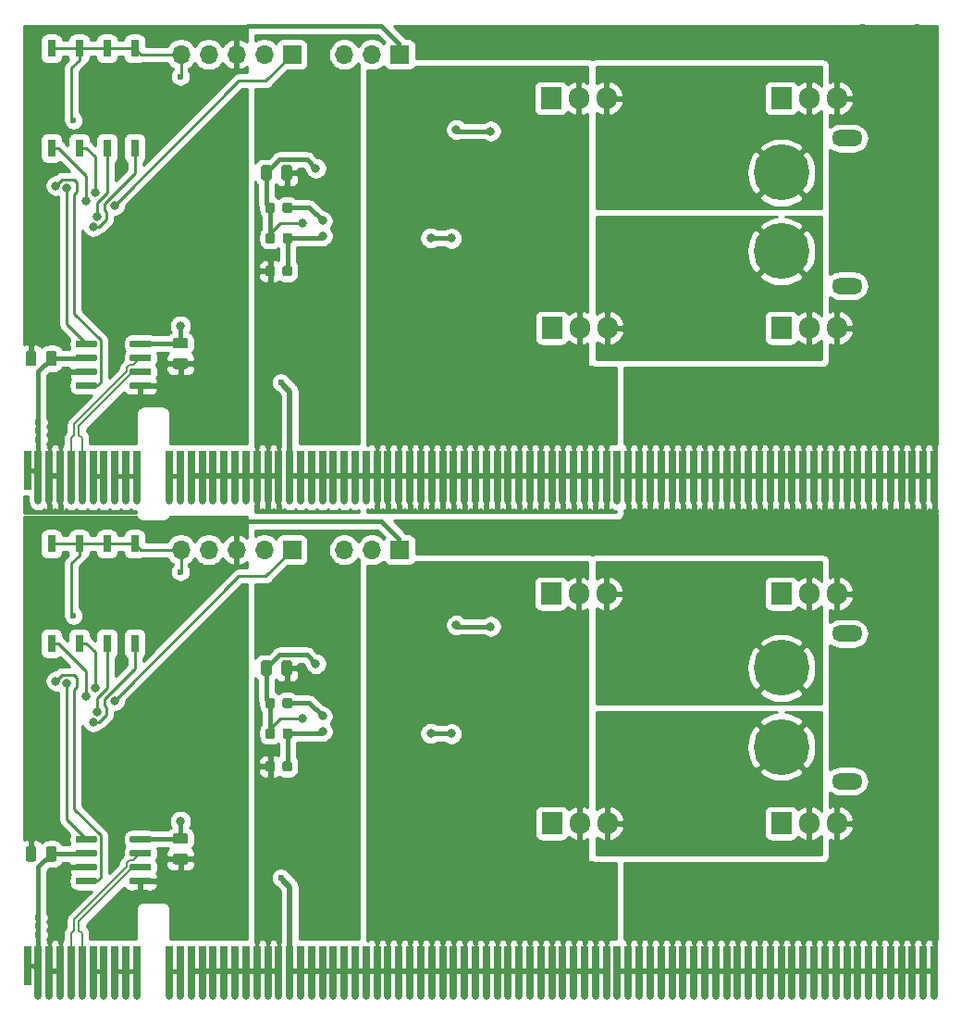
<source format=gbl>
G04 #@! TF.GenerationSoftware,KiCad,Pcbnew,(5.1.5)-3*
G04 #@! TF.CreationDate,2019-12-27T07:31:54+09:00*
G04 #@! TF.ProjectId,CAN_H-Bridge_Solo_MD_fin,43414e5f-482d-4427-9269-6467655f536f,rev?*
G04 #@! TF.SameCoordinates,Original*
G04 #@! TF.FileFunction,Copper,L2,Bot*
G04 #@! TF.FilePolarity,Positive*
%FSLAX46Y46*%
G04 Gerber Fmt 4.6, Leading zero omitted, Abs format (unit mm)*
G04 Created by KiCad (PCBNEW (5.1.5)-3) date 2019-12-27 07:31:54*
%MOMM*%
%LPD*%
G04 APERTURE LIST*
%ADD10R,1.905000X2.000000*%
%ADD11O,1.905000X2.000000*%
%ADD12R,0.650000X4.600000*%
%ADD13O,0.650000X0.650000*%
%ADD14R,0.650000X3.600000*%
%ADD15R,1.700000X1.700000*%
%ADD16O,1.700000X1.700000*%
%ADD17C,0.100000*%
%ADD18R,0.800000X1.600000*%
%ADD19C,5.100000*%
%ADD20O,2.800000X1.500000*%
%ADD21C,0.600000*%
%ADD22C,0.800000*%
%ADD23C,0.400000*%
%ADD24C,0.250000*%
%ADD25C,0.500000*%
%ADD26C,0.200000*%
%ADD27C,0.254000*%
G04 APERTURE END LIST*
D10*
X175000000Y-94700000D03*
D11*
X177540000Y-94700000D03*
X180080000Y-94700000D03*
D12*
X152000000Y-108200000D03*
D13*
X153000000Y-110500000D03*
X155000000Y-110500000D03*
X152000000Y-110500000D03*
X154000000Y-110500000D03*
D12*
X154000000Y-108200000D03*
X155000000Y-108200000D03*
X153000000Y-108200000D03*
X148000000Y-108200000D03*
D13*
X149000000Y-110500000D03*
X151000000Y-110500000D03*
X148000000Y-110500000D03*
X150000000Y-110500000D03*
D12*
X150000000Y-108200000D03*
X147000000Y-108200000D03*
X151000000Y-108200000D03*
X149000000Y-108200000D03*
X144000000Y-108200000D03*
D13*
X145000000Y-110500000D03*
X147000000Y-110500000D03*
X144000000Y-110500000D03*
X146000000Y-110500000D03*
D12*
X146000000Y-108200000D03*
X145000000Y-108200000D03*
X140000000Y-108200000D03*
D13*
X141000000Y-110500000D03*
X143000000Y-110500000D03*
X140000000Y-110500000D03*
X142000000Y-110500000D03*
D12*
X142000000Y-108200000D03*
X143000000Y-108200000D03*
X141000000Y-108200000D03*
X136000000Y-108200000D03*
D13*
X137000000Y-110500000D03*
X139000000Y-110500000D03*
X136000000Y-110500000D03*
X138000000Y-110500000D03*
D12*
X138000000Y-108200000D03*
X135000000Y-108200000D03*
X139000000Y-108200000D03*
X137000000Y-108200000D03*
D13*
X132000000Y-110500000D03*
X133000000Y-110500000D03*
D12*
X133000000Y-108200000D03*
X132000000Y-108200000D03*
X134000000Y-108200000D03*
X131000000Y-108200000D03*
D13*
X134000000Y-110500000D03*
X135000000Y-110500000D03*
X126000000Y-110500000D03*
X128000000Y-110500000D03*
X131000000Y-110500000D03*
X130000000Y-110500000D03*
X125000000Y-110500000D03*
X129000000Y-110500000D03*
X127000000Y-110500000D03*
D12*
X126000000Y-108200000D03*
X130000000Y-108200000D03*
X129000000Y-108200000D03*
X127000000Y-108200000D03*
X128000000Y-108200000D03*
D13*
X107000000Y-110500000D03*
X125000000Y-110500000D03*
X124000000Y-110500000D03*
X119000000Y-110500000D03*
X116000000Y-110500000D03*
X123000000Y-110500000D03*
X120000000Y-110500000D03*
X108000000Y-110500000D03*
X122000000Y-110500000D03*
X121000000Y-110500000D03*
X115000000Y-110500000D03*
X114000000Y-110500000D03*
X113000000Y-110500000D03*
X112000000Y-110500000D03*
X111000000Y-110500000D03*
X110000000Y-110500000D03*
X109000000Y-110500000D03*
D12*
X120000000Y-108200000D03*
X119000000Y-108200000D03*
X125000000Y-108200000D03*
X124000000Y-108200000D03*
X123000000Y-108200000D03*
X122000000Y-108200000D03*
X121000000Y-108200000D03*
X116000000Y-108200000D03*
X115000000Y-108200000D03*
X114000000Y-108200000D03*
X113000000Y-108200000D03*
X112000000Y-108200000D03*
X111000000Y-108200000D03*
X110000000Y-108200000D03*
X109000000Y-108200000D03*
X108000000Y-108200000D03*
X107000000Y-108200000D03*
D14*
X106000000Y-107700000D03*
D12*
X169000000Y-108200000D03*
X170000000Y-108200000D03*
X179000000Y-108200000D03*
X177000000Y-108200000D03*
X172000000Y-108200000D03*
X174000000Y-108200000D03*
D13*
X174000000Y-110500000D03*
D12*
X171000000Y-108200000D03*
X175000000Y-108200000D03*
D13*
X175000000Y-110500000D03*
X173000000Y-110500000D03*
X172000000Y-110500000D03*
D12*
X173000000Y-108200000D03*
D13*
X169000000Y-110500000D03*
X168000000Y-110500000D03*
D12*
X168000000Y-108200000D03*
X165000000Y-108200000D03*
D13*
X162000000Y-110500000D03*
X165000000Y-110500000D03*
X170000000Y-110500000D03*
D12*
X164000000Y-108200000D03*
X163000000Y-108200000D03*
D13*
X171000000Y-110500000D03*
D12*
X162000000Y-108200000D03*
X161000000Y-108200000D03*
D13*
X159000000Y-110500000D03*
X166000000Y-110500000D03*
X161000000Y-110500000D03*
X167000000Y-110500000D03*
X158000000Y-110500000D03*
X157000000Y-110500000D03*
X164000000Y-110500000D03*
X160000000Y-110500000D03*
D12*
X167000000Y-108200000D03*
D13*
X156000000Y-110500000D03*
X163000000Y-110500000D03*
D12*
X166000000Y-108200000D03*
X160000000Y-108200000D03*
X158000000Y-108200000D03*
X157000000Y-108200000D03*
X159000000Y-108200000D03*
X156000000Y-108200000D03*
X180000000Y-108200000D03*
D13*
X187000000Y-110500000D03*
D12*
X188000000Y-108200000D03*
D13*
X188000000Y-110500000D03*
X189000000Y-110500000D03*
D12*
X183000000Y-108200000D03*
D13*
X176000000Y-110500000D03*
X178000000Y-110500000D03*
D12*
X178000000Y-108200000D03*
D13*
X186000000Y-110500000D03*
D12*
X187000000Y-108200000D03*
X189000000Y-108200000D03*
X184000000Y-108200000D03*
D13*
X184000000Y-110500000D03*
D12*
X185000000Y-108200000D03*
D13*
X182000000Y-110500000D03*
X181000000Y-110500000D03*
D12*
X182000000Y-108200000D03*
X181000000Y-108200000D03*
X186000000Y-108200000D03*
X176000000Y-108200000D03*
D13*
X177000000Y-110500000D03*
X185000000Y-110500000D03*
X180000000Y-110500000D03*
X179000000Y-110500000D03*
X183000000Y-110500000D03*
D10*
X153920000Y-73700000D03*
D11*
X156460000Y-73700000D03*
X159000000Y-73700000D03*
D15*
X140080000Y-69700000D03*
D16*
X137540000Y-69700000D03*
X135000000Y-69700000D03*
D10*
X154000000Y-94700000D03*
D11*
X156540000Y-94700000D03*
X159080000Y-94700000D03*
D10*
X175000000Y-73700000D03*
D11*
X177540000Y-73700000D03*
X180080000Y-73700000D03*
D15*
X130200000Y-69700000D03*
D16*
X127660000Y-69700000D03*
X125120000Y-69700000D03*
X122580000Y-69700000D03*
X120040000Y-69700000D03*
G04 #@! TA.AperFunction,SMDPad,CuDef*
D17*
G36*
X130040191Y-86026053D02*
G01*
X130061426Y-86029203D01*
X130082250Y-86034419D01*
X130102462Y-86041651D01*
X130121868Y-86050830D01*
X130140281Y-86061866D01*
X130157524Y-86074654D01*
X130173430Y-86089070D01*
X130187846Y-86104976D01*
X130200634Y-86122219D01*
X130211670Y-86140632D01*
X130220849Y-86160038D01*
X130228081Y-86180250D01*
X130233297Y-86201074D01*
X130236447Y-86222309D01*
X130237500Y-86243750D01*
X130237500Y-86756250D01*
X130236447Y-86777691D01*
X130233297Y-86798926D01*
X130228081Y-86819750D01*
X130220849Y-86839962D01*
X130211670Y-86859368D01*
X130200634Y-86877781D01*
X130187846Y-86895024D01*
X130173430Y-86910930D01*
X130157524Y-86925346D01*
X130140281Y-86938134D01*
X130121868Y-86949170D01*
X130102462Y-86958349D01*
X130082250Y-86965581D01*
X130061426Y-86970797D01*
X130040191Y-86973947D01*
X130018750Y-86975000D01*
X129581250Y-86975000D01*
X129559809Y-86973947D01*
X129538574Y-86970797D01*
X129517750Y-86965581D01*
X129497538Y-86958349D01*
X129478132Y-86949170D01*
X129459719Y-86938134D01*
X129442476Y-86925346D01*
X129426570Y-86910930D01*
X129412154Y-86895024D01*
X129399366Y-86877781D01*
X129388330Y-86859368D01*
X129379151Y-86839962D01*
X129371919Y-86819750D01*
X129366703Y-86798926D01*
X129363553Y-86777691D01*
X129362500Y-86756250D01*
X129362500Y-86243750D01*
X129363553Y-86222309D01*
X129366703Y-86201074D01*
X129371919Y-86180250D01*
X129379151Y-86160038D01*
X129388330Y-86140632D01*
X129399366Y-86122219D01*
X129412154Y-86104976D01*
X129426570Y-86089070D01*
X129442476Y-86074654D01*
X129459719Y-86061866D01*
X129478132Y-86050830D01*
X129497538Y-86041651D01*
X129517750Y-86034419D01*
X129538574Y-86029203D01*
X129559809Y-86026053D01*
X129581250Y-86025000D01*
X130018750Y-86025000D01*
X130040191Y-86026053D01*
G37*
G04 #@! TD.AperFunction*
G04 #@! TA.AperFunction,SMDPad,CuDef*
G36*
X128465191Y-86026053D02*
G01*
X128486426Y-86029203D01*
X128507250Y-86034419D01*
X128527462Y-86041651D01*
X128546868Y-86050830D01*
X128565281Y-86061866D01*
X128582524Y-86074654D01*
X128598430Y-86089070D01*
X128612846Y-86104976D01*
X128625634Y-86122219D01*
X128636670Y-86140632D01*
X128645849Y-86160038D01*
X128653081Y-86180250D01*
X128658297Y-86201074D01*
X128661447Y-86222309D01*
X128662500Y-86243750D01*
X128662500Y-86756250D01*
X128661447Y-86777691D01*
X128658297Y-86798926D01*
X128653081Y-86819750D01*
X128645849Y-86839962D01*
X128636670Y-86859368D01*
X128625634Y-86877781D01*
X128612846Y-86895024D01*
X128598430Y-86910930D01*
X128582524Y-86925346D01*
X128565281Y-86938134D01*
X128546868Y-86949170D01*
X128527462Y-86958349D01*
X128507250Y-86965581D01*
X128486426Y-86970797D01*
X128465191Y-86973947D01*
X128443750Y-86975000D01*
X128006250Y-86975000D01*
X127984809Y-86973947D01*
X127963574Y-86970797D01*
X127942750Y-86965581D01*
X127922538Y-86958349D01*
X127903132Y-86949170D01*
X127884719Y-86938134D01*
X127867476Y-86925346D01*
X127851570Y-86910930D01*
X127837154Y-86895024D01*
X127824366Y-86877781D01*
X127813330Y-86859368D01*
X127804151Y-86839962D01*
X127796919Y-86819750D01*
X127791703Y-86798926D01*
X127788553Y-86777691D01*
X127787500Y-86756250D01*
X127787500Y-86243750D01*
X127788553Y-86222309D01*
X127791703Y-86201074D01*
X127796919Y-86180250D01*
X127804151Y-86160038D01*
X127813330Y-86140632D01*
X127824366Y-86122219D01*
X127837154Y-86104976D01*
X127851570Y-86089070D01*
X127867476Y-86074654D01*
X127884719Y-86061866D01*
X127903132Y-86050830D01*
X127922538Y-86041651D01*
X127942750Y-86034419D01*
X127963574Y-86029203D01*
X127984809Y-86026053D01*
X128006250Y-86025000D01*
X128443750Y-86025000D01*
X128465191Y-86026053D01*
G37*
G04 #@! TD.AperFunction*
G04 #@! TA.AperFunction,SMDPad,CuDef*
G36*
X128452691Y-89026053D02*
G01*
X128473926Y-89029203D01*
X128494750Y-89034419D01*
X128514962Y-89041651D01*
X128534368Y-89050830D01*
X128552781Y-89061866D01*
X128570024Y-89074654D01*
X128585930Y-89089070D01*
X128600346Y-89104976D01*
X128613134Y-89122219D01*
X128624170Y-89140632D01*
X128633349Y-89160038D01*
X128640581Y-89180250D01*
X128645797Y-89201074D01*
X128648947Y-89222309D01*
X128650000Y-89243750D01*
X128650000Y-89756250D01*
X128648947Y-89777691D01*
X128645797Y-89798926D01*
X128640581Y-89819750D01*
X128633349Y-89839962D01*
X128624170Y-89859368D01*
X128613134Y-89877781D01*
X128600346Y-89895024D01*
X128585930Y-89910930D01*
X128570024Y-89925346D01*
X128552781Y-89938134D01*
X128534368Y-89949170D01*
X128514962Y-89958349D01*
X128494750Y-89965581D01*
X128473926Y-89970797D01*
X128452691Y-89973947D01*
X128431250Y-89975000D01*
X127993750Y-89975000D01*
X127972309Y-89973947D01*
X127951074Y-89970797D01*
X127930250Y-89965581D01*
X127910038Y-89958349D01*
X127890632Y-89949170D01*
X127872219Y-89938134D01*
X127854976Y-89925346D01*
X127839070Y-89910930D01*
X127824654Y-89895024D01*
X127811866Y-89877781D01*
X127800830Y-89859368D01*
X127791651Y-89839962D01*
X127784419Y-89819750D01*
X127779203Y-89798926D01*
X127776053Y-89777691D01*
X127775000Y-89756250D01*
X127775000Y-89243750D01*
X127776053Y-89222309D01*
X127779203Y-89201074D01*
X127784419Y-89180250D01*
X127791651Y-89160038D01*
X127800830Y-89140632D01*
X127811866Y-89122219D01*
X127824654Y-89104976D01*
X127839070Y-89089070D01*
X127854976Y-89074654D01*
X127872219Y-89061866D01*
X127890632Y-89050830D01*
X127910038Y-89041651D01*
X127930250Y-89034419D01*
X127951074Y-89029203D01*
X127972309Y-89026053D01*
X127993750Y-89025000D01*
X128431250Y-89025000D01*
X128452691Y-89026053D01*
G37*
G04 #@! TD.AperFunction*
G04 #@! TA.AperFunction,SMDPad,CuDef*
G36*
X130027691Y-89026053D02*
G01*
X130048926Y-89029203D01*
X130069750Y-89034419D01*
X130089962Y-89041651D01*
X130109368Y-89050830D01*
X130127781Y-89061866D01*
X130145024Y-89074654D01*
X130160930Y-89089070D01*
X130175346Y-89104976D01*
X130188134Y-89122219D01*
X130199170Y-89140632D01*
X130208349Y-89160038D01*
X130215581Y-89180250D01*
X130220797Y-89201074D01*
X130223947Y-89222309D01*
X130225000Y-89243750D01*
X130225000Y-89756250D01*
X130223947Y-89777691D01*
X130220797Y-89798926D01*
X130215581Y-89819750D01*
X130208349Y-89839962D01*
X130199170Y-89859368D01*
X130188134Y-89877781D01*
X130175346Y-89895024D01*
X130160930Y-89910930D01*
X130145024Y-89925346D01*
X130127781Y-89938134D01*
X130109368Y-89949170D01*
X130089962Y-89958349D01*
X130069750Y-89965581D01*
X130048926Y-89970797D01*
X130027691Y-89973947D01*
X130006250Y-89975000D01*
X129568750Y-89975000D01*
X129547309Y-89973947D01*
X129526074Y-89970797D01*
X129505250Y-89965581D01*
X129485038Y-89958349D01*
X129465632Y-89949170D01*
X129447219Y-89938134D01*
X129429976Y-89925346D01*
X129414070Y-89910930D01*
X129399654Y-89895024D01*
X129386866Y-89877781D01*
X129375830Y-89859368D01*
X129366651Y-89839962D01*
X129359419Y-89819750D01*
X129354203Y-89798926D01*
X129351053Y-89777691D01*
X129350000Y-89756250D01*
X129350000Y-89243750D01*
X129351053Y-89222309D01*
X129354203Y-89201074D01*
X129359419Y-89180250D01*
X129366651Y-89160038D01*
X129375830Y-89140632D01*
X129386866Y-89122219D01*
X129399654Y-89104976D01*
X129414070Y-89089070D01*
X129429976Y-89074654D01*
X129447219Y-89061866D01*
X129465632Y-89050830D01*
X129485038Y-89041651D01*
X129505250Y-89034419D01*
X129526074Y-89029203D01*
X129547309Y-89026053D01*
X129568750Y-89025000D01*
X130006250Y-89025000D01*
X130027691Y-89026053D01*
G37*
G04 #@! TD.AperFunction*
G04 #@! TA.AperFunction,SMDPad,CuDef*
G36*
X112239703Y-99670722D02*
G01*
X112254264Y-99672882D01*
X112268543Y-99676459D01*
X112282403Y-99681418D01*
X112295710Y-99687712D01*
X112308336Y-99695280D01*
X112320159Y-99704048D01*
X112331066Y-99713934D01*
X112340952Y-99724841D01*
X112349720Y-99736664D01*
X112357288Y-99749290D01*
X112363582Y-99762597D01*
X112368541Y-99776457D01*
X112372118Y-99790736D01*
X112374278Y-99805297D01*
X112375000Y-99820000D01*
X112375000Y-100120000D01*
X112374278Y-100134703D01*
X112372118Y-100149264D01*
X112368541Y-100163543D01*
X112363582Y-100177403D01*
X112357288Y-100190710D01*
X112349720Y-100203336D01*
X112340952Y-100215159D01*
X112331066Y-100226066D01*
X112320159Y-100235952D01*
X112308336Y-100244720D01*
X112295710Y-100252288D01*
X112282403Y-100258582D01*
X112268543Y-100263541D01*
X112254264Y-100267118D01*
X112239703Y-100269278D01*
X112225000Y-100270000D01*
X110575000Y-100270000D01*
X110560297Y-100269278D01*
X110545736Y-100267118D01*
X110531457Y-100263541D01*
X110517597Y-100258582D01*
X110504290Y-100252288D01*
X110491664Y-100244720D01*
X110479841Y-100235952D01*
X110468934Y-100226066D01*
X110459048Y-100215159D01*
X110450280Y-100203336D01*
X110442712Y-100190710D01*
X110436418Y-100177403D01*
X110431459Y-100163543D01*
X110427882Y-100149264D01*
X110425722Y-100134703D01*
X110425000Y-100120000D01*
X110425000Y-99820000D01*
X110425722Y-99805297D01*
X110427882Y-99790736D01*
X110431459Y-99776457D01*
X110436418Y-99762597D01*
X110442712Y-99749290D01*
X110450280Y-99736664D01*
X110459048Y-99724841D01*
X110468934Y-99713934D01*
X110479841Y-99704048D01*
X110491664Y-99695280D01*
X110504290Y-99687712D01*
X110517597Y-99681418D01*
X110531457Y-99676459D01*
X110545736Y-99672882D01*
X110560297Y-99670722D01*
X110575000Y-99670000D01*
X112225000Y-99670000D01*
X112239703Y-99670722D01*
G37*
G04 #@! TD.AperFunction*
G04 #@! TA.AperFunction,SMDPad,CuDef*
G36*
X112239703Y-98400722D02*
G01*
X112254264Y-98402882D01*
X112268543Y-98406459D01*
X112282403Y-98411418D01*
X112295710Y-98417712D01*
X112308336Y-98425280D01*
X112320159Y-98434048D01*
X112331066Y-98443934D01*
X112340952Y-98454841D01*
X112349720Y-98466664D01*
X112357288Y-98479290D01*
X112363582Y-98492597D01*
X112368541Y-98506457D01*
X112372118Y-98520736D01*
X112374278Y-98535297D01*
X112375000Y-98550000D01*
X112375000Y-98850000D01*
X112374278Y-98864703D01*
X112372118Y-98879264D01*
X112368541Y-98893543D01*
X112363582Y-98907403D01*
X112357288Y-98920710D01*
X112349720Y-98933336D01*
X112340952Y-98945159D01*
X112331066Y-98956066D01*
X112320159Y-98965952D01*
X112308336Y-98974720D01*
X112295710Y-98982288D01*
X112282403Y-98988582D01*
X112268543Y-98993541D01*
X112254264Y-98997118D01*
X112239703Y-98999278D01*
X112225000Y-99000000D01*
X110575000Y-99000000D01*
X110560297Y-98999278D01*
X110545736Y-98997118D01*
X110531457Y-98993541D01*
X110517597Y-98988582D01*
X110504290Y-98982288D01*
X110491664Y-98974720D01*
X110479841Y-98965952D01*
X110468934Y-98956066D01*
X110459048Y-98945159D01*
X110450280Y-98933336D01*
X110442712Y-98920710D01*
X110436418Y-98907403D01*
X110431459Y-98893543D01*
X110427882Y-98879264D01*
X110425722Y-98864703D01*
X110425000Y-98850000D01*
X110425000Y-98550000D01*
X110425722Y-98535297D01*
X110427882Y-98520736D01*
X110431459Y-98506457D01*
X110436418Y-98492597D01*
X110442712Y-98479290D01*
X110450280Y-98466664D01*
X110459048Y-98454841D01*
X110468934Y-98443934D01*
X110479841Y-98434048D01*
X110491664Y-98425280D01*
X110504290Y-98417712D01*
X110517597Y-98411418D01*
X110531457Y-98406459D01*
X110545736Y-98402882D01*
X110560297Y-98400722D01*
X110575000Y-98400000D01*
X112225000Y-98400000D01*
X112239703Y-98400722D01*
G37*
G04 #@! TD.AperFunction*
G04 #@! TA.AperFunction,SMDPad,CuDef*
G36*
X112239703Y-97130722D02*
G01*
X112254264Y-97132882D01*
X112268543Y-97136459D01*
X112282403Y-97141418D01*
X112295710Y-97147712D01*
X112308336Y-97155280D01*
X112320159Y-97164048D01*
X112331066Y-97173934D01*
X112340952Y-97184841D01*
X112349720Y-97196664D01*
X112357288Y-97209290D01*
X112363582Y-97222597D01*
X112368541Y-97236457D01*
X112372118Y-97250736D01*
X112374278Y-97265297D01*
X112375000Y-97280000D01*
X112375000Y-97580000D01*
X112374278Y-97594703D01*
X112372118Y-97609264D01*
X112368541Y-97623543D01*
X112363582Y-97637403D01*
X112357288Y-97650710D01*
X112349720Y-97663336D01*
X112340952Y-97675159D01*
X112331066Y-97686066D01*
X112320159Y-97695952D01*
X112308336Y-97704720D01*
X112295710Y-97712288D01*
X112282403Y-97718582D01*
X112268543Y-97723541D01*
X112254264Y-97727118D01*
X112239703Y-97729278D01*
X112225000Y-97730000D01*
X110575000Y-97730000D01*
X110560297Y-97729278D01*
X110545736Y-97727118D01*
X110531457Y-97723541D01*
X110517597Y-97718582D01*
X110504290Y-97712288D01*
X110491664Y-97704720D01*
X110479841Y-97695952D01*
X110468934Y-97686066D01*
X110459048Y-97675159D01*
X110450280Y-97663336D01*
X110442712Y-97650710D01*
X110436418Y-97637403D01*
X110431459Y-97623543D01*
X110427882Y-97609264D01*
X110425722Y-97594703D01*
X110425000Y-97580000D01*
X110425000Y-97280000D01*
X110425722Y-97265297D01*
X110427882Y-97250736D01*
X110431459Y-97236457D01*
X110436418Y-97222597D01*
X110442712Y-97209290D01*
X110450280Y-97196664D01*
X110459048Y-97184841D01*
X110468934Y-97173934D01*
X110479841Y-97164048D01*
X110491664Y-97155280D01*
X110504290Y-97147712D01*
X110517597Y-97141418D01*
X110531457Y-97136459D01*
X110545736Y-97132882D01*
X110560297Y-97130722D01*
X110575000Y-97130000D01*
X112225000Y-97130000D01*
X112239703Y-97130722D01*
G37*
G04 #@! TD.AperFunction*
G04 #@! TA.AperFunction,SMDPad,CuDef*
G36*
X112239703Y-95860722D02*
G01*
X112254264Y-95862882D01*
X112268543Y-95866459D01*
X112282403Y-95871418D01*
X112295710Y-95877712D01*
X112308336Y-95885280D01*
X112320159Y-95894048D01*
X112331066Y-95903934D01*
X112340952Y-95914841D01*
X112349720Y-95926664D01*
X112357288Y-95939290D01*
X112363582Y-95952597D01*
X112368541Y-95966457D01*
X112372118Y-95980736D01*
X112374278Y-95995297D01*
X112375000Y-96010000D01*
X112375000Y-96310000D01*
X112374278Y-96324703D01*
X112372118Y-96339264D01*
X112368541Y-96353543D01*
X112363582Y-96367403D01*
X112357288Y-96380710D01*
X112349720Y-96393336D01*
X112340952Y-96405159D01*
X112331066Y-96416066D01*
X112320159Y-96425952D01*
X112308336Y-96434720D01*
X112295710Y-96442288D01*
X112282403Y-96448582D01*
X112268543Y-96453541D01*
X112254264Y-96457118D01*
X112239703Y-96459278D01*
X112225000Y-96460000D01*
X110575000Y-96460000D01*
X110560297Y-96459278D01*
X110545736Y-96457118D01*
X110531457Y-96453541D01*
X110517597Y-96448582D01*
X110504290Y-96442288D01*
X110491664Y-96434720D01*
X110479841Y-96425952D01*
X110468934Y-96416066D01*
X110459048Y-96405159D01*
X110450280Y-96393336D01*
X110442712Y-96380710D01*
X110436418Y-96367403D01*
X110431459Y-96353543D01*
X110427882Y-96339264D01*
X110425722Y-96324703D01*
X110425000Y-96310000D01*
X110425000Y-96010000D01*
X110425722Y-95995297D01*
X110427882Y-95980736D01*
X110431459Y-95966457D01*
X110436418Y-95952597D01*
X110442712Y-95939290D01*
X110450280Y-95926664D01*
X110459048Y-95914841D01*
X110468934Y-95903934D01*
X110479841Y-95894048D01*
X110491664Y-95885280D01*
X110504290Y-95877712D01*
X110517597Y-95871418D01*
X110531457Y-95866459D01*
X110545736Y-95862882D01*
X110560297Y-95860722D01*
X110575000Y-95860000D01*
X112225000Y-95860000D01*
X112239703Y-95860722D01*
G37*
G04 #@! TD.AperFunction*
G04 #@! TA.AperFunction,SMDPad,CuDef*
G36*
X117189703Y-95860722D02*
G01*
X117204264Y-95862882D01*
X117218543Y-95866459D01*
X117232403Y-95871418D01*
X117245710Y-95877712D01*
X117258336Y-95885280D01*
X117270159Y-95894048D01*
X117281066Y-95903934D01*
X117290952Y-95914841D01*
X117299720Y-95926664D01*
X117307288Y-95939290D01*
X117313582Y-95952597D01*
X117318541Y-95966457D01*
X117322118Y-95980736D01*
X117324278Y-95995297D01*
X117325000Y-96010000D01*
X117325000Y-96310000D01*
X117324278Y-96324703D01*
X117322118Y-96339264D01*
X117318541Y-96353543D01*
X117313582Y-96367403D01*
X117307288Y-96380710D01*
X117299720Y-96393336D01*
X117290952Y-96405159D01*
X117281066Y-96416066D01*
X117270159Y-96425952D01*
X117258336Y-96434720D01*
X117245710Y-96442288D01*
X117232403Y-96448582D01*
X117218543Y-96453541D01*
X117204264Y-96457118D01*
X117189703Y-96459278D01*
X117175000Y-96460000D01*
X115525000Y-96460000D01*
X115510297Y-96459278D01*
X115495736Y-96457118D01*
X115481457Y-96453541D01*
X115467597Y-96448582D01*
X115454290Y-96442288D01*
X115441664Y-96434720D01*
X115429841Y-96425952D01*
X115418934Y-96416066D01*
X115409048Y-96405159D01*
X115400280Y-96393336D01*
X115392712Y-96380710D01*
X115386418Y-96367403D01*
X115381459Y-96353543D01*
X115377882Y-96339264D01*
X115375722Y-96324703D01*
X115375000Y-96310000D01*
X115375000Y-96010000D01*
X115375722Y-95995297D01*
X115377882Y-95980736D01*
X115381459Y-95966457D01*
X115386418Y-95952597D01*
X115392712Y-95939290D01*
X115400280Y-95926664D01*
X115409048Y-95914841D01*
X115418934Y-95903934D01*
X115429841Y-95894048D01*
X115441664Y-95885280D01*
X115454290Y-95877712D01*
X115467597Y-95871418D01*
X115481457Y-95866459D01*
X115495736Y-95862882D01*
X115510297Y-95860722D01*
X115525000Y-95860000D01*
X117175000Y-95860000D01*
X117189703Y-95860722D01*
G37*
G04 #@! TD.AperFunction*
G04 #@! TA.AperFunction,SMDPad,CuDef*
G36*
X117189703Y-97130722D02*
G01*
X117204264Y-97132882D01*
X117218543Y-97136459D01*
X117232403Y-97141418D01*
X117245710Y-97147712D01*
X117258336Y-97155280D01*
X117270159Y-97164048D01*
X117281066Y-97173934D01*
X117290952Y-97184841D01*
X117299720Y-97196664D01*
X117307288Y-97209290D01*
X117313582Y-97222597D01*
X117318541Y-97236457D01*
X117322118Y-97250736D01*
X117324278Y-97265297D01*
X117325000Y-97280000D01*
X117325000Y-97580000D01*
X117324278Y-97594703D01*
X117322118Y-97609264D01*
X117318541Y-97623543D01*
X117313582Y-97637403D01*
X117307288Y-97650710D01*
X117299720Y-97663336D01*
X117290952Y-97675159D01*
X117281066Y-97686066D01*
X117270159Y-97695952D01*
X117258336Y-97704720D01*
X117245710Y-97712288D01*
X117232403Y-97718582D01*
X117218543Y-97723541D01*
X117204264Y-97727118D01*
X117189703Y-97729278D01*
X117175000Y-97730000D01*
X115525000Y-97730000D01*
X115510297Y-97729278D01*
X115495736Y-97727118D01*
X115481457Y-97723541D01*
X115467597Y-97718582D01*
X115454290Y-97712288D01*
X115441664Y-97704720D01*
X115429841Y-97695952D01*
X115418934Y-97686066D01*
X115409048Y-97675159D01*
X115400280Y-97663336D01*
X115392712Y-97650710D01*
X115386418Y-97637403D01*
X115381459Y-97623543D01*
X115377882Y-97609264D01*
X115375722Y-97594703D01*
X115375000Y-97580000D01*
X115375000Y-97280000D01*
X115375722Y-97265297D01*
X115377882Y-97250736D01*
X115381459Y-97236457D01*
X115386418Y-97222597D01*
X115392712Y-97209290D01*
X115400280Y-97196664D01*
X115409048Y-97184841D01*
X115418934Y-97173934D01*
X115429841Y-97164048D01*
X115441664Y-97155280D01*
X115454290Y-97147712D01*
X115467597Y-97141418D01*
X115481457Y-97136459D01*
X115495736Y-97132882D01*
X115510297Y-97130722D01*
X115525000Y-97130000D01*
X117175000Y-97130000D01*
X117189703Y-97130722D01*
G37*
G04 #@! TD.AperFunction*
G04 #@! TA.AperFunction,SMDPad,CuDef*
G36*
X117189703Y-98400722D02*
G01*
X117204264Y-98402882D01*
X117218543Y-98406459D01*
X117232403Y-98411418D01*
X117245710Y-98417712D01*
X117258336Y-98425280D01*
X117270159Y-98434048D01*
X117281066Y-98443934D01*
X117290952Y-98454841D01*
X117299720Y-98466664D01*
X117307288Y-98479290D01*
X117313582Y-98492597D01*
X117318541Y-98506457D01*
X117322118Y-98520736D01*
X117324278Y-98535297D01*
X117325000Y-98550000D01*
X117325000Y-98850000D01*
X117324278Y-98864703D01*
X117322118Y-98879264D01*
X117318541Y-98893543D01*
X117313582Y-98907403D01*
X117307288Y-98920710D01*
X117299720Y-98933336D01*
X117290952Y-98945159D01*
X117281066Y-98956066D01*
X117270159Y-98965952D01*
X117258336Y-98974720D01*
X117245710Y-98982288D01*
X117232403Y-98988582D01*
X117218543Y-98993541D01*
X117204264Y-98997118D01*
X117189703Y-98999278D01*
X117175000Y-99000000D01*
X115525000Y-99000000D01*
X115510297Y-98999278D01*
X115495736Y-98997118D01*
X115481457Y-98993541D01*
X115467597Y-98988582D01*
X115454290Y-98982288D01*
X115441664Y-98974720D01*
X115429841Y-98965952D01*
X115418934Y-98956066D01*
X115409048Y-98945159D01*
X115400280Y-98933336D01*
X115392712Y-98920710D01*
X115386418Y-98907403D01*
X115381459Y-98893543D01*
X115377882Y-98879264D01*
X115375722Y-98864703D01*
X115375000Y-98850000D01*
X115375000Y-98550000D01*
X115375722Y-98535297D01*
X115377882Y-98520736D01*
X115381459Y-98506457D01*
X115386418Y-98492597D01*
X115392712Y-98479290D01*
X115400280Y-98466664D01*
X115409048Y-98454841D01*
X115418934Y-98443934D01*
X115429841Y-98434048D01*
X115441664Y-98425280D01*
X115454290Y-98417712D01*
X115467597Y-98411418D01*
X115481457Y-98406459D01*
X115495736Y-98402882D01*
X115510297Y-98400722D01*
X115525000Y-98400000D01*
X117175000Y-98400000D01*
X117189703Y-98400722D01*
G37*
G04 #@! TD.AperFunction*
G04 #@! TA.AperFunction,SMDPad,CuDef*
G36*
X117189703Y-99670722D02*
G01*
X117204264Y-99672882D01*
X117218543Y-99676459D01*
X117232403Y-99681418D01*
X117245710Y-99687712D01*
X117258336Y-99695280D01*
X117270159Y-99704048D01*
X117281066Y-99713934D01*
X117290952Y-99724841D01*
X117299720Y-99736664D01*
X117307288Y-99749290D01*
X117313582Y-99762597D01*
X117318541Y-99776457D01*
X117322118Y-99790736D01*
X117324278Y-99805297D01*
X117325000Y-99820000D01*
X117325000Y-100120000D01*
X117324278Y-100134703D01*
X117322118Y-100149264D01*
X117318541Y-100163543D01*
X117313582Y-100177403D01*
X117307288Y-100190710D01*
X117299720Y-100203336D01*
X117290952Y-100215159D01*
X117281066Y-100226066D01*
X117270159Y-100235952D01*
X117258336Y-100244720D01*
X117245710Y-100252288D01*
X117232403Y-100258582D01*
X117218543Y-100263541D01*
X117204264Y-100267118D01*
X117189703Y-100269278D01*
X117175000Y-100270000D01*
X115525000Y-100270000D01*
X115510297Y-100269278D01*
X115495736Y-100267118D01*
X115481457Y-100263541D01*
X115467597Y-100258582D01*
X115454290Y-100252288D01*
X115441664Y-100244720D01*
X115429841Y-100235952D01*
X115418934Y-100226066D01*
X115409048Y-100215159D01*
X115400280Y-100203336D01*
X115392712Y-100190710D01*
X115386418Y-100177403D01*
X115381459Y-100163543D01*
X115377882Y-100149264D01*
X115375722Y-100134703D01*
X115375000Y-100120000D01*
X115375000Y-99820000D01*
X115375722Y-99805297D01*
X115377882Y-99790736D01*
X115381459Y-99776457D01*
X115386418Y-99762597D01*
X115392712Y-99749290D01*
X115400280Y-99736664D01*
X115409048Y-99724841D01*
X115418934Y-99713934D01*
X115429841Y-99704048D01*
X115441664Y-99695280D01*
X115454290Y-99687712D01*
X115467597Y-99681418D01*
X115481457Y-99676459D01*
X115495736Y-99672882D01*
X115510297Y-99670722D01*
X115525000Y-99670000D01*
X117175000Y-99670000D01*
X117189703Y-99670722D01*
G37*
G04 #@! TD.AperFunction*
D18*
X115810000Y-78250000D03*
X113270000Y-78250000D03*
X110730000Y-78250000D03*
X108190000Y-78250000D03*
X108190000Y-69150000D03*
X110730000Y-69150000D03*
X113270000Y-69150000D03*
X115810000Y-69150000D03*
G04 #@! TA.AperFunction,SMDPad,CuDef*
D17*
G36*
X130027691Y-83226053D02*
G01*
X130048926Y-83229203D01*
X130069750Y-83234419D01*
X130089962Y-83241651D01*
X130109368Y-83250830D01*
X130127781Y-83261866D01*
X130145024Y-83274654D01*
X130160930Y-83289070D01*
X130175346Y-83304976D01*
X130188134Y-83322219D01*
X130199170Y-83340632D01*
X130208349Y-83360038D01*
X130215581Y-83380250D01*
X130220797Y-83401074D01*
X130223947Y-83422309D01*
X130225000Y-83443750D01*
X130225000Y-83956250D01*
X130223947Y-83977691D01*
X130220797Y-83998926D01*
X130215581Y-84019750D01*
X130208349Y-84039962D01*
X130199170Y-84059368D01*
X130188134Y-84077781D01*
X130175346Y-84095024D01*
X130160930Y-84110930D01*
X130145024Y-84125346D01*
X130127781Y-84138134D01*
X130109368Y-84149170D01*
X130089962Y-84158349D01*
X130069750Y-84165581D01*
X130048926Y-84170797D01*
X130027691Y-84173947D01*
X130006250Y-84175000D01*
X129568750Y-84175000D01*
X129547309Y-84173947D01*
X129526074Y-84170797D01*
X129505250Y-84165581D01*
X129485038Y-84158349D01*
X129465632Y-84149170D01*
X129447219Y-84138134D01*
X129429976Y-84125346D01*
X129414070Y-84110930D01*
X129399654Y-84095024D01*
X129386866Y-84077781D01*
X129375830Y-84059368D01*
X129366651Y-84039962D01*
X129359419Y-84019750D01*
X129354203Y-83998926D01*
X129351053Y-83977691D01*
X129350000Y-83956250D01*
X129350000Y-83443750D01*
X129351053Y-83422309D01*
X129354203Y-83401074D01*
X129359419Y-83380250D01*
X129366651Y-83360038D01*
X129375830Y-83340632D01*
X129386866Y-83322219D01*
X129399654Y-83304976D01*
X129414070Y-83289070D01*
X129429976Y-83274654D01*
X129447219Y-83261866D01*
X129465632Y-83250830D01*
X129485038Y-83241651D01*
X129505250Y-83234419D01*
X129526074Y-83229203D01*
X129547309Y-83226053D01*
X129568750Y-83225000D01*
X130006250Y-83225000D01*
X130027691Y-83226053D01*
G37*
G04 #@! TD.AperFunction*
G04 #@! TA.AperFunction,SMDPad,CuDef*
G36*
X128452691Y-83226053D02*
G01*
X128473926Y-83229203D01*
X128494750Y-83234419D01*
X128514962Y-83241651D01*
X128534368Y-83250830D01*
X128552781Y-83261866D01*
X128570024Y-83274654D01*
X128585930Y-83289070D01*
X128600346Y-83304976D01*
X128613134Y-83322219D01*
X128624170Y-83340632D01*
X128633349Y-83360038D01*
X128640581Y-83380250D01*
X128645797Y-83401074D01*
X128648947Y-83422309D01*
X128650000Y-83443750D01*
X128650000Y-83956250D01*
X128648947Y-83977691D01*
X128645797Y-83998926D01*
X128640581Y-84019750D01*
X128633349Y-84039962D01*
X128624170Y-84059368D01*
X128613134Y-84077781D01*
X128600346Y-84095024D01*
X128585930Y-84110930D01*
X128570024Y-84125346D01*
X128552781Y-84138134D01*
X128534368Y-84149170D01*
X128514962Y-84158349D01*
X128494750Y-84165581D01*
X128473926Y-84170797D01*
X128452691Y-84173947D01*
X128431250Y-84175000D01*
X127993750Y-84175000D01*
X127972309Y-84173947D01*
X127951074Y-84170797D01*
X127930250Y-84165581D01*
X127910038Y-84158349D01*
X127890632Y-84149170D01*
X127872219Y-84138134D01*
X127854976Y-84125346D01*
X127839070Y-84110930D01*
X127824654Y-84095024D01*
X127811866Y-84077781D01*
X127800830Y-84059368D01*
X127791651Y-84039962D01*
X127784419Y-84019750D01*
X127779203Y-83998926D01*
X127776053Y-83977691D01*
X127775000Y-83956250D01*
X127775000Y-83443750D01*
X127776053Y-83422309D01*
X127779203Y-83401074D01*
X127784419Y-83380250D01*
X127791651Y-83360038D01*
X127800830Y-83340632D01*
X127811866Y-83322219D01*
X127824654Y-83304976D01*
X127839070Y-83289070D01*
X127854976Y-83274654D01*
X127872219Y-83261866D01*
X127890632Y-83250830D01*
X127910038Y-83241651D01*
X127930250Y-83234419D01*
X127951074Y-83229203D01*
X127972309Y-83226053D01*
X127993750Y-83225000D01*
X128431250Y-83225000D01*
X128452691Y-83226053D01*
G37*
G04 #@! TD.AperFunction*
G04 #@! TA.AperFunction,SMDPad,CuDef*
G36*
X120480142Y-97488674D02*
G01*
X120503803Y-97492184D01*
X120527007Y-97497996D01*
X120549529Y-97506054D01*
X120571153Y-97516282D01*
X120591670Y-97528579D01*
X120610883Y-97542829D01*
X120628607Y-97558893D01*
X120644671Y-97576617D01*
X120658921Y-97595830D01*
X120671218Y-97616347D01*
X120681446Y-97637971D01*
X120689504Y-97660493D01*
X120695316Y-97683697D01*
X120698826Y-97707358D01*
X120700000Y-97731250D01*
X120700000Y-98218750D01*
X120698826Y-98242642D01*
X120695316Y-98266303D01*
X120689504Y-98289507D01*
X120681446Y-98312029D01*
X120671218Y-98333653D01*
X120658921Y-98354170D01*
X120644671Y-98373383D01*
X120628607Y-98391107D01*
X120610883Y-98407171D01*
X120591670Y-98421421D01*
X120571153Y-98433718D01*
X120549529Y-98443946D01*
X120527007Y-98452004D01*
X120503803Y-98457816D01*
X120480142Y-98461326D01*
X120456250Y-98462500D01*
X119543750Y-98462500D01*
X119519858Y-98461326D01*
X119496197Y-98457816D01*
X119472993Y-98452004D01*
X119450471Y-98443946D01*
X119428847Y-98433718D01*
X119408330Y-98421421D01*
X119389117Y-98407171D01*
X119371393Y-98391107D01*
X119355329Y-98373383D01*
X119341079Y-98354170D01*
X119328782Y-98333653D01*
X119318554Y-98312029D01*
X119310496Y-98289507D01*
X119304684Y-98266303D01*
X119301174Y-98242642D01*
X119300000Y-98218750D01*
X119300000Y-97731250D01*
X119301174Y-97707358D01*
X119304684Y-97683697D01*
X119310496Y-97660493D01*
X119318554Y-97637971D01*
X119328782Y-97616347D01*
X119341079Y-97595830D01*
X119355329Y-97576617D01*
X119371393Y-97558893D01*
X119389117Y-97542829D01*
X119408330Y-97528579D01*
X119428847Y-97516282D01*
X119450471Y-97506054D01*
X119472993Y-97497996D01*
X119496197Y-97492184D01*
X119519858Y-97488674D01*
X119543750Y-97487500D01*
X120456250Y-97487500D01*
X120480142Y-97488674D01*
G37*
G04 #@! TD.AperFunction*
G04 #@! TA.AperFunction,SMDPad,CuDef*
G36*
X120480142Y-95613674D02*
G01*
X120503803Y-95617184D01*
X120527007Y-95622996D01*
X120549529Y-95631054D01*
X120571153Y-95641282D01*
X120591670Y-95653579D01*
X120610883Y-95667829D01*
X120628607Y-95683893D01*
X120644671Y-95701617D01*
X120658921Y-95720830D01*
X120671218Y-95741347D01*
X120681446Y-95762971D01*
X120689504Y-95785493D01*
X120695316Y-95808697D01*
X120698826Y-95832358D01*
X120700000Y-95856250D01*
X120700000Y-96343750D01*
X120698826Y-96367642D01*
X120695316Y-96391303D01*
X120689504Y-96414507D01*
X120681446Y-96437029D01*
X120671218Y-96458653D01*
X120658921Y-96479170D01*
X120644671Y-96498383D01*
X120628607Y-96516107D01*
X120610883Y-96532171D01*
X120591670Y-96546421D01*
X120571153Y-96558718D01*
X120549529Y-96568946D01*
X120527007Y-96577004D01*
X120503803Y-96582816D01*
X120480142Y-96586326D01*
X120456250Y-96587500D01*
X119543750Y-96587500D01*
X119519858Y-96586326D01*
X119496197Y-96582816D01*
X119472993Y-96577004D01*
X119450471Y-96568946D01*
X119428847Y-96558718D01*
X119408330Y-96546421D01*
X119389117Y-96532171D01*
X119371393Y-96516107D01*
X119355329Y-96498383D01*
X119341079Y-96479170D01*
X119328782Y-96458653D01*
X119318554Y-96437029D01*
X119310496Y-96414507D01*
X119304684Y-96391303D01*
X119301174Y-96367642D01*
X119300000Y-96343750D01*
X119300000Y-95856250D01*
X119301174Y-95832358D01*
X119304684Y-95808697D01*
X119310496Y-95785493D01*
X119318554Y-95762971D01*
X119328782Y-95741347D01*
X119341079Y-95720830D01*
X119355329Y-95701617D01*
X119371393Y-95683893D01*
X119389117Y-95667829D01*
X119408330Y-95653579D01*
X119428847Y-95641282D01*
X119450471Y-95631054D01*
X119472993Y-95622996D01*
X119496197Y-95617184D01*
X119519858Y-95613674D01*
X119543750Y-95612500D01*
X120456250Y-95612500D01*
X120480142Y-95613674D01*
G37*
G04 #@! TD.AperFunction*
D19*
X175000000Y-87700000D03*
X175000000Y-80500000D03*
D20*
X181000000Y-90850000D03*
X181000000Y-77350000D03*
G04 #@! TA.AperFunction,SMDPad,CuDef*
D17*
G36*
X128130142Y-79801174D02*
G01*
X128153803Y-79804684D01*
X128177007Y-79810496D01*
X128199529Y-79818554D01*
X128221153Y-79828782D01*
X128241670Y-79841079D01*
X128260883Y-79855329D01*
X128278607Y-79871393D01*
X128294671Y-79889117D01*
X128308921Y-79908330D01*
X128321218Y-79928847D01*
X128331446Y-79950471D01*
X128339504Y-79972993D01*
X128345316Y-79996197D01*
X128348826Y-80019858D01*
X128350000Y-80043750D01*
X128350000Y-80956250D01*
X128348826Y-80980142D01*
X128345316Y-81003803D01*
X128339504Y-81027007D01*
X128331446Y-81049529D01*
X128321218Y-81071153D01*
X128308921Y-81091670D01*
X128294671Y-81110883D01*
X128278607Y-81128607D01*
X128260883Y-81144671D01*
X128241670Y-81158921D01*
X128221153Y-81171218D01*
X128199529Y-81181446D01*
X128177007Y-81189504D01*
X128153803Y-81195316D01*
X128130142Y-81198826D01*
X128106250Y-81200000D01*
X127618750Y-81200000D01*
X127594858Y-81198826D01*
X127571197Y-81195316D01*
X127547993Y-81189504D01*
X127525471Y-81181446D01*
X127503847Y-81171218D01*
X127483330Y-81158921D01*
X127464117Y-81144671D01*
X127446393Y-81128607D01*
X127430329Y-81110883D01*
X127416079Y-81091670D01*
X127403782Y-81071153D01*
X127393554Y-81049529D01*
X127385496Y-81027007D01*
X127379684Y-81003803D01*
X127376174Y-80980142D01*
X127375000Y-80956250D01*
X127375000Y-80043750D01*
X127376174Y-80019858D01*
X127379684Y-79996197D01*
X127385496Y-79972993D01*
X127393554Y-79950471D01*
X127403782Y-79928847D01*
X127416079Y-79908330D01*
X127430329Y-79889117D01*
X127446393Y-79871393D01*
X127464117Y-79855329D01*
X127483330Y-79841079D01*
X127503847Y-79828782D01*
X127525471Y-79818554D01*
X127547993Y-79810496D01*
X127571197Y-79804684D01*
X127594858Y-79801174D01*
X127618750Y-79800000D01*
X128106250Y-79800000D01*
X128130142Y-79801174D01*
G37*
G04 #@! TD.AperFunction*
G04 #@! TA.AperFunction,SMDPad,CuDef*
G36*
X130005142Y-79801174D02*
G01*
X130028803Y-79804684D01*
X130052007Y-79810496D01*
X130074529Y-79818554D01*
X130096153Y-79828782D01*
X130116670Y-79841079D01*
X130135883Y-79855329D01*
X130153607Y-79871393D01*
X130169671Y-79889117D01*
X130183921Y-79908330D01*
X130196218Y-79928847D01*
X130206446Y-79950471D01*
X130214504Y-79972993D01*
X130220316Y-79996197D01*
X130223826Y-80019858D01*
X130225000Y-80043750D01*
X130225000Y-80956250D01*
X130223826Y-80980142D01*
X130220316Y-81003803D01*
X130214504Y-81027007D01*
X130206446Y-81049529D01*
X130196218Y-81071153D01*
X130183921Y-81091670D01*
X130169671Y-81110883D01*
X130153607Y-81128607D01*
X130135883Y-81144671D01*
X130116670Y-81158921D01*
X130096153Y-81171218D01*
X130074529Y-81181446D01*
X130052007Y-81189504D01*
X130028803Y-81195316D01*
X130005142Y-81198826D01*
X129981250Y-81200000D01*
X129493750Y-81200000D01*
X129469858Y-81198826D01*
X129446197Y-81195316D01*
X129422993Y-81189504D01*
X129400471Y-81181446D01*
X129378847Y-81171218D01*
X129358330Y-81158921D01*
X129339117Y-81144671D01*
X129321393Y-81128607D01*
X129305329Y-81110883D01*
X129291079Y-81091670D01*
X129278782Y-81071153D01*
X129268554Y-81049529D01*
X129260496Y-81027007D01*
X129254684Y-81003803D01*
X129251174Y-80980142D01*
X129250000Y-80956250D01*
X129250000Y-80043750D01*
X129251174Y-80019858D01*
X129254684Y-79996197D01*
X129260496Y-79972993D01*
X129268554Y-79950471D01*
X129278782Y-79928847D01*
X129291079Y-79908330D01*
X129305329Y-79889117D01*
X129321393Y-79871393D01*
X129339117Y-79855329D01*
X129358330Y-79841079D01*
X129378847Y-79828782D01*
X129400471Y-79818554D01*
X129422993Y-79810496D01*
X129446197Y-79804684D01*
X129469858Y-79801174D01*
X129493750Y-79800000D01*
X129981250Y-79800000D01*
X130005142Y-79801174D01*
G37*
G04 #@! TD.AperFunction*
G04 #@! TA.AperFunction,SMDPad,CuDef*
G36*
X106592642Y-96801174D02*
G01*
X106616303Y-96804684D01*
X106639507Y-96810496D01*
X106662029Y-96818554D01*
X106683653Y-96828782D01*
X106704170Y-96841079D01*
X106723383Y-96855329D01*
X106741107Y-96871393D01*
X106757171Y-96889117D01*
X106771421Y-96908330D01*
X106783718Y-96928847D01*
X106793946Y-96950471D01*
X106802004Y-96972993D01*
X106807816Y-96996197D01*
X106811326Y-97019858D01*
X106812500Y-97043750D01*
X106812500Y-97956250D01*
X106811326Y-97980142D01*
X106807816Y-98003803D01*
X106802004Y-98027007D01*
X106793946Y-98049529D01*
X106783718Y-98071153D01*
X106771421Y-98091670D01*
X106757171Y-98110883D01*
X106741107Y-98128607D01*
X106723383Y-98144671D01*
X106704170Y-98158921D01*
X106683653Y-98171218D01*
X106662029Y-98181446D01*
X106639507Y-98189504D01*
X106616303Y-98195316D01*
X106592642Y-98198826D01*
X106568750Y-98200000D01*
X106081250Y-98200000D01*
X106057358Y-98198826D01*
X106033697Y-98195316D01*
X106010493Y-98189504D01*
X105987971Y-98181446D01*
X105966347Y-98171218D01*
X105945830Y-98158921D01*
X105926617Y-98144671D01*
X105908893Y-98128607D01*
X105892829Y-98110883D01*
X105878579Y-98091670D01*
X105866282Y-98071153D01*
X105856054Y-98049529D01*
X105847996Y-98027007D01*
X105842184Y-98003803D01*
X105838674Y-97980142D01*
X105837500Y-97956250D01*
X105837500Y-97043750D01*
X105838674Y-97019858D01*
X105842184Y-96996197D01*
X105847996Y-96972993D01*
X105856054Y-96950471D01*
X105866282Y-96928847D01*
X105878579Y-96908330D01*
X105892829Y-96889117D01*
X105908893Y-96871393D01*
X105926617Y-96855329D01*
X105945830Y-96841079D01*
X105966347Y-96828782D01*
X105987971Y-96818554D01*
X106010493Y-96810496D01*
X106033697Y-96804684D01*
X106057358Y-96801174D01*
X106081250Y-96800000D01*
X106568750Y-96800000D01*
X106592642Y-96801174D01*
G37*
G04 #@! TD.AperFunction*
G04 #@! TA.AperFunction,SMDPad,CuDef*
G36*
X108467642Y-96801174D02*
G01*
X108491303Y-96804684D01*
X108514507Y-96810496D01*
X108537029Y-96818554D01*
X108558653Y-96828782D01*
X108579170Y-96841079D01*
X108598383Y-96855329D01*
X108616107Y-96871393D01*
X108632171Y-96889117D01*
X108646421Y-96908330D01*
X108658718Y-96928847D01*
X108668946Y-96950471D01*
X108677004Y-96972993D01*
X108682816Y-96996197D01*
X108686326Y-97019858D01*
X108687500Y-97043750D01*
X108687500Y-97956250D01*
X108686326Y-97980142D01*
X108682816Y-98003803D01*
X108677004Y-98027007D01*
X108668946Y-98049529D01*
X108658718Y-98071153D01*
X108646421Y-98091670D01*
X108632171Y-98110883D01*
X108616107Y-98128607D01*
X108598383Y-98144671D01*
X108579170Y-98158921D01*
X108558653Y-98171218D01*
X108537029Y-98181446D01*
X108514507Y-98189504D01*
X108491303Y-98195316D01*
X108467642Y-98198826D01*
X108443750Y-98200000D01*
X107956250Y-98200000D01*
X107932358Y-98198826D01*
X107908697Y-98195316D01*
X107885493Y-98189504D01*
X107862971Y-98181446D01*
X107841347Y-98171218D01*
X107820830Y-98158921D01*
X107801617Y-98144671D01*
X107783893Y-98128607D01*
X107767829Y-98110883D01*
X107753579Y-98091670D01*
X107741282Y-98071153D01*
X107731054Y-98049529D01*
X107722996Y-98027007D01*
X107717184Y-98003803D01*
X107713674Y-97980142D01*
X107712500Y-97956250D01*
X107712500Y-97043750D01*
X107713674Y-97019858D01*
X107717184Y-96996197D01*
X107722996Y-96972993D01*
X107731054Y-96950471D01*
X107741282Y-96928847D01*
X107753579Y-96908330D01*
X107767829Y-96889117D01*
X107783893Y-96871393D01*
X107801617Y-96855329D01*
X107820830Y-96841079D01*
X107841347Y-96828782D01*
X107862971Y-96818554D01*
X107885493Y-96810496D01*
X107908697Y-96804684D01*
X107932358Y-96801174D01*
X107956250Y-96800000D01*
X108443750Y-96800000D01*
X108467642Y-96801174D01*
G37*
G04 #@! TD.AperFunction*
D20*
X181000000Y-122650000D03*
X181000000Y-136150000D03*
D19*
X175000000Y-125800000D03*
X175000000Y-133000000D03*
G04 #@! TA.AperFunction,SMDPad,CuDef*
D17*
G36*
X117189703Y-144970722D02*
G01*
X117204264Y-144972882D01*
X117218543Y-144976459D01*
X117232403Y-144981418D01*
X117245710Y-144987712D01*
X117258336Y-144995280D01*
X117270159Y-145004048D01*
X117281066Y-145013934D01*
X117290952Y-145024841D01*
X117299720Y-145036664D01*
X117307288Y-145049290D01*
X117313582Y-145062597D01*
X117318541Y-145076457D01*
X117322118Y-145090736D01*
X117324278Y-145105297D01*
X117325000Y-145120000D01*
X117325000Y-145420000D01*
X117324278Y-145434703D01*
X117322118Y-145449264D01*
X117318541Y-145463543D01*
X117313582Y-145477403D01*
X117307288Y-145490710D01*
X117299720Y-145503336D01*
X117290952Y-145515159D01*
X117281066Y-145526066D01*
X117270159Y-145535952D01*
X117258336Y-145544720D01*
X117245710Y-145552288D01*
X117232403Y-145558582D01*
X117218543Y-145563541D01*
X117204264Y-145567118D01*
X117189703Y-145569278D01*
X117175000Y-145570000D01*
X115525000Y-145570000D01*
X115510297Y-145569278D01*
X115495736Y-145567118D01*
X115481457Y-145563541D01*
X115467597Y-145558582D01*
X115454290Y-145552288D01*
X115441664Y-145544720D01*
X115429841Y-145535952D01*
X115418934Y-145526066D01*
X115409048Y-145515159D01*
X115400280Y-145503336D01*
X115392712Y-145490710D01*
X115386418Y-145477403D01*
X115381459Y-145463543D01*
X115377882Y-145449264D01*
X115375722Y-145434703D01*
X115375000Y-145420000D01*
X115375000Y-145120000D01*
X115375722Y-145105297D01*
X115377882Y-145090736D01*
X115381459Y-145076457D01*
X115386418Y-145062597D01*
X115392712Y-145049290D01*
X115400280Y-145036664D01*
X115409048Y-145024841D01*
X115418934Y-145013934D01*
X115429841Y-145004048D01*
X115441664Y-144995280D01*
X115454290Y-144987712D01*
X115467597Y-144981418D01*
X115481457Y-144976459D01*
X115495736Y-144972882D01*
X115510297Y-144970722D01*
X115525000Y-144970000D01*
X117175000Y-144970000D01*
X117189703Y-144970722D01*
G37*
G04 #@! TD.AperFunction*
G04 #@! TA.AperFunction,SMDPad,CuDef*
G36*
X117189703Y-143700722D02*
G01*
X117204264Y-143702882D01*
X117218543Y-143706459D01*
X117232403Y-143711418D01*
X117245710Y-143717712D01*
X117258336Y-143725280D01*
X117270159Y-143734048D01*
X117281066Y-143743934D01*
X117290952Y-143754841D01*
X117299720Y-143766664D01*
X117307288Y-143779290D01*
X117313582Y-143792597D01*
X117318541Y-143806457D01*
X117322118Y-143820736D01*
X117324278Y-143835297D01*
X117325000Y-143850000D01*
X117325000Y-144150000D01*
X117324278Y-144164703D01*
X117322118Y-144179264D01*
X117318541Y-144193543D01*
X117313582Y-144207403D01*
X117307288Y-144220710D01*
X117299720Y-144233336D01*
X117290952Y-144245159D01*
X117281066Y-144256066D01*
X117270159Y-144265952D01*
X117258336Y-144274720D01*
X117245710Y-144282288D01*
X117232403Y-144288582D01*
X117218543Y-144293541D01*
X117204264Y-144297118D01*
X117189703Y-144299278D01*
X117175000Y-144300000D01*
X115525000Y-144300000D01*
X115510297Y-144299278D01*
X115495736Y-144297118D01*
X115481457Y-144293541D01*
X115467597Y-144288582D01*
X115454290Y-144282288D01*
X115441664Y-144274720D01*
X115429841Y-144265952D01*
X115418934Y-144256066D01*
X115409048Y-144245159D01*
X115400280Y-144233336D01*
X115392712Y-144220710D01*
X115386418Y-144207403D01*
X115381459Y-144193543D01*
X115377882Y-144179264D01*
X115375722Y-144164703D01*
X115375000Y-144150000D01*
X115375000Y-143850000D01*
X115375722Y-143835297D01*
X115377882Y-143820736D01*
X115381459Y-143806457D01*
X115386418Y-143792597D01*
X115392712Y-143779290D01*
X115400280Y-143766664D01*
X115409048Y-143754841D01*
X115418934Y-143743934D01*
X115429841Y-143734048D01*
X115441664Y-143725280D01*
X115454290Y-143717712D01*
X115467597Y-143711418D01*
X115481457Y-143706459D01*
X115495736Y-143702882D01*
X115510297Y-143700722D01*
X115525000Y-143700000D01*
X117175000Y-143700000D01*
X117189703Y-143700722D01*
G37*
G04 #@! TD.AperFunction*
G04 #@! TA.AperFunction,SMDPad,CuDef*
G36*
X117189703Y-142430722D02*
G01*
X117204264Y-142432882D01*
X117218543Y-142436459D01*
X117232403Y-142441418D01*
X117245710Y-142447712D01*
X117258336Y-142455280D01*
X117270159Y-142464048D01*
X117281066Y-142473934D01*
X117290952Y-142484841D01*
X117299720Y-142496664D01*
X117307288Y-142509290D01*
X117313582Y-142522597D01*
X117318541Y-142536457D01*
X117322118Y-142550736D01*
X117324278Y-142565297D01*
X117325000Y-142580000D01*
X117325000Y-142880000D01*
X117324278Y-142894703D01*
X117322118Y-142909264D01*
X117318541Y-142923543D01*
X117313582Y-142937403D01*
X117307288Y-142950710D01*
X117299720Y-142963336D01*
X117290952Y-142975159D01*
X117281066Y-142986066D01*
X117270159Y-142995952D01*
X117258336Y-143004720D01*
X117245710Y-143012288D01*
X117232403Y-143018582D01*
X117218543Y-143023541D01*
X117204264Y-143027118D01*
X117189703Y-143029278D01*
X117175000Y-143030000D01*
X115525000Y-143030000D01*
X115510297Y-143029278D01*
X115495736Y-143027118D01*
X115481457Y-143023541D01*
X115467597Y-143018582D01*
X115454290Y-143012288D01*
X115441664Y-143004720D01*
X115429841Y-142995952D01*
X115418934Y-142986066D01*
X115409048Y-142975159D01*
X115400280Y-142963336D01*
X115392712Y-142950710D01*
X115386418Y-142937403D01*
X115381459Y-142923543D01*
X115377882Y-142909264D01*
X115375722Y-142894703D01*
X115375000Y-142880000D01*
X115375000Y-142580000D01*
X115375722Y-142565297D01*
X115377882Y-142550736D01*
X115381459Y-142536457D01*
X115386418Y-142522597D01*
X115392712Y-142509290D01*
X115400280Y-142496664D01*
X115409048Y-142484841D01*
X115418934Y-142473934D01*
X115429841Y-142464048D01*
X115441664Y-142455280D01*
X115454290Y-142447712D01*
X115467597Y-142441418D01*
X115481457Y-142436459D01*
X115495736Y-142432882D01*
X115510297Y-142430722D01*
X115525000Y-142430000D01*
X117175000Y-142430000D01*
X117189703Y-142430722D01*
G37*
G04 #@! TD.AperFunction*
G04 #@! TA.AperFunction,SMDPad,CuDef*
G36*
X117189703Y-141160722D02*
G01*
X117204264Y-141162882D01*
X117218543Y-141166459D01*
X117232403Y-141171418D01*
X117245710Y-141177712D01*
X117258336Y-141185280D01*
X117270159Y-141194048D01*
X117281066Y-141203934D01*
X117290952Y-141214841D01*
X117299720Y-141226664D01*
X117307288Y-141239290D01*
X117313582Y-141252597D01*
X117318541Y-141266457D01*
X117322118Y-141280736D01*
X117324278Y-141295297D01*
X117325000Y-141310000D01*
X117325000Y-141610000D01*
X117324278Y-141624703D01*
X117322118Y-141639264D01*
X117318541Y-141653543D01*
X117313582Y-141667403D01*
X117307288Y-141680710D01*
X117299720Y-141693336D01*
X117290952Y-141705159D01*
X117281066Y-141716066D01*
X117270159Y-141725952D01*
X117258336Y-141734720D01*
X117245710Y-141742288D01*
X117232403Y-141748582D01*
X117218543Y-141753541D01*
X117204264Y-141757118D01*
X117189703Y-141759278D01*
X117175000Y-141760000D01*
X115525000Y-141760000D01*
X115510297Y-141759278D01*
X115495736Y-141757118D01*
X115481457Y-141753541D01*
X115467597Y-141748582D01*
X115454290Y-141742288D01*
X115441664Y-141734720D01*
X115429841Y-141725952D01*
X115418934Y-141716066D01*
X115409048Y-141705159D01*
X115400280Y-141693336D01*
X115392712Y-141680710D01*
X115386418Y-141667403D01*
X115381459Y-141653543D01*
X115377882Y-141639264D01*
X115375722Y-141624703D01*
X115375000Y-141610000D01*
X115375000Y-141310000D01*
X115375722Y-141295297D01*
X115377882Y-141280736D01*
X115381459Y-141266457D01*
X115386418Y-141252597D01*
X115392712Y-141239290D01*
X115400280Y-141226664D01*
X115409048Y-141214841D01*
X115418934Y-141203934D01*
X115429841Y-141194048D01*
X115441664Y-141185280D01*
X115454290Y-141177712D01*
X115467597Y-141171418D01*
X115481457Y-141166459D01*
X115495736Y-141162882D01*
X115510297Y-141160722D01*
X115525000Y-141160000D01*
X117175000Y-141160000D01*
X117189703Y-141160722D01*
G37*
G04 #@! TD.AperFunction*
G04 #@! TA.AperFunction,SMDPad,CuDef*
G36*
X112239703Y-141160722D02*
G01*
X112254264Y-141162882D01*
X112268543Y-141166459D01*
X112282403Y-141171418D01*
X112295710Y-141177712D01*
X112308336Y-141185280D01*
X112320159Y-141194048D01*
X112331066Y-141203934D01*
X112340952Y-141214841D01*
X112349720Y-141226664D01*
X112357288Y-141239290D01*
X112363582Y-141252597D01*
X112368541Y-141266457D01*
X112372118Y-141280736D01*
X112374278Y-141295297D01*
X112375000Y-141310000D01*
X112375000Y-141610000D01*
X112374278Y-141624703D01*
X112372118Y-141639264D01*
X112368541Y-141653543D01*
X112363582Y-141667403D01*
X112357288Y-141680710D01*
X112349720Y-141693336D01*
X112340952Y-141705159D01*
X112331066Y-141716066D01*
X112320159Y-141725952D01*
X112308336Y-141734720D01*
X112295710Y-141742288D01*
X112282403Y-141748582D01*
X112268543Y-141753541D01*
X112254264Y-141757118D01*
X112239703Y-141759278D01*
X112225000Y-141760000D01*
X110575000Y-141760000D01*
X110560297Y-141759278D01*
X110545736Y-141757118D01*
X110531457Y-141753541D01*
X110517597Y-141748582D01*
X110504290Y-141742288D01*
X110491664Y-141734720D01*
X110479841Y-141725952D01*
X110468934Y-141716066D01*
X110459048Y-141705159D01*
X110450280Y-141693336D01*
X110442712Y-141680710D01*
X110436418Y-141667403D01*
X110431459Y-141653543D01*
X110427882Y-141639264D01*
X110425722Y-141624703D01*
X110425000Y-141610000D01*
X110425000Y-141310000D01*
X110425722Y-141295297D01*
X110427882Y-141280736D01*
X110431459Y-141266457D01*
X110436418Y-141252597D01*
X110442712Y-141239290D01*
X110450280Y-141226664D01*
X110459048Y-141214841D01*
X110468934Y-141203934D01*
X110479841Y-141194048D01*
X110491664Y-141185280D01*
X110504290Y-141177712D01*
X110517597Y-141171418D01*
X110531457Y-141166459D01*
X110545736Y-141162882D01*
X110560297Y-141160722D01*
X110575000Y-141160000D01*
X112225000Y-141160000D01*
X112239703Y-141160722D01*
G37*
G04 #@! TD.AperFunction*
G04 #@! TA.AperFunction,SMDPad,CuDef*
G36*
X112239703Y-142430722D02*
G01*
X112254264Y-142432882D01*
X112268543Y-142436459D01*
X112282403Y-142441418D01*
X112295710Y-142447712D01*
X112308336Y-142455280D01*
X112320159Y-142464048D01*
X112331066Y-142473934D01*
X112340952Y-142484841D01*
X112349720Y-142496664D01*
X112357288Y-142509290D01*
X112363582Y-142522597D01*
X112368541Y-142536457D01*
X112372118Y-142550736D01*
X112374278Y-142565297D01*
X112375000Y-142580000D01*
X112375000Y-142880000D01*
X112374278Y-142894703D01*
X112372118Y-142909264D01*
X112368541Y-142923543D01*
X112363582Y-142937403D01*
X112357288Y-142950710D01*
X112349720Y-142963336D01*
X112340952Y-142975159D01*
X112331066Y-142986066D01*
X112320159Y-142995952D01*
X112308336Y-143004720D01*
X112295710Y-143012288D01*
X112282403Y-143018582D01*
X112268543Y-143023541D01*
X112254264Y-143027118D01*
X112239703Y-143029278D01*
X112225000Y-143030000D01*
X110575000Y-143030000D01*
X110560297Y-143029278D01*
X110545736Y-143027118D01*
X110531457Y-143023541D01*
X110517597Y-143018582D01*
X110504290Y-143012288D01*
X110491664Y-143004720D01*
X110479841Y-142995952D01*
X110468934Y-142986066D01*
X110459048Y-142975159D01*
X110450280Y-142963336D01*
X110442712Y-142950710D01*
X110436418Y-142937403D01*
X110431459Y-142923543D01*
X110427882Y-142909264D01*
X110425722Y-142894703D01*
X110425000Y-142880000D01*
X110425000Y-142580000D01*
X110425722Y-142565297D01*
X110427882Y-142550736D01*
X110431459Y-142536457D01*
X110436418Y-142522597D01*
X110442712Y-142509290D01*
X110450280Y-142496664D01*
X110459048Y-142484841D01*
X110468934Y-142473934D01*
X110479841Y-142464048D01*
X110491664Y-142455280D01*
X110504290Y-142447712D01*
X110517597Y-142441418D01*
X110531457Y-142436459D01*
X110545736Y-142432882D01*
X110560297Y-142430722D01*
X110575000Y-142430000D01*
X112225000Y-142430000D01*
X112239703Y-142430722D01*
G37*
G04 #@! TD.AperFunction*
G04 #@! TA.AperFunction,SMDPad,CuDef*
G36*
X112239703Y-143700722D02*
G01*
X112254264Y-143702882D01*
X112268543Y-143706459D01*
X112282403Y-143711418D01*
X112295710Y-143717712D01*
X112308336Y-143725280D01*
X112320159Y-143734048D01*
X112331066Y-143743934D01*
X112340952Y-143754841D01*
X112349720Y-143766664D01*
X112357288Y-143779290D01*
X112363582Y-143792597D01*
X112368541Y-143806457D01*
X112372118Y-143820736D01*
X112374278Y-143835297D01*
X112375000Y-143850000D01*
X112375000Y-144150000D01*
X112374278Y-144164703D01*
X112372118Y-144179264D01*
X112368541Y-144193543D01*
X112363582Y-144207403D01*
X112357288Y-144220710D01*
X112349720Y-144233336D01*
X112340952Y-144245159D01*
X112331066Y-144256066D01*
X112320159Y-144265952D01*
X112308336Y-144274720D01*
X112295710Y-144282288D01*
X112282403Y-144288582D01*
X112268543Y-144293541D01*
X112254264Y-144297118D01*
X112239703Y-144299278D01*
X112225000Y-144300000D01*
X110575000Y-144300000D01*
X110560297Y-144299278D01*
X110545736Y-144297118D01*
X110531457Y-144293541D01*
X110517597Y-144288582D01*
X110504290Y-144282288D01*
X110491664Y-144274720D01*
X110479841Y-144265952D01*
X110468934Y-144256066D01*
X110459048Y-144245159D01*
X110450280Y-144233336D01*
X110442712Y-144220710D01*
X110436418Y-144207403D01*
X110431459Y-144193543D01*
X110427882Y-144179264D01*
X110425722Y-144164703D01*
X110425000Y-144150000D01*
X110425000Y-143850000D01*
X110425722Y-143835297D01*
X110427882Y-143820736D01*
X110431459Y-143806457D01*
X110436418Y-143792597D01*
X110442712Y-143779290D01*
X110450280Y-143766664D01*
X110459048Y-143754841D01*
X110468934Y-143743934D01*
X110479841Y-143734048D01*
X110491664Y-143725280D01*
X110504290Y-143717712D01*
X110517597Y-143711418D01*
X110531457Y-143706459D01*
X110545736Y-143702882D01*
X110560297Y-143700722D01*
X110575000Y-143700000D01*
X112225000Y-143700000D01*
X112239703Y-143700722D01*
G37*
G04 #@! TD.AperFunction*
G04 #@! TA.AperFunction,SMDPad,CuDef*
G36*
X112239703Y-144970722D02*
G01*
X112254264Y-144972882D01*
X112268543Y-144976459D01*
X112282403Y-144981418D01*
X112295710Y-144987712D01*
X112308336Y-144995280D01*
X112320159Y-145004048D01*
X112331066Y-145013934D01*
X112340952Y-145024841D01*
X112349720Y-145036664D01*
X112357288Y-145049290D01*
X112363582Y-145062597D01*
X112368541Y-145076457D01*
X112372118Y-145090736D01*
X112374278Y-145105297D01*
X112375000Y-145120000D01*
X112375000Y-145420000D01*
X112374278Y-145434703D01*
X112372118Y-145449264D01*
X112368541Y-145463543D01*
X112363582Y-145477403D01*
X112357288Y-145490710D01*
X112349720Y-145503336D01*
X112340952Y-145515159D01*
X112331066Y-145526066D01*
X112320159Y-145535952D01*
X112308336Y-145544720D01*
X112295710Y-145552288D01*
X112282403Y-145558582D01*
X112268543Y-145563541D01*
X112254264Y-145567118D01*
X112239703Y-145569278D01*
X112225000Y-145570000D01*
X110575000Y-145570000D01*
X110560297Y-145569278D01*
X110545736Y-145567118D01*
X110531457Y-145563541D01*
X110517597Y-145558582D01*
X110504290Y-145552288D01*
X110491664Y-145544720D01*
X110479841Y-145535952D01*
X110468934Y-145526066D01*
X110459048Y-145515159D01*
X110450280Y-145503336D01*
X110442712Y-145490710D01*
X110436418Y-145477403D01*
X110431459Y-145463543D01*
X110427882Y-145449264D01*
X110425722Y-145434703D01*
X110425000Y-145420000D01*
X110425000Y-145120000D01*
X110425722Y-145105297D01*
X110427882Y-145090736D01*
X110431459Y-145076457D01*
X110436418Y-145062597D01*
X110442712Y-145049290D01*
X110450280Y-145036664D01*
X110459048Y-145024841D01*
X110468934Y-145013934D01*
X110479841Y-145004048D01*
X110491664Y-144995280D01*
X110504290Y-144987712D01*
X110517597Y-144981418D01*
X110531457Y-144976459D01*
X110545736Y-144972882D01*
X110560297Y-144970722D01*
X110575000Y-144970000D01*
X112225000Y-144970000D01*
X112239703Y-144970722D01*
G37*
G04 #@! TD.AperFunction*
D18*
X115810000Y-114450000D03*
X113270000Y-114450000D03*
X110730000Y-114450000D03*
X108190000Y-114450000D03*
X108190000Y-123550000D03*
X110730000Y-123550000D03*
X113270000Y-123550000D03*
X115810000Y-123550000D03*
G04 #@! TA.AperFunction,SMDPad,CuDef*
D17*
G36*
X130027691Y-134326053D02*
G01*
X130048926Y-134329203D01*
X130069750Y-134334419D01*
X130089962Y-134341651D01*
X130109368Y-134350830D01*
X130127781Y-134361866D01*
X130145024Y-134374654D01*
X130160930Y-134389070D01*
X130175346Y-134404976D01*
X130188134Y-134422219D01*
X130199170Y-134440632D01*
X130208349Y-134460038D01*
X130215581Y-134480250D01*
X130220797Y-134501074D01*
X130223947Y-134522309D01*
X130225000Y-134543750D01*
X130225000Y-135056250D01*
X130223947Y-135077691D01*
X130220797Y-135098926D01*
X130215581Y-135119750D01*
X130208349Y-135139962D01*
X130199170Y-135159368D01*
X130188134Y-135177781D01*
X130175346Y-135195024D01*
X130160930Y-135210930D01*
X130145024Y-135225346D01*
X130127781Y-135238134D01*
X130109368Y-135249170D01*
X130089962Y-135258349D01*
X130069750Y-135265581D01*
X130048926Y-135270797D01*
X130027691Y-135273947D01*
X130006250Y-135275000D01*
X129568750Y-135275000D01*
X129547309Y-135273947D01*
X129526074Y-135270797D01*
X129505250Y-135265581D01*
X129485038Y-135258349D01*
X129465632Y-135249170D01*
X129447219Y-135238134D01*
X129429976Y-135225346D01*
X129414070Y-135210930D01*
X129399654Y-135195024D01*
X129386866Y-135177781D01*
X129375830Y-135159368D01*
X129366651Y-135139962D01*
X129359419Y-135119750D01*
X129354203Y-135098926D01*
X129351053Y-135077691D01*
X129350000Y-135056250D01*
X129350000Y-134543750D01*
X129351053Y-134522309D01*
X129354203Y-134501074D01*
X129359419Y-134480250D01*
X129366651Y-134460038D01*
X129375830Y-134440632D01*
X129386866Y-134422219D01*
X129399654Y-134404976D01*
X129414070Y-134389070D01*
X129429976Y-134374654D01*
X129447219Y-134361866D01*
X129465632Y-134350830D01*
X129485038Y-134341651D01*
X129505250Y-134334419D01*
X129526074Y-134329203D01*
X129547309Y-134326053D01*
X129568750Y-134325000D01*
X130006250Y-134325000D01*
X130027691Y-134326053D01*
G37*
G04 #@! TD.AperFunction*
G04 #@! TA.AperFunction,SMDPad,CuDef*
G36*
X128452691Y-134326053D02*
G01*
X128473926Y-134329203D01*
X128494750Y-134334419D01*
X128514962Y-134341651D01*
X128534368Y-134350830D01*
X128552781Y-134361866D01*
X128570024Y-134374654D01*
X128585930Y-134389070D01*
X128600346Y-134404976D01*
X128613134Y-134422219D01*
X128624170Y-134440632D01*
X128633349Y-134460038D01*
X128640581Y-134480250D01*
X128645797Y-134501074D01*
X128648947Y-134522309D01*
X128650000Y-134543750D01*
X128650000Y-135056250D01*
X128648947Y-135077691D01*
X128645797Y-135098926D01*
X128640581Y-135119750D01*
X128633349Y-135139962D01*
X128624170Y-135159368D01*
X128613134Y-135177781D01*
X128600346Y-135195024D01*
X128585930Y-135210930D01*
X128570024Y-135225346D01*
X128552781Y-135238134D01*
X128534368Y-135249170D01*
X128514962Y-135258349D01*
X128494750Y-135265581D01*
X128473926Y-135270797D01*
X128452691Y-135273947D01*
X128431250Y-135275000D01*
X127993750Y-135275000D01*
X127972309Y-135273947D01*
X127951074Y-135270797D01*
X127930250Y-135265581D01*
X127910038Y-135258349D01*
X127890632Y-135249170D01*
X127872219Y-135238134D01*
X127854976Y-135225346D01*
X127839070Y-135210930D01*
X127824654Y-135195024D01*
X127811866Y-135177781D01*
X127800830Y-135159368D01*
X127791651Y-135139962D01*
X127784419Y-135119750D01*
X127779203Y-135098926D01*
X127776053Y-135077691D01*
X127775000Y-135056250D01*
X127775000Y-134543750D01*
X127776053Y-134522309D01*
X127779203Y-134501074D01*
X127784419Y-134480250D01*
X127791651Y-134460038D01*
X127800830Y-134440632D01*
X127811866Y-134422219D01*
X127824654Y-134404976D01*
X127839070Y-134389070D01*
X127854976Y-134374654D01*
X127872219Y-134361866D01*
X127890632Y-134350830D01*
X127910038Y-134341651D01*
X127930250Y-134334419D01*
X127951074Y-134329203D01*
X127972309Y-134326053D01*
X127993750Y-134325000D01*
X128431250Y-134325000D01*
X128452691Y-134326053D01*
G37*
G04 #@! TD.AperFunction*
G04 #@! TA.AperFunction,SMDPad,CuDef*
G36*
X128465191Y-131326053D02*
G01*
X128486426Y-131329203D01*
X128507250Y-131334419D01*
X128527462Y-131341651D01*
X128546868Y-131350830D01*
X128565281Y-131361866D01*
X128582524Y-131374654D01*
X128598430Y-131389070D01*
X128612846Y-131404976D01*
X128625634Y-131422219D01*
X128636670Y-131440632D01*
X128645849Y-131460038D01*
X128653081Y-131480250D01*
X128658297Y-131501074D01*
X128661447Y-131522309D01*
X128662500Y-131543750D01*
X128662500Y-132056250D01*
X128661447Y-132077691D01*
X128658297Y-132098926D01*
X128653081Y-132119750D01*
X128645849Y-132139962D01*
X128636670Y-132159368D01*
X128625634Y-132177781D01*
X128612846Y-132195024D01*
X128598430Y-132210930D01*
X128582524Y-132225346D01*
X128565281Y-132238134D01*
X128546868Y-132249170D01*
X128527462Y-132258349D01*
X128507250Y-132265581D01*
X128486426Y-132270797D01*
X128465191Y-132273947D01*
X128443750Y-132275000D01*
X128006250Y-132275000D01*
X127984809Y-132273947D01*
X127963574Y-132270797D01*
X127942750Y-132265581D01*
X127922538Y-132258349D01*
X127903132Y-132249170D01*
X127884719Y-132238134D01*
X127867476Y-132225346D01*
X127851570Y-132210930D01*
X127837154Y-132195024D01*
X127824366Y-132177781D01*
X127813330Y-132159368D01*
X127804151Y-132139962D01*
X127796919Y-132119750D01*
X127791703Y-132098926D01*
X127788553Y-132077691D01*
X127787500Y-132056250D01*
X127787500Y-131543750D01*
X127788553Y-131522309D01*
X127791703Y-131501074D01*
X127796919Y-131480250D01*
X127804151Y-131460038D01*
X127813330Y-131440632D01*
X127824366Y-131422219D01*
X127837154Y-131404976D01*
X127851570Y-131389070D01*
X127867476Y-131374654D01*
X127884719Y-131361866D01*
X127903132Y-131350830D01*
X127922538Y-131341651D01*
X127942750Y-131334419D01*
X127963574Y-131329203D01*
X127984809Y-131326053D01*
X128006250Y-131325000D01*
X128443750Y-131325000D01*
X128465191Y-131326053D01*
G37*
G04 #@! TD.AperFunction*
G04 #@! TA.AperFunction,SMDPad,CuDef*
G36*
X130040191Y-131326053D02*
G01*
X130061426Y-131329203D01*
X130082250Y-131334419D01*
X130102462Y-131341651D01*
X130121868Y-131350830D01*
X130140281Y-131361866D01*
X130157524Y-131374654D01*
X130173430Y-131389070D01*
X130187846Y-131404976D01*
X130200634Y-131422219D01*
X130211670Y-131440632D01*
X130220849Y-131460038D01*
X130228081Y-131480250D01*
X130233297Y-131501074D01*
X130236447Y-131522309D01*
X130237500Y-131543750D01*
X130237500Y-132056250D01*
X130236447Y-132077691D01*
X130233297Y-132098926D01*
X130228081Y-132119750D01*
X130220849Y-132139962D01*
X130211670Y-132159368D01*
X130200634Y-132177781D01*
X130187846Y-132195024D01*
X130173430Y-132210930D01*
X130157524Y-132225346D01*
X130140281Y-132238134D01*
X130121868Y-132249170D01*
X130102462Y-132258349D01*
X130082250Y-132265581D01*
X130061426Y-132270797D01*
X130040191Y-132273947D01*
X130018750Y-132275000D01*
X129581250Y-132275000D01*
X129559809Y-132273947D01*
X129538574Y-132270797D01*
X129517750Y-132265581D01*
X129497538Y-132258349D01*
X129478132Y-132249170D01*
X129459719Y-132238134D01*
X129442476Y-132225346D01*
X129426570Y-132210930D01*
X129412154Y-132195024D01*
X129399366Y-132177781D01*
X129388330Y-132159368D01*
X129379151Y-132139962D01*
X129371919Y-132119750D01*
X129366703Y-132098926D01*
X129363553Y-132077691D01*
X129362500Y-132056250D01*
X129362500Y-131543750D01*
X129363553Y-131522309D01*
X129366703Y-131501074D01*
X129371919Y-131480250D01*
X129379151Y-131460038D01*
X129388330Y-131440632D01*
X129399366Y-131422219D01*
X129412154Y-131404976D01*
X129426570Y-131389070D01*
X129442476Y-131374654D01*
X129459719Y-131361866D01*
X129478132Y-131350830D01*
X129497538Y-131341651D01*
X129517750Y-131334419D01*
X129538574Y-131329203D01*
X129559809Y-131326053D01*
X129581250Y-131325000D01*
X130018750Y-131325000D01*
X130040191Y-131326053D01*
G37*
G04 #@! TD.AperFunction*
G04 #@! TA.AperFunction,SMDPad,CuDef*
G36*
X128452691Y-128526053D02*
G01*
X128473926Y-128529203D01*
X128494750Y-128534419D01*
X128514962Y-128541651D01*
X128534368Y-128550830D01*
X128552781Y-128561866D01*
X128570024Y-128574654D01*
X128585930Y-128589070D01*
X128600346Y-128604976D01*
X128613134Y-128622219D01*
X128624170Y-128640632D01*
X128633349Y-128660038D01*
X128640581Y-128680250D01*
X128645797Y-128701074D01*
X128648947Y-128722309D01*
X128650000Y-128743750D01*
X128650000Y-129256250D01*
X128648947Y-129277691D01*
X128645797Y-129298926D01*
X128640581Y-129319750D01*
X128633349Y-129339962D01*
X128624170Y-129359368D01*
X128613134Y-129377781D01*
X128600346Y-129395024D01*
X128585930Y-129410930D01*
X128570024Y-129425346D01*
X128552781Y-129438134D01*
X128534368Y-129449170D01*
X128514962Y-129458349D01*
X128494750Y-129465581D01*
X128473926Y-129470797D01*
X128452691Y-129473947D01*
X128431250Y-129475000D01*
X127993750Y-129475000D01*
X127972309Y-129473947D01*
X127951074Y-129470797D01*
X127930250Y-129465581D01*
X127910038Y-129458349D01*
X127890632Y-129449170D01*
X127872219Y-129438134D01*
X127854976Y-129425346D01*
X127839070Y-129410930D01*
X127824654Y-129395024D01*
X127811866Y-129377781D01*
X127800830Y-129359368D01*
X127791651Y-129339962D01*
X127784419Y-129319750D01*
X127779203Y-129298926D01*
X127776053Y-129277691D01*
X127775000Y-129256250D01*
X127775000Y-128743750D01*
X127776053Y-128722309D01*
X127779203Y-128701074D01*
X127784419Y-128680250D01*
X127791651Y-128660038D01*
X127800830Y-128640632D01*
X127811866Y-128622219D01*
X127824654Y-128604976D01*
X127839070Y-128589070D01*
X127854976Y-128574654D01*
X127872219Y-128561866D01*
X127890632Y-128550830D01*
X127910038Y-128541651D01*
X127930250Y-128534419D01*
X127951074Y-128529203D01*
X127972309Y-128526053D01*
X127993750Y-128525000D01*
X128431250Y-128525000D01*
X128452691Y-128526053D01*
G37*
G04 #@! TD.AperFunction*
G04 #@! TA.AperFunction,SMDPad,CuDef*
G36*
X130027691Y-128526053D02*
G01*
X130048926Y-128529203D01*
X130069750Y-128534419D01*
X130089962Y-128541651D01*
X130109368Y-128550830D01*
X130127781Y-128561866D01*
X130145024Y-128574654D01*
X130160930Y-128589070D01*
X130175346Y-128604976D01*
X130188134Y-128622219D01*
X130199170Y-128640632D01*
X130208349Y-128660038D01*
X130215581Y-128680250D01*
X130220797Y-128701074D01*
X130223947Y-128722309D01*
X130225000Y-128743750D01*
X130225000Y-129256250D01*
X130223947Y-129277691D01*
X130220797Y-129298926D01*
X130215581Y-129319750D01*
X130208349Y-129339962D01*
X130199170Y-129359368D01*
X130188134Y-129377781D01*
X130175346Y-129395024D01*
X130160930Y-129410930D01*
X130145024Y-129425346D01*
X130127781Y-129438134D01*
X130109368Y-129449170D01*
X130089962Y-129458349D01*
X130069750Y-129465581D01*
X130048926Y-129470797D01*
X130027691Y-129473947D01*
X130006250Y-129475000D01*
X129568750Y-129475000D01*
X129547309Y-129473947D01*
X129526074Y-129470797D01*
X129505250Y-129465581D01*
X129485038Y-129458349D01*
X129465632Y-129449170D01*
X129447219Y-129438134D01*
X129429976Y-129425346D01*
X129414070Y-129410930D01*
X129399654Y-129395024D01*
X129386866Y-129377781D01*
X129375830Y-129359368D01*
X129366651Y-129339962D01*
X129359419Y-129319750D01*
X129354203Y-129298926D01*
X129351053Y-129277691D01*
X129350000Y-129256250D01*
X129350000Y-128743750D01*
X129351053Y-128722309D01*
X129354203Y-128701074D01*
X129359419Y-128680250D01*
X129366651Y-128660038D01*
X129375830Y-128640632D01*
X129386866Y-128622219D01*
X129399654Y-128604976D01*
X129414070Y-128589070D01*
X129429976Y-128574654D01*
X129447219Y-128561866D01*
X129465632Y-128550830D01*
X129485038Y-128541651D01*
X129505250Y-128534419D01*
X129526074Y-128529203D01*
X129547309Y-128526053D01*
X129568750Y-128525000D01*
X130006250Y-128525000D01*
X130027691Y-128526053D01*
G37*
G04 #@! TD.AperFunction*
D11*
X180080000Y-140000000D03*
X177540000Y-140000000D03*
D10*
X175000000Y-140000000D03*
D11*
X159080000Y-140000000D03*
X156540000Y-140000000D03*
D10*
X154000000Y-140000000D03*
D11*
X180080000Y-119000000D03*
X177540000Y-119000000D03*
D10*
X175000000Y-119000000D03*
D11*
X159000000Y-119000000D03*
X156460000Y-119000000D03*
D10*
X153920000Y-119000000D03*
D13*
X183000000Y-155800000D03*
X179000000Y-155800000D03*
X180000000Y-155800000D03*
X185000000Y-155800000D03*
X177000000Y-155800000D03*
D12*
X176000000Y-153500000D03*
X186000000Y-153500000D03*
X181000000Y-153500000D03*
X182000000Y-153500000D03*
D13*
X181000000Y-155800000D03*
X182000000Y-155800000D03*
D12*
X185000000Y-153500000D03*
D13*
X184000000Y-155800000D03*
D12*
X184000000Y-153500000D03*
X189000000Y-153500000D03*
X187000000Y-153500000D03*
D13*
X186000000Y-155800000D03*
D12*
X178000000Y-153500000D03*
D13*
X178000000Y-155800000D03*
X176000000Y-155800000D03*
D12*
X183000000Y-153500000D03*
D13*
X189000000Y-155800000D03*
X188000000Y-155800000D03*
D12*
X188000000Y-153500000D03*
D13*
X187000000Y-155800000D03*
D12*
X180000000Y-153500000D03*
X156000000Y-153500000D03*
X159000000Y-153500000D03*
X157000000Y-153500000D03*
X158000000Y-153500000D03*
X160000000Y-153500000D03*
X166000000Y-153500000D03*
D13*
X163000000Y-155800000D03*
X156000000Y-155800000D03*
D12*
X167000000Y-153500000D03*
D13*
X160000000Y-155800000D03*
X164000000Y-155800000D03*
X157000000Y-155800000D03*
X158000000Y-155800000D03*
X167000000Y-155800000D03*
X161000000Y-155800000D03*
X166000000Y-155800000D03*
X159000000Y-155800000D03*
D12*
X161000000Y-153500000D03*
X162000000Y-153500000D03*
D13*
X171000000Y-155800000D03*
D12*
X163000000Y-153500000D03*
X164000000Y-153500000D03*
D13*
X170000000Y-155800000D03*
X165000000Y-155800000D03*
X162000000Y-155800000D03*
D12*
X165000000Y-153500000D03*
X168000000Y-153500000D03*
D13*
X168000000Y-155800000D03*
X169000000Y-155800000D03*
D12*
X173000000Y-153500000D03*
D13*
X172000000Y-155800000D03*
X173000000Y-155800000D03*
X175000000Y-155800000D03*
D12*
X175000000Y-153500000D03*
X171000000Y-153500000D03*
D13*
X174000000Y-155800000D03*
D12*
X174000000Y-153500000D03*
X172000000Y-153500000D03*
X177000000Y-153500000D03*
X179000000Y-153500000D03*
X170000000Y-153500000D03*
X169000000Y-153500000D03*
D14*
X106000000Y-153000000D03*
D12*
X107000000Y-153500000D03*
X108000000Y-153500000D03*
X109000000Y-153500000D03*
X110000000Y-153500000D03*
X111000000Y-153500000D03*
X112000000Y-153500000D03*
X113000000Y-153500000D03*
X114000000Y-153500000D03*
X115000000Y-153500000D03*
X116000000Y-153500000D03*
X121000000Y-153500000D03*
X122000000Y-153500000D03*
X123000000Y-153500000D03*
X124000000Y-153500000D03*
X125000000Y-153500000D03*
X119000000Y-153500000D03*
X120000000Y-153500000D03*
D13*
X109000000Y-155800000D03*
X110000000Y-155800000D03*
X111000000Y-155800000D03*
X112000000Y-155800000D03*
X113000000Y-155800000D03*
X114000000Y-155800000D03*
X115000000Y-155800000D03*
X121000000Y-155800000D03*
X122000000Y-155800000D03*
X108000000Y-155800000D03*
X120000000Y-155800000D03*
X123000000Y-155800000D03*
X116000000Y-155800000D03*
X119000000Y-155800000D03*
X124000000Y-155800000D03*
X125000000Y-155800000D03*
X107000000Y-155800000D03*
D12*
X128000000Y-153500000D03*
X127000000Y-153500000D03*
X129000000Y-153500000D03*
X130000000Y-153500000D03*
X126000000Y-153500000D03*
D13*
X127000000Y-155800000D03*
X129000000Y-155800000D03*
X125000000Y-155800000D03*
X130000000Y-155800000D03*
X131000000Y-155800000D03*
X128000000Y-155800000D03*
X126000000Y-155800000D03*
X135000000Y-155800000D03*
X134000000Y-155800000D03*
D12*
X131000000Y-153500000D03*
X134000000Y-153500000D03*
X132000000Y-153500000D03*
X133000000Y-153500000D03*
D13*
X133000000Y-155800000D03*
X132000000Y-155800000D03*
D12*
X137000000Y-153500000D03*
X139000000Y-153500000D03*
X135000000Y-153500000D03*
X138000000Y-153500000D03*
D13*
X138000000Y-155800000D03*
X136000000Y-155800000D03*
X139000000Y-155800000D03*
X137000000Y-155800000D03*
D12*
X136000000Y-153500000D03*
X141000000Y-153500000D03*
X143000000Y-153500000D03*
X142000000Y-153500000D03*
D13*
X142000000Y-155800000D03*
X140000000Y-155800000D03*
X143000000Y-155800000D03*
X141000000Y-155800000D03*
D12*
X140000000Y-153500000D03*
X145000000Y-153500000D03*
X146000000Y-153500000D03*
D13*
X146000000Y-155800000D03*
X144000000Y-155800000D03*
X147000000Y-155800000D03*
X145000000Y-155800000D03*
D12*
X144000000Y-153500000D03*
X149000000Y-153500000D03*
X151000000Y-153500000D03*
X147000000Y-153500000D03*
X150000000Y-153500000D03*
D13*
X150000000Y-155800000D03*
X148000000Y-155800000D03*
X151000000Y-155800000D03*
X149000000Y-155800000D03*
D12*
X148000000Y-153500000D03*
X153000000Y-153500000D03*
X155000000Y-153500000D03*
X154000000Y-153500000D03*
D13*
X154000000Y-155800000D03*
X152000000Y-155800000D03*
X155000000Y-155800000D03*
X153000000Y-155800000D03*
D12*
X152000000Y-153500000D03*
D16*
X120040000Y-115000000D03*
X122580000Y-115000000D03*
X125120000Y-115000000D03*
X127660000Y-115000000D03*
D15*
X130200000Y-115000000D03*
D16*
X135000000Y-115000000D03*
X137540000Y-115000000D03*
D15*
X140080000Y-115000000D03*
G04 #@! TA.AperFunction,SMDPad,CuDef*
D17*
G36*
X130005142Y-125101174D02*
G01*
X130028803Y-125104684D01*
X130052007Y-125110496D01*
X130074529Y-125118554D01*
X130096153Y-125128782D01*
X130116670Y-125141079D01*
X130135883Y-125155329D01*
X130153607Y-125171393D01*
X130169671Y-125189117D01*
X130183921Y-125208330D01*
X130196218Y-125228847D01*
X130206446Y-125250471D01*
X130214504Y-125272993D01*
X130220316Y-125296197D01*
X130223826Y-125319858D01*
X130225000Y-125343750D01*
X130225000Y-126256250D01*
X130223826Y-126280142D01*
X130220316Y-126303803D01*
X130214504Y-126327007D01*
X130206446Y-126349529D01*
X130196218Y-126371153D01*
X130183921Y-126391670D01*
X130169671Y-126410883D01*
X130153607Y-126428607D01*
X130135883Y-126444671D01*
X130116670Y-126458921D01*
X130096153Y-126471218D01*
X130074529Y-126481446D01*
X130052007Y-126489504D01*
X130028803Y-126495316D01*
X130005142Y-126498826D01*
X129981250Y-126500000D01*
X129493750Y-126500000D01*
X129469858Y-126498826D01*
X129446197Y-126495316D01*
X129422993Y-126489504D01*
X129400471Y-126481446D01*
X129378847Y-126471218D01*
X129358330Y-126458921D01*
X129339117Y-126444671D01*
X129321393Y-126428607D01*
X129305329Y-126410883D01*
X129291079Y-126391670D01*
X129278782Y-126371153D01*
X129268554Y-126349529D01*
X129260496Y-126327007D01*
X129254684Y-126303803D01*
X129251174Y-126280142D01*
X129250000Y-126256250D01*
X129250000Y-125343750D01*
X129251174Y-125319858D01*
X129254684Y-125296197D01*
X129260496Y-125272993D01*
X129268554Y-125250471D01*
X129278782Y-125228847D01*
X129291079Y-125208330D01*
X129305329Y-125189117D01*
X129321393Y-125171393D01*
X129339117Y-125155329D01*
X129358330Y-125141079D01*
X129378847Y-125128782D01*
X129400471Y-125118554D01*
X129422993Y-125110496D01*
X129446197Y-125104684D01*
X129469858Y-125101174D01*
X129493750Y-125100000D01*
X129981250Y-125100000D01*
X130005142Y-125101174D01*
G37*
G04 #@! TD.AperFunction*
G04 #@! TA.AperFunction,SMDPad,CuDef*
G36*
X128130142Y-125101174D02*
G01*
X128153803Y-125104684D01*
X128177007Y-125110496D01*
X128199529Y-125118554D01*
X128221153Y-125128782D01*
X128241670Y-125141079D01*
X128260883Y-125155329D01*
X128278607Y-125171393D01*
X128294671Y-125189117D01*
X128308921Y-125208330D01*
X128321218Y-125228847D01*
X128331446Y-125250471D01*
X128339504Y-125272993D01*
X128345316Y-125296197D01*
X128348826Y-125319858D01*
X128350000Y-125343750D01*
X128350000Y-126256250D01*
X128348826Y-126280142D01*
X128345316Y-126303803D01*
X128339504Y-126327007D01*
X128331446Y-126349529D01*
X128321218Y-126371153D01*
X128308921Y-126391670D01*
X128294671Y-126410883D01*
X128278607Y-126428607D01*
X128260883Y-126444671D01*
X128241670Y-126458921D01*
X128221153Y-126471218D01*
X128199529Y-126481446D01*
X128177007Y-126489504D01*
X128153803Y-126495316D01*
X128130142Y-126498826D01*
X128106250Y-126500000D01*
X127618750Y-126500000D01*
X127594858Y-126498826D01*
X127571197Y-126495316D01*
X127547993Y-126489504D01*
X127525471Y-126481446D01*
X127503847Y-126471218D01*
X127483330Y-126458921D01*
X127464117Y-126444671D01*
X127446393Y-126428607D01*
X127430329Y-126410883D01*
X127416079Y-126391670D01*
X127403782Y-126371153D01*
X127393554Y-126349529D01*
X127385496Y-126327007D01*
X127379684Y-126303803D01*
X127376174Y-126280142D01*
X127375000Y-126256250D01*
X127375000Y-125343750D01*
X127376174Y-125319858D01*
X127379684Y-125296197D01*
X127385496Y-125272993D01*
X127393554Y-125250471D01*
X127403782Y-125228847D01*
X127416079Y-125208330D01*
X127430329Y-125189117D01*
X127446393Y-125171393D01*
X127464117Y-125155329D01*
X127483330Y-125141079D01*
X127503847Y-125128782D01*
X127525471Y-125118554D01*
X127547993Y-125110496D01*
X127571197Y-125104684D01*
X127594858Y-125101174D01*
X127618750Y-125100000D01*
X128106250Y-125100000D01*
X128130142Y-125101174D01*
G37*
G04 #@! TD.AperFunction*
G04 #@! TA.AperFunction,SMDPad,CuDef*
G36*
X108467642Y-142101174D02*
G01*
X108491303Y-142104684D01*
X108514507Y-142110496D01*
X108537029Y-142118554D01*
X108558653Y-142128782D01*
X108579170Y-142141079D01*
X108598383Y-142155329D01*
X108616107Y-142171393D01*
X108632171Y-142189117D01*
X108646421Y-142208330D01*
X108658718Y-142228847D01*
X108668946Y-142250471D01*
X108677004Y-142272993D01*
X108682816Y-142296197D01*
X108686326Y-142319858D01*
X108687500Y-142343750D01*
X108687500Y-143256250D01*
X108686326Y-143280142D01*
X108682816Y-143303803D01*
X108677004Y-143327007D01*
X108668946Y-143349529D01*
X108658718Y-143371153D01*
X108646421Y-143391670D01*
X108632171Y-143410883D01*
X108616107Y-143428607D01*
X108598383Y-143444671D01*
X108579170Y-143458921D01*
X108558653Y-143471218D01*
X108537029Y-143481446D01*
X108514507Y-143489504D01*
X108491303Y-143495316D01*
X108467642Y-143498826D01*
X108443750Y-143500000D01*
X107956250Y-143500000D01*
X107932358Y-143498826D01*
X107908697Y-143495316D01*
X107885493Y-143489504D01*
X107862971Y-143481446D01*
X107841347Y-143471218D01*
X107820830Y-143458921D01*
X107801617Y-143444671D01*
X107783893Y-143428607D01*
X107767829Y-143410883D01*
X107753579Y-143391670D01*
X107741282Y-143371153D01*
X107731054Y-143349529D01*
X107722996Y-143327007D01*
X107717184Y-143303803D01*
X107713674Y-143280142D01*
X107712500Y-143256250D01*
X107712500Y-142343750D01*
X107713674Y-142319858D01*
X107717184Y-142296197D01*
X107722996Y-142272993D01*
X107731054Y-142250471D01*
X107741282Y-142228847D01*
X107753579Y-142208330D01*
X107767829Y-142189117D01*
X107783893Y-142171393D01*
X107801617Y-142155329D01*
X107820830Y-142141079D01*
X107841347Y-142128782D01*
X107862971Y-142118554D01*
X107885493Y-142110496D01*
X107908697Y-142104684D01*
X107932358Y-142101174D01*
X107956250Y-142100000D01*
X108443750Y-142100000D01*
X108467642Y-142101174D01*
G37*
G04 #@! TD.AperFunction*
G04 #@! TA.AperFunction,SMDPad,CuDef*
G36*
X106592642Y-142101174D02*
G01*
X106616303Y-142104684D01*
X106639507Y-142110496D01*
X106662029Y-142118554D01*
X106683653Y-142128782D01*
X106704170Y-142141079D01*
X106723383Y-142155329D01*
X106741107Y-142171393D01*
X106757171Y-142189117D01*
X106771421Y-142208330D01*
X106783718Y-142228847D01*
X106793946Y-142250471D01*
X106802004Y-142272993D01*
X106807816Y-142296197D01*
X106811326Y-142319858D01*
X106812500Y-142343750D01*
X106812500Y-143256250D01*
X106811326Y-143280142D01*
X106807816Y-143303803D01*
X106802004Y-143327007D01*
X106793946Y-143349529D01*
X106783718Y-143371153D01*
X106771421Y-143391670D01*
X106757171Y-143410883D01*
X106741107Y-143428607D01*
X106723383Y-143444671D01*
X106704170Y-143458921D01*
X106683653Y-143471218D01*
X106662029Y-143481446D01*
X106639507Y-143489504D01*
X106616303Y-143495316D01*
X106592642Y-143498826D01*
X106568750Y-143500000D01*
X106081250Y-143500000D01*
X106057358Y-143498826D01*
X106033697Y-143495316D01*
X106010493Y-143489504D01*
X105987971Y-143481446D01*
X105966347Y-143471218D01*
X105945830Y-143458921D01*
X105926617Y-143444671D01*
X105908893Y-143428607D01*
X105892829Y-143410883D01*
X105878579Y-143391670D01*
X105866282Y-143371153D01*
X105856054Y-143349529D01*
X105847996Y-143327007D01*
X105842184Y-143303803D01*
X105838674Y-143280142D01*
X105837500Y-143256250D01*
X105837500Y-142343750D01*
X105838674Y-142319858D01*
X105842184Y-142296197D01*
X105847996Y-142272993D01*
X105856054Y-142250471D01*
X105866282Y-142228847D01*
X105878579Y-142208330D01*
X105892829Y-142189117D01*
X105908893Y-142171393D01*
X105926617Y-142155329D01*
X105945830Y-142141079D01*
X105966347Y-142128782D01*
X105987971Y-142118554D01*
X106010493Y-142110496D01*
X106033697Y-142104684D01*
X106057358Y-142101174D01*
X106081250Y-142100000D01*
X106568750Y-142100000D01*
X106592642Y-142101174D01*
G37*
G04 #@! TD.AperFunction*
G04 #@! TA.AperFunction,SMDPad,CuDef*
G36*
X120480142Y-140913674D02*
G01*
X120503803Y-140917184D01*
X120527007Y-140922996D01*
X120549529Y-140931054D01*
X120571153Y-140941282D01*
X120591670Y-140953579D01*
X120610883Y-140967829D01*
X120628607Y-140983893D01*
X120644671Y-141001617D01*
X120658921Y-141020830D01*
X120671218Y-141041347D01*
X120681446Y-141062971D01*
X120689504Y-141085493D01*
X120695316Y-141108697D01*
X120698826Y-141132358D01*
X120700000Y-141156250D01*
X120700000Y-141643750D01*
X120698826Y-141667642D01*
X120695316Y-141691303D01*
X120689504Y-141714507D01*
X120681446Y-141737029D01*
X120671218Y-141758653D01*
X120658921Y-141779170D01*
X120644671Y-141798383D01*
X120628607Y-141816107D01*
X120610883Y-141832171D01*
X120591670Y-141846421D01*
X120571153Y-141858718D01*
X120549529Y-141868946D01*
X120527007Y-141877004D01*
X120503803Y-141882816D01*
X120480142Y-141886326D01*
X120456250Y-141887500D01*
X119543750Y-141887500D01*
X119519858Y-141886326D01*
X119496197Y-141882816D01*
X119472993Y-141877004D01*
X119450471Y-141868946D01*
X119428847Y-141858718D01*
X119408330Y-141846421D01*
X119389117Y-141832171D01*
X119371393Y-141816107D01*
X119355329Y-141798383D01*
X119341079Y-141779170D01*
X119328782Y-141758653D01*
X119318554Y-141737029D01*
X119310496Y-141714507D01*
X119304684Y-141691303D01*
X119301174Y-141667642D01*
X119300000Y-141643750D01*
X119300000Y-141156250D01*
X119301174Y-141132358D01*
X119304684Y-141108697D01*
X119310496Y-141085493D01*
X119318554Y-141062971D01*
X119328782Y-141041347D01*
X119341079Y-141020830D01*
X119355329Y-141001617D01*
X119371393Y-140983893D01*
X119389117Y-140967829D01*
X119408330Y-140953579D01*
X119428847Y-140941282D01*
X119450471Y-140931054D01*
X119472993Y-140922996D01*
X119496197Y-140917184D01*
X119519858Y-140913674D01*
X119543750Y-140912500D01*
X120456250Y-140912500D01*
X120480142Y-140913674D01*
G37*
G04 #@! TD.AperFunction*
G04 #@! TA.AperFunction,SMDPad,CuDef*
G36*
X120480142Y-142788674D02*
G01*
X120503803Y-142792184D01*
X120527007Y-142797996D01*
X120549529Y-142806054D01*
X120571153Y-142816282D01*
X120591670Y-142828579D01*
X120610883Y-142842829D01*
X120628607Y-142858893D01*
X120644671Y-142876617D01*
X120658921Y-142895830D01*
X120671218Y-142916347D01*
X120681446Y-142937971D01*
X120689504Y-142960493D01*
X120695316Y-142983697D01*
X120698826Y-143007358D01*
X120700000Y-143031250D01*
X120700000Y-143518750D01*
X120698826Y-143542642D01*
X120695316Y-143566303D01*
X120689504Y-143589507D01*
X120681446Y-143612029D01*
X120671218Y-143633653D01*
X120658921Y-143654170D01*
X120644671Y-143673383D01*
X120628607Y-143691107D01*
X120610883Y-143707171D01*
X120591670Y-143721421D01*
X120571153Y-143733718D01*
X120549529Y-143743946D01*
X120527007Y-143752004D01*
X120503803Y-143757816D01*
X120480142Y-143761326D01*
X120456250Y-143762500D01*
X119543750Y-143762500D01*
X119519858Y-143761326D01*
X119496197Y-143757816D01*
X119472993Y-143752004D01*
X119450471Y-143743946D01*
X119428847Y-143733718D01*
X119408330Y-143721421D01*
X119389117Y-143707171D01*
X119371393Y-143691107D01*
X119355329Y-143673383D01*
X119341079Y-143654170D01*
X119328782Y-143633653D01*
X119318554Y-143612029D01*
X119310496Y-143589507D01*
X119304684Y-143566303D01*
X119301174Y-143542642D01*
X119300000Y-143518750D01*
X119300000Y-143031250D01*
X119301174Y-143007358D01*
X119304684Y-142983697D01*
X119310496Y-142960493D01*
X119318554Y-142937971D01*
X119328782Y-142916347D01*
X119341079Y-142895830D01*
X119355329Y-142876617D01*
X119371393Y-142858893D01*
X119389117Y-142842829D01*
X119408330Y-142828579D01*
X119428847Y-142816282D01*
X119450471Y-142806054D01*
X119472993Y-142797996D01*
X119496197Y-142792184D01*
X119519858Y-142788674D01*
X119543750Y-142787500D01*
X120456250Y-142787500D01*
X120480142Y-142788674D01*
G37*
G04 #@! TD.AperFunction*
D21*
X119400000Y-127600000D03*
X117200000Y-117800000D03*
X118000000Y-119600000D03*
X112000000Y-121200000D03*
X118600000Y-126000000D03*
X118200000Y-127000000D03*
X111800000Y-116800000D03*
X111800000Y-117600000D03*
X113200000Y-136800000D03*
X114200000Y-148600000D03*
X122000000Y-117800000D03*
X107000000Y-118000000D03*
X107000000Y-122800000D03*
X106200000Y-141000000D03*
X109200000Y-149200000D03*
X108400000Y-136600000D03*
X106200000Y-130000000D03*
X107800000Y-131600000D03*
X118200000Y-130600000D03*
X119600000Y-137800000D03*
X117600000Y-114000000D03*
X122000000Y-133000000D03*
X115000000Y-134000000D03*
X119000000Y-134000000D03*
X112000000Y-138000000D03*
X114000000Y-138000000D03*
X106000000Y-137000000D03*
X115000000Y-150000000D03*
X110000000Y-147000000D03*
X110000000Y-101700000D03*
X112000000Y-92700000D03*
X106000000Y-91700000D03*
X115000000Y-104700000D03*
X114000000Y-92700000D03*
X119400000Y-82300000D03*
X118000000Y-74300000D03*
X118600000Y-80700000D03*
X112000000Y-75900000D03*
X117200000Y-72500000D03*
X118200000Y-81700000D03*
X111800000Y-71500000D03*
X111800000Y-72300000D03*
X113200000Y-91500000D03*
X114200000Y-103300000D03*
X122000000Y-72500000D03*
X106200000Y-95700000D03*
X117600000Y-68700000D03*
X122000000Y-87700000D03*
X118200000Y-85300000D03*
X107000000Y-72700000D03*
X115000000Y-88700000D03*
X119000000Y-88700000D03*
X109200000Y-103900000D03*
X107800000Y-86300000D03*
X108400000Y-91300000D03*
X107000000Y-77500000D03*
X106200000Y-84700000D03*
X119600000Y-92500000D03*
X107000000Y-150200000D03*
X107000000Y-149400000D03*
X107000000Y-148600000D03*
X107000000Y-103300000D03*
X107000000Y-104100000D03*
X107000000Y-104900000D03*
D22*
X120000000Y-139800000D03*
D21*
X120000000Y-117000000D03*
X110200000Y-121000000D03*
X120000000Y-71700000D03*
D22*
X120000000Y-94500000D03*
D21*
X110200000Y-75700000D03*
X132800000Y-113600000D03*
X127200000Y-149600000D03*
X127000000Y-136000000D03*
X128400000Y-149600000D03*
X128400000Y-148400000D03*
X127200000Y-148400000D03*
X127200000Y-147400000D03*
X128400000Y-147400000D03*
X133800000Y-121600000D03*
X185000000Y-115000000D03*
X185000000Y-120000000D03*
X185000000Y-125000000D03*
X185000000Y-130000000D03*
X185000000Y-135000000D03*
X185000000Y-140000000D03*
X185000000Y-145000000D03*
X185000000Y-150000000D03*
X180000000Y-150000000D03*
X175000000Y-150000000D03*
X170000000Y-150000000D03*
X165000000Y-150000000D03*
X187500000Y-117500000D03*
X187500000Y-122500000D03*
X187500000Y-127500000D03*
X187500000Y-132500000D03*
X187500000Y-137500000D03*
X187500000Y-142500000D03*
X187500000Y-147500000D03*
X182500000Y-147500000D03*
X182500000Y-142500000D03*
X182500000Y-137500000D03*
X182500000Y-132500000D03*
X182500000Y-127500000D03*
X182500000Y-117500000D03*
X180000000Y-115000000D03*
X182500000Y-112500000D03*
X187500000Y-112500000D03*
X180000000Y-145000000D03*
X177500000Y-147500000D03*
X172500000Y-147500000D03*
X167500000Y-147500000D03*
X162500000Y-147500000D03*
X135000000Y-149000000D03*
X132000000Y-144000000D03*
X133000000Y-115000000D03*
X145000000Y-113000000D03*
X149000000Y-115000000D03*
X142000000Y-115000000D03*
X170000000Y-145000000D03*
X165000000Y-145000000D03*
X171000000Y-114000000D03*
X159000000Y-114000000D03*
X180000000Y-125000000D03*
X180000000Y-130000000D03*
D22*
X134800000Y-133600000D03*
X134800000Y-138600000D03*
D21*
X180000000Y-104700000D03*
X127200000Y-103100000D03*
X133800000Y-76300000D03*
X132800000Y-68300000D03*
X127000000Y-90700000D03*
X128400000Y-104300000D03*
X185000000Y-69700000D03*
X127200000Y-104300000D03*
X128400000Y-103100000D03*
X128400000Y-102100000D03*
X185000000Y-74700000D03*
X185000000Y-79700000D03*
X185000000Y-84700000D03*
X185000000Y-89700000D03*
X127200000Y-102100000D03*
X185000000Y-94700000D03*
X185000000Y-99700000D03*
X185000000Y-104700000D03*
X170000000Y-104700000D03*
X187500000Y-72200000D03*
X187500000Y-77200000D03*
X187500000Y-82200000D03*
X187500000Y-87200000D03*
X187500000Y-92200000D03*
X187500000Y-97200000D03*
X187500000Y-102200000D03*
X165000000Y-104700000D03*
X182500000Y-102200000D03*
X182500000Y-97200000D03*
X175000000Y-104700000D03*
X142000000Y-69700000D03*
X145000000Y-67700000D03*
X171000000Y-68700000D03*
X149000000Y-69700000D03*
X177500000Y-102200000D03*
X133000000Y-69700000D03*
X180000000Y-84700000D03*
X162500000Y-102200000D03*
X180000000Y-69700000D03*
X167500000Y-102200000D03*
X172500000Y-102200000D03*
X182500000Y-67200000D03*
X170000000Y-99700000D03*
X182500000Y-92200000D03*
X182500000Y-82200000D03*
X159000000Y-68700000D03*
X187500000Y-67200000D03*
X182500000Y-72200000D03*
X135000000Y-103700000D03*
X182500000Y-87200000D03*
X165000000Y-99700000D03*
X180000000Y-99700000D03*
X180000000Y-79700000D03*
X132000000Y-98700000D03*
D22*
X134800000Y-93300000D03*
X134800000Y-88300000D03*
X142903448Y-131772063D03*
D21*
X160000000Y-132500000D03*
X160000000Y-137500000D03*
X162500000Y-135000000D03*
X165000000Y-137500000D03*
X162500000Y-140000000D03*
X167500000Y-140000000D03*
X172500000Y-140000000D03*
X170000000Y-142500000D03*
X165000000Y-142500000D03*
X160000000Y-142500000D03*
X175000000Y-137500000D03*
D22*
X144800000Y-131800000D03*
D21*
X165000000Y-132500000D03*
X170000000Y-132500000D03*
X167500000Y-135000000D03*
X170000000Y-137500000D03*
X167500000Y-94700000D03*
X160000000Y-87200000D03*
X170000000Y-87200000D03*
X167500000Y-89700000D03*
X162500000Y-89700000D03*
X160000000Y-92200000D03*
X165000000Y-97200000D03*
D22*
X142903448Y-86472063D03*
D21*
X175000000Y-92200000D03*
X162500000Y-94700000D03*
X170000000Y-97200000D03*
X172500000Y-94700000D03*
X160000000Y-97200000D03*
X165000000Y-87200000D03*
D22*
X144800000Y-86500000D03*
D21*
X170000000Y-92200000D03*
X165000000Y-92200000D03*
D22*
X148400001Y-122000010D03*
X145265693Y-121865693D03*
D21*
X160000000Y-127500000D03*
X162500000Y-125000000D03*
X160000000Y-122500000D03*
X162500000Y-120000000D03*
X165000000Y-122500000D03*
X172500000Y-120000000D03*
X170000000Y-117500000D03*
X167500000Y-120000000D03*
X165000000Y-117500000D03*
X160000000Y-117500000D03*
X167500000Y-125000000D03*
X170000000Y-122500000D03*
X170000000Y-127500000D03*
X165000000Y-127500000D03*
X167500000Y-74700000D03*
X162500000Y-79700000D03*
X165000000Y-72200000D03*
X167500000Y-79700000D03*
X170000000Y-72200000D03*
D22*
X145265693Y-76565693D03*
X148400001Y-76700010D03*
D21*
X165000000Y-77200000D03*
X162500000Y-74700000D03*
X172500000Y-74700000D03*
X160000000Y-72200000D03*
X170000000Y-77200000D03*
X160000000Y-82200000D03*
X170000000Y-82200000D03*
X165000000Y-82200000D03*
X160000000Y-77200000D03*
D22*
X133000000Y-131600000D03*
X133000000Y-86300000D03*
X133000000Y-130200000D03*
X133000000Y-84900000D03*
X113989000Y-128781629D03*
X113989000Y-83481629D03*
X112015924Y-130723314D03*
X112015924Y-85423314D03*
X112400000Y-129800000D03*
X112400000Y-84500000D03*
X112189224Y-127585874D03*
X112189224Y-82285874D03*
X111400000Y-128399996D03*
X111400000Y-83099996D03*
X108600000Y-127000000D03*
X108600000Y-81700000D03*
X109617723Y-127200000D03*
X109617723Y-81900000D03*
X144000000Y-119000000D03*
D21*
X139625500Y-131400000D03*
X140938000Y-133262000D03*
X140938000Y-132462000D03*
X138800000Y-131400000D03*
X129200000Y-145000000D03*
X139625500Y-86100000D03*
D22*
X144000000Y-73700000D03*
D21*
X138800000Y-86100000D03*
X140938000Y-87962000D03*
X140938000Y-87162000D03*
X129200000Y-99700000D03*
D22*
X132400000Y-125400000D03*
X131200000Y-130400000D03*
X131200000Y-85100000D03*
X132400000Y-80100000D03*
D23*
X140000000Y-114920000D02*
X140080000Y-115000000D01*
X125120000Y-113480000D02*
X126200000Y-112400000D01*
X125120000Y-115000000D02*
X125120000Y-113480000D01*
X138400000Y-112400000D02*
X140000000Y-114000000D01*
X126200000Y-112400000D02*
X138400000Y-112400000D01*
X140000000Y-114000000D02*
X140000000Y-114920000D01*
X140000000Y-69620000D02*
X140080000Y-69700000D01*
X125120000Y-68180000D02*
X126200000Y-67100000D01*
X125120000Y-69700000D02*
X125120000Y-68180000D01*
X138400000Y-67100000D02*
X140000000Y-68700000D01*
X140000000Y-68700000D02*
X140000000Y-69620000D01*
X126200000Y-67100000D02*
X138400000Y-67100000D01*
X106500000Y-153000000D02*
X107000000Y-153500000D01*
X106000000Y-153000000D02*
X106500000Y-153000000D01*
X107000000Y-144000000D02*
X107000000Y-153500000D01*
X108200000Y-142800000D02*
X107000000Y-144000000D01*
X111330000Y-142800000D02*
X111400000Y-142730000D01*
X108200000Y-142800000D02*
X111330000Y-142800000D01*
X106500000Y-107700000D02*
X107000000Y-108200000D01*
X106000000Y-107700000D02*
X106500000Y-107700000D01*
X111330000Y-97500000D02*
X111400000Y-97430000D01*
X108200000Y-97500000D02*
X111330000Y-97500000D01*
X107000000Y-98700000D02*
X107000000Y-108200000D01*
X108200000Y-97500000D02*
X107000000Y-98700000D01*
X120000000Y-141400000D02*
X120000000Y-139800000D01*
X116410000Y-141400000D02*
X116350000Y-141460000D01*
X120000000Y-141400000D02*
X116410000Y-141400000D01*
D24*
X108190000Y-114450000D02*
X115810000Y-114450000D01*
X120040000Y-116960000D02*
X120000000Y-117000000D01*
X120040000Y-115000000D02*
X120040000Y-116960000D01*
X116360000Y-115000000D02*
X115810000Y-114450000D01*
X120040000Y-115000000D02*
X116360000Y-115000000D01*
X110000000Y-116230000D02*
X110000000Y-120800000D01*
X110730000Y-114450000D02*
X110730000Y-115500000D01*
X110000000Y-120800000D02*
X110200000Y-121000000D01*
X110730000Y-115500000D02*
X110000000Y-116230000D01*
X110200000Y-121000000D02*
X110200000Y-121000000D01*
D23*
X120000000Y-96100000D02*
X120000000Y-94500000D01*
X116410000Y-96100000D02*
X116350000Y-96160000D01*
D24*
X110200000Y-75700000D02*
X110200000Y-75700000D01*
X120040000Y-69700000D02*
X116360000Y-69700000D01*
X110000000Y-70930000D02*
X110000000Y-75500000D01*
X120040000Y-69700000D02*
X120040000Y-71660000D01*
X116360000Y-69700000D02*
X115810000Y-69150000D01*
X110730000Y-70200000D02*
X110000000Y-70930000D01*
X108190000Y-69150000D02*
X115810000Y-69150000D01*
D23*
X120000000Y-96100000D02*
X116410000Y-96100000D01*
D24*
X120040000Y-71660000D02*
X120000000Y-71700000D01*
X110730000Y-69150000D02*
X110730000Y-70200000D01*
X110000000Y-75500000D02*
X110200000Y-75700000D01*
D25*
X161000000Y-153500000D02*
X160000000Y-153500000D01*
X129000000Y-153500000D02*
X121000000Y-153500000D01*
X161000000Y-108200000D02*
X160000000Y-108200000D01*
X129000000Y-108200000D02*
X121000000Y-108200000D01*
D23*
X159080000Y-138600000D02*
X159080000Y-140000000D01*
X144772063Y-131772063D02*
X144800000Y-131800000D01*
X142903448Y-131772063D02*
X144772063Y-131772063D01*
X142903448Y-86472063D02*
X144772063Y-86472063D01*
X144772063Y-86472063D02*
X144800000Y-86500000D01*
X159080000Y-93300000D02*
X159080000Y-94700000D01*
X148400001Y-122000010D02*
X145400010Y-122000010D01*
X145400010Y-122000010D02*
X145265693Y-121865693D01*
X145400010Y-76700010D02*
X145265693Y-76565693D01*
X148400001Y-76700010D02*
X145400010Y-76700010D01*
X129787500Y-131787500D02*
X129800000Y-131800000D01*
X129800000Y-131800000D02*
X132800000Y-131800000D01*
X132800000Y-131800000D02*
X133000000Y-131600000D01*
X129800000Y-134787500D02*
X129787500Y-134800000D01*
X129800000Y-131800000D02*
X129800000Y-134787500D01*
X129800000Y-86500000D02*
X132800000Y-86500000D01*
X129787500Y-86487500D02*
X129800000Y-86500000D01*
X129800000Y-89487500D02*
X129787500Y-89500000D01*
X129800000Y-86500000D02*
X129800000Y-89487500D01*
X132800000Y-86500000D02*
X133000000Y-86300000D01*
X129737500Y-128950000D02*
X129787500Y-129000000D01*
X131800000Y-129000000D02*
X133000000Y-130200000D01*
X129787500Y-129000000D02*
X131800000Y-129000000D01*
X131800000Y-83700000D02*
X133000000Y-84900000D01*
X129737500Y-83650000D02*
X129787500Y-83700000D01*
X129787500Y-83700000D02*
X131800000Y-83700000D01*
D24*
X127800000Y-117400000D02*
X125370629Y-117400000D01*
X114388999Y-128381630D02*
X113989000Y-128781629D01*
X125370629Y-117400000D02*
X114388999Y-128381630D01*
X130200000Y-115000000D02*
X127800000Y-117400000D01*
X125370629Y-72100000D02*
X114388999Y-83081630D01*
X114388999Y-83081630D02*
X113989000Y-83481629D01*
X127800000Y-72100000D02*
X125370629Y-72100000D01*
X130200000Y-69700000D02*
X127800000Y-72100000D01*
D26*
X110000000Y-150049999D02*
X110000000Y-153500000D01*
X110275000Y-149774999D02*
X110000000Y-150049999D01*
X116350000Y-142730000D02*
X115680010Y-143399990D01*
X115074990Y-143663598D02*
X115074990Y-144005010D01*
X115680010Y-143399990D02*
X115338598Y-143399990D01*
X115338598Y-143399990D02*
X115074990Y-143663598D01*
X115074990Y-144005010D02*
X110275000Y-148805000D01*
X110275000Y-148805000D02*
X110275000Y-149774999D01*
X110275000Y-104474999D02*
X110000000Y-104749999D01*
X115338598Y-98099990D02*
X115074990Y-98363598D01*
X115680010Y-98099990D02*
X115338598Y-98099990D01*
X110275000Y-103505000D02*
X110275000Y-104474999D01*
X110000000Y-104749999D02*
X110000000Y-108200000D01*
X116350000Y-97430000D02*
X115680010Y-98099990D01*
X115074990Y-98705010D02*
X110275000Y-103505000D01*
X115074990Y-98363598D02*
X115074990Y-98705010D01*
X110725000Y-149774999D02*
X111000000Y-150049999D01*
X115716397Y-144000000D02*
X110725000Y-148991397D01*
X111000000Y-150049999D02*
X111000000Y-153500000D01*
X110725000Y-148991397D02*
X110725000Y-149774999D01*
X116350000Y-144000000D02*
X115716397Y-144000000D01*
X111000000Y-104749999D02*
X111000000Y-108200000D01*
X116350000Y-98700000D02*
X115716397Y-98700000D01*
X110725000Y-104474999D02*
X111000000Y-104749999D01*
X110725000Y-103691397D02*
X110725000Y-104474999D01*
X115716397Y-98700000D02*
X110725000Y-103691397D01*
D23*
X112000000Y-153500000D02*
X113000000Y-153500000D01*
X112000000Y-108200000D02*
X113000000Y-108200000D01*
X114000000Y-153500000D02*
X116000000Y-153500000D01*
X114000000Y-108200000D02*
X116000000Y-108200000D01*
X119000000Y-153500000D02*
X120000000Y-153500000D01*
X119000000Y-108200000D02*
X120000000Y-108200000D01*
D24*
X113019222Y-128611676D02*
X113019222Y-129219222D01*
X115810000Y-125820898D02*
X113019222Y-128611676D01*
X115810000Y-123550000D02*
X115810000Y-125820898D01*
X113200000Y-129400000D02*
X113200000Y-130104923D01*
X113019222Y-129219222D02*
X113200000Y-129400000D01*
X113200000Y-130104923D02*
X112581609Y-130723314D01*
X112581609Y-130723314D02*
X112015924Y-130723314D01*
X113019222Y-83311676D02*
X113019222Y-83919222D01*
X113200000Y-84100000D02*
X113200000Y-84804923D01*
X113200000Y-84804923D02*
X112581609Y-85423314D01*
X112581609Y-85423314D02*
X112015924Y-85423314D01*
X115810000Y-78250000D02*
X115810000Y-80520898D01*
X113019222Y-83919222D02*
X113200000Y-84100000D01*
X115810000Y-80520898D02*
X113019222Y-83311676D01*
X113270000Y-123550000D02*
X113270000Y-127662637D01*
X112400000Y-129234315D02*
X112400000Y-129800000D01*
X113270000Y-127662637D02*
X112400000Y-128532637D01*
X112400000Y-128532637D02*
X112400000Y-129234315D01*
X112400000Y-83934315D02*
X112400000Y-84500000D01*
X113270000Y-78250000D02*
X113270000Y-82362637D01*
X112400000Y-83232637D02*
X112400000Y-83934315D01*
X113270000Y-82362637D02*
X112400000Y-83232637D01*
X112189224Y-127020189D02*
X112189224Y-127585874D01*
X111380000Y-123550000D02*
X112189224Y-124359224D01*
X112189224Y-124359224D02*
X112189224Y-127020189D01*
X110730000Y-123550000D02*
X111380000Y-123550000D01*
X112189224Y-79059224D02*
X112189224Y-81720189D01*
X112189224Y-81720189D02*
X112189224Y-82285874D01*
X111380000Y-78250000D02*
X112189224Y-79059224D01*
X110730000Y-78250000D02*
X111380000Y-78250000D01*
X108190000Y-123550000D02*
X108840000Y-123550000D01*
X108840000Y-123550000D02*
X111400000Y-126110000D01*
X111400000Y-126110000D02*
X111400000Y-127834311D01*
X111400000Y-127834311D02*
X111400000Y-128399996D01*
X108190000Y-78250000D02*
X108840000Y-78250000D01*
X108840000Y-78250000D02*
X111400000Y-80810000D01*
X111400000Y-80810000D02*
X111400000Y-82534311D01*
X111400000Y-82534311D02*
X111400000Y-83099996D01*
X110525001Y-126674999D02*
X110250002Y-126400000D01*
X110525001Y-127548001D02*
X110525001Y-126674999D01*
X110274999Y-127798003D02*
X110525001Y-127548001D01*
X110274999Y-138688231D02*
X110274999Y-127798003D01*
X109200000Y-126400000D02*
X108600000Y-127000000D01*
X112375000Y-145270000D02*
X112700010Y-144944990D01*
X111400000Y-145270000D02*
X112375000Y-145270000D01*
X110250002Y-126400000D02*
X109200000Y-126400000D01*
X112700010Y-144944990D02*
X112700010Y-141113242D01*
X112700010Y-141113242D02*
X110274999Y-138688231D01*
X110274999Y-82498003D02*
X110525001Y-82248001D01*
X112700010Y-95813242D02*
X110274999Y-93388231D01*
X112700010Y-99644990D02*
X112700010Y-95813242D01*
X111400000Y-99970000D02*
X112375000Y-99970000D01*
X110525001Y-82248001D02*
X110525001Y-81374999D01*
X112375000Y-99970000D02*
X112700010Y-99644990D01*
X109200000Y-81100000D02*
X108600000Y-81700000D01*
X110250002Y-81100000D02*
X109200000Y-81100000D01*
X110274999Y-93388231D02*
X110274999Y-82498003D01*
X110525001Y-81374999D02*
X110250002Y-81100000D01*
X109617723Y-139677723D02*
X109617723Y-127765685D01*
X109617723Y-127765685D02*
X109617723Y-127200000D01*
X111400000Y-141460000D02*
X109617723Y-139677723D01*
X109617723Y-94377723D02*
X109617723Y-82465685D01*
X111400000Y-96160000D02*
X109617723Y-94377723D01*
X109617723Y-82465685D02*
X109617723Y-81900000D01*
D25*
X138000000Y-153500000D02*
X130000000Y-153500000D01*
X130000000Y-145800000D02*
X129499999Y-145299999D01*
X129499999Y-145299999D02*
X129200000Y-145000000D01*
X130000000Y-153500000D02*
X130000000Y-145800000D01*
X138000000Y-108200000D02*
X130000000Y-108200000D01*
X130000000Y-108200000D02*
X130000000Y-100500000D01*
X129499999Y-99999999D02*
X129200000Y-99700000D01*
X130000000Y-100500000D02*
X129499999Y-99999999D01*
D23*
X127862500Y-128650000D02*
X128212500Y-129000000D01*
X127862500Y-125800000D02*
X127862500Y-128650000D01*
X131600000Y-124600000D02*
X132400000Y-125400000D01*
X127862500Y-125800000D02*
X129062500Y-124600000D01*
X129062500Y-124600000D02*
X131600000Y-124600000D01*
X128212500Y-131787500D02*
X128225000Y-131800000D01*
X128212500Y-129000000D02*
X128212500Y-131787500D01*
D24*
X128225000Y-131325000D02*
X129150000Y-130400000D01*
X128225000Y-131800000D02*
X128225000Y-131325000D01*
X129150000Y-130400000D02*
X131200000Y-130400000D01*
X131200000Y-130400000D02*
X131200000Y-130400000D01*
D23*
X127862500Y-83350000D02*
X128212500Y-83700000D01*
X127862500Y-80500000D02*
X127862500Y-83350000D01*
X128212500Y-86487500D02*
X128225000Y-86500000D01*
X131600000Y-79300000D02*
X132400000Y-80100000D01*
X127862500Y-80500000D02*
X129062500Y-79300000D01*
X129062500Y-79300000D02*
X131600000Y-79300000D01*
X128212500Y-83700000D02*
X128212500Y-86487500D01*
D24*
X131200000Y-85100000D02*
X131200000Y-85100000D01*
X129150000Y-85100000D02*
X131200000Y-85100000D01*
X128225000Y-86025000D02*
X129150000Y-85100000D01*
X128225000Y-86500000D02*
X128225000Y-86025000D01*
D27*
G36*
X178673000Y-117846769D02*
G01*
X178649437Y-117818685D01*
X178406923Y-117624031D01*
X178131094Y-117480429D01*
X177912980Y-117409437D01*
X177667000Y-117529406D01*
X177667000Y-118873000D01*
X177687000Y-118873000D01*
X177687000Y-119127000D01*
X177667000Y-119127000D01*
X177667000Y-120470594D01*
X177912980Y-120590563D01*
X178131094Y-120519571D01*
X178406923Y-120375969D01*
X178649437Y-120181315D01*
X178673000Y-120153231D01*
X178673000Y-129073000D01*
X158127000Y-129073000D01*
X158127000Y-128038706D01*
X172940899Y-128038706D01*
X173223073Y-128461796D01*
X173776507Y-128757311D01*
X174376959Y-128939179D01*
X175001354Y-129000410D01*
X175625697Y-128938651D01*
X176225995Y-128756276D01*
X176776927Y-128461796D01*
X177059101Y-128038706D01*
X175000000Y-125979605D01*
X172940899Y-128038706D01*
X158127000Y-128038706D01*
X158127000Y-125801354D01*
X171799590Y-125801354D01*
X171861349Y-126425697D01*
X172043724Y-127025995D01*
X172338204Y-127576927D01*
X172761294Y-127859101D01*
X174820395Y-125800000D01*
X175179605Y-125800000D01*
X177238706Y-127859101D01*
X177661796Y-127576927D01*
X177957311Y-127023493D01*
X178139179Y-126423041D01*
X178200410Y-125798646D01*
X178138651Y-125174303D01*
X177956276Y-124574005D01*
X177661796Y-124023073D01*
X177238706Y-123740899D01*
X175179605Y-125800000D01*
X174820395Y-125800000D01*
X172761294Y-123740899D01*
X172338204Y-124023073D01*
X172042689Y-124576507D01*
X171860821Y-125176959D01*
X171799590Y-125801354D01*
X158127000Y-125801354D01*
X158127000Y-123561294D01*
X172940899Y-123561294D01*
X175000000Y-125620395D01*
X177059101Y-123561294D01*
X176776927Y-123138204D01*
X176223493Y-122842689D01*
X175623041Y-122660821D01*
X174998646Y-122599590D01*
X174374303Y-122661349D01*
X173774005Y-122843724D01*
X173223073Y-123138204D01*
X172940899Y-123561294D01*
X158127000Y-123561294D01*
X158127000Y-120371091D01*
X158133077Y-120375969D01*
X158408906Y-120519571D01*
X158627020Y-120590563D01*
X158873000Y-120470594D01*
X158873000Y-119127000D01*
X159127000Y-119127000D01*
X159127000Y-120470594D01*
X159372980Y-120590563D01*
X159591094Y-120519571D01*
X159866923Y-120375969D01*
X160109437Y-120181315D01*
X160309316Y-119943089D01*
X160458879Y-119670446D01*
X160552378Y-119373863D01*
X160425570Y-119127000D01*
X159127000Y-119127000D01*
X158873000Y-119127000D01*
X158853000Y-119127000D01*
X158853000Y-118873000D01*
X158873000Y-118873000D01*
X158873000Y-117529406D01*
X159127000Y-117529406D01*
X159127000Y-118873000D01*
X160425570Y-118873000D01*
X160552378Y-118626137D01*
X160458879Y-118329554D01*
X160309316Y-118056911D01*
X160261566Y-118000000D01*
X173409428Y-118000000D01*
X173409428Y-120000000D01*
X173421688Y-120124482D01*
X173457998Y-120244180D01*
X173516963Y-120354494D01*
X173596315Y-120451185D01*
X173693006Y-120530537D01*
X173803320Y-120589502D01*
X173923018Y-120625812D01*
X174047500Y-120638072D01*
X175952500Y-120638072D01*
X176076982Y-120625812D01*
X176196680Y-120589502D01*
X176306994Y-120530537D01*
X176403685Y-120451185D01*
X176483037Y-120354494D01*
X176532059Y-120262781D01*
X176673077Y-120375969D01*
X176948906Y-120519571D01*
X177167020Y-120590563D01*
X177413000Y-120470594D01*
X177413000Y-119127000D01*
X177393000Y-119127000D01*
X177393000Y-118873000D01*
X177413000Y-118873000D01*
X177413000Y-117529406D01*
X177167020Y-117409437D01*
X176948906Y-117480429D01*
X176673077Y-117624031D01*
X176532059Y-117737219D01*
X176483037Y-117645506D01*
X176403685Y-117548815D01*
X176306994Y-117469463D01*
X176196680Y-117410498D01*
X176076982Y-117374188D01*
X175952500Y-117361928D01*
X174047500Y-117361928D01*
X173923018Y-117374188D01*
X173803320Y-117410498D01*
X173693006Y-117469463D01*
X173596315Y-117548815D01*
X173516963Y-117645506D01*
X173457998Y-117755820D01*
X173421688Y-117875518D01*
X173409428Y-118000000D01*
X160261566Y-118000000D01*
X160109437Y-117818685D01*
X159866923Y-117624031D01*
X159591094Y-117480429D01*
X159372980Y-117409437D01*
X159127000Y-117529406D01*
X158873000Y-117529406D01*
X158627020Y-117409437D01*
X158408906Y-117480429D01*
X158133077Y-117624031D01*
X158127000Y-117628909D01*
X158127000Y-116127000D01*
X178673000Y-116127000D01*
X178673000Y-117846769D01*
G37*
X178673000Y-117846769D02*
X178649437Y-117818685D01*
X178406923Y-117624031D01*
X178131094Y-117480429D01*
X177912980Y-117409437D01*
X177667000Y-117529406D01*
X177667000Y-118873000D01*
X177687000Y-118873000D01*
X177687000Y-119127000D01*
X177667000Y-119127000D01*
X177667000Y-120470594D01*
X177912980Y-120590563D01*
X178131094Y-120519571D01*
X178406923Y-120375969D01*
X178649437Y-120181315D01*
X178673000Y-120153231D01*
X178673000Y-129073000D01*
X158127000Y-129073000D01*
X158127000Y-128038706D01*
X172940899Y-128038706D01*
X173223073Y-128461796D01*
X173776507Y-128757311D01*
X174376959Y-128939179D01*
X175001354Y-129000410D01*
X175625697Y-128938651D01*
X176225995Y-128756276D01*
X176776927Y-128461796D01*
X177059101Y-128038706D01*
X175000000Y-125979605D01*
X172940899Y-128038706D01*
X158127000Y-128038706D01*
X158127000Y-125801354D01*
X171799590Y-125801354D01*
X171861349Y-126425697D01*
X172043724Y-127025995D01*
X172338204Y-127576927D01*
X172761294Y-127859101D01*
X174820395Y-125800000D01*
X175179605Y-125800000D01*
X177238706Y-127859101D01*
X177661796Y-127576927D01*
X177957311Y-127023493D01*
X178139179Y-126423041D01*
X178200410Y-125798646D01*
X178138651Y-125174303D01*
X177956276Y-124574005D01*
X177661796Y-124023073D01*
X177238706Y-123740899D01*
X175179605Y-125800000D01*
X174820395Y-125800000D01*
X172761294Y-123740899D01*
X172338204Y-124023073D01*
X172042689Y-124576507D01*
X171860821Y-125176959D01*
X171799590Y-125801354D01*
X158127000Y-125801354D01*
X158127000Y-123561294D01*
X172940899Y-123561294D01*
X175000000Y-125620395D01*
X177059101Y-123561294D01*
X176776927Y-123138204D01*
X176223493Y-122842689D01*
X175623041Y-122660821D01*
X174998646Y-122599590D01*
X174374303Y-122661349D01*
X173774005Y-122843724D01*
X173223073Y-123138204D01*
X172940899Y-123561294D01*
X158127000Y-123561294D01*
X158127000Y-120371091D01*
X158133077Y-120375969D01*
X158408906Y-120519571D01*
X158627020Y-120590563D01*
X158873000Y-120470594D01*
X158873000Y-119127000D01*
X159127000Y-119127000D01*
X159127000Y-120470594D01*
X159372980Y-120590563D01*
X159591094Y-120519571D01*
X159866923Y-120375969D01*
X160109437Y-120181315D01*
X160309316Y-119943089D01*
X160458879Y-119670446D01*
X160552378Y-119373863D01*
X160425570Y-119127000D01*
X159127000Y-119127000D01*
X158873000Y-119127000D01*
X158853000Y-119127000D01*
X158853000Y-118873000D01*
X158873000Y-118873000D01*
X158873000Y-117529406D01*
X159127000Y-117529406D01*
X159127000Y-118873000D01*
X160425570Y-118873000D01*
X160552378Y-118626137D01*
X160458879Y-118329554D01*
X160309316Y-118056911D01*
X160261566Y-118000000D01*
X173409428Y-118000000D01*
X173409428Y-120000000D01*
X173421688Y-120124482D01*
X173457998Y-120244180D01*
X173516963Y-120354494D01*
X173596315Y-120451185D01*
X173693006Y-120530537D01*
X173803320Y-120589502D01*
X173923018Y-120625812D01*
X174047500Y-120638072D01*
X175952500Y-120638072D01*
X176076982Y-120625812D01*
X176196680Y-120589502D01*
X176306994Y-120530537D01*
X176403685Y-120451185D01*
X176483037Y-120354494D01*
X176532059Y-120262781D01*
X176673077Y-120375969D01*
X176948906Y-120519571D01*
X177167020Y-120590563D01*
X177413000Y-120470594D01*
X177413000Y-119127000D01*
X177393000Y-119127000D01*
X177393000Y-118873000D01*
X177413000Y-118873000D01*
X177413000Y-117529406D01*
X177167020Y-117409437D01*
X176948906Y-117480429D01*
X176673077Y-117624031D01*
X176532059Y-117737219D01*
X176483037Y-117645506D01*
X176403685Y-117548815D01*
X176306994Y-117469463D01*
X176196680Y-117410498D01*
X176076982Y-117374188D01*
X175952500Y-117361928D01*
X174047500Y-117361928D01*
X173923018Y-117374188D01*
X173803320Y-117410498D01*
X173693006Y-117469463D01*
X173596315Y-117548815D01*
X173516963Y-117645506D01*
X173457998Y-117755820D01*
X173421688Y-117875518D01*
X173409428Y-118000000D01*
X160261566Y-118000000D01*
X160109437Y-117818685D01*
X159866923Y-117624031D01*
X159591094Y-117480429D01*
X159372980Y-117409437D01*
X159127000Y-117529406D01*
X158873000Y-117529406D01*
X158627020Y-117409437D01*
X158408906Y-117480429D01*
X158133077Y-117624031D01*
X158127000Y-117628909D01*
X158127000Y-116127000D01*
X178673000Y-116127000D01*
X178673000Y-117846769D01*
G36*
X174374303Y-129861349D02*
G01*
X173774005Y-130043724D01*
X173223073Y-130338204D01*
X172940899Y-130761294D01*
X175000000Y-132820395D01*
X177059101Y-130761294D01*
X176776927Y-130338204D01*
X176223493Y-130042689D01*
X175623041Y-129860821D01*
X175359735Y-129835000D01*
X178673000Y-129835000D01*
X178673000Y-138846769D01*
X178649437Y-138818685D01*
X178406923Y-138624031D01*
X178131094Y-138480429D01*
X177912980Y-138409437D01*
X177667000Y-138529406D01*
X177667000Y-139873000D01*
X177687000Y-139873000D01*
X177687000Y-140127000D01*
X177667000Y-140127000D01*
X177667000Y-141470594D01*
X177912980Y-141590563D01*
X178131094Y-141519571D01*
X178406923Y-141375969D01*
X178649437Y-141181315D01*
X178673000Y-141153231D01*
X178673000Y-142873000D01*
X158127000Y-142873000D01*
X158127000Y-141306879D01*
X158213077Y-141375969D01*
X158488906Y-141519571D01*
X158707020Y-141590563D01*
X158953000Y-141470594D01*
X158953000Y-140127000D01*
X159207000Y-140127000D01*
X159207000Y-141470594D01*
X159452980Y-141590563D01*
X159671094Y-141519571D01*
X159946923Y-141375969D01*
X160189437Y-141181315D01*
X160389316Y-140943089D01*
X160538879Y-140670446D01*
X160632378Y-140373863D01*
X160505570Y-140127000D01*
X159207000Y-140127000D01*
X158953000Y-140127000D01*
X158933000Y-140127000D01*
X158933000Y-139873000D01*
X158953000Y-139873000D01*
X158953000Y-138529406D01*
X159207000Y-138529406D01*
X159207000Y-139873000D01*
X160505570Y-139873000D01*
X160632378Y-139626137D01*
X160538879Y-139329554D01*
X160389316Y-139056911D01*
X160341566Y-139000000D01*
X173409428Y-139000000D01*
X173409428Y-141000000D01*
X173421688Y-141124482D01*
X173457998Y-141244180D01*
X173516963Y-141354494D01*
X173596315Y-141451185D01*
X173693006Y-141530537D01*
X173803320Y-141589502D01*
X173923018Y-141625812D01*
X174047500Y-141638072D01*
X175952500Y-141638072D01*
X176076982Y-141625812D01*
X176196680Y-141589502D01*
X176306994Y-141530537D01*
X176403685Y-141451185D01*
X176483037Y-141354494D01*
X176532059Y-141262781D01*
X176673077Y-141375969D01*
X176948906Y-141519571D01*
X177167020Y-141590563D01*
X177413000Y-141470594D01*
X177413000Y-140127000D01*
X177393000Y-140127000D01*
X177393000Y-139873000D01*
X177413000Y-139873000D01*
X177413000Y-138529406D01*
X177167020Y-138409437D01*
X176948906Y-138480429D01*
X176673077Y-138624031D01*
X176532059Y-138737219D01*
X176483037Y-138645506D01*
X176403685Y-138548815D01*
X176306994Y-138469463D01*
X176196680Y-138410498D01*
X176076982Y-138374188D01*
X175952500Y-138361928D01*
X174047500Y-138361928D01*
X173923018Y-138374188D01*
X173803320Y-138410498D01*
X173693006Y-138469463D01*
X173596315Y-138548815D01*
X173516963Y-138645506D01*
X173457998Y-138755820D01*
X173421688Y-138875518D01*
X173409428Y-139000000D01*
X160341566Y-139000000D01*
X160189437Y-138818685D01*
X159946923Y-138624031D01*
X159671094Y-138480429D01*
X159452980Y-138409437D01*
X159207000Y-138529406D01*
X158953000Y-138529406D01*
X158707020Y-138409437D01*
X158488906Y-138480429D01*
X158213077Y-138624031D01*
X158127000Y-138693121D01*
X158127000Y-135238706D01*
X172940899Y-135238706D01*
X173223073Y-135661796D01*
X173776507Y-135957311D01*
X174376959Y-136139179D01*
X175001354Y-136200410D01*
X175625697Y-136138651D01*
X176225995Y-135956276D01*
X176776927Y-135661796D01*
X177059101Y-135238706D01*
X175000000Y-133179605D01*
X172940899Y-135238706D01*
X158127000Y-135238706D01*
X158127000Y-133001354D01*
X171799590Y-133001354D01*
X171861349Y-133625697D01*
X172043724Y-134225995D01*
X172338204Y-134776927D01*
X172761294Y-135059101D01*
X174820395Y-133000000D01*
X175179605Y-133000000D01*
X177238706Y-135059101D01*
X177661796Y-134776927D01*
X177957311Y-134223493D01*
X178139179Y-133623041D01*
X178200410Y-132998646D01*
X178138651Y-132374303D01*
X177956276Y-131774005D01*
X177661796Y-131223073D01*
X177238706Y-130940899D01*
X175179605Y-133000000D01*
X174820395Y-133000000D01*
X172761294Y-130940899D01*
X172338204Y-131223073D01*
X172042689Y-131776507D01*
X171860821Y-132376959D01*
X171799590Y-133001354D01*
X158127000Y-133001354D01*
X158127000Y-129835000D01*
X174640674Y-129835000D01*
X174374303Y-129861349D01*
G37*
X174374303Y-129861349D02*
X173774005Y-130043724D01*
X173223073Y-130338204D01*
X172940899Y-130761294D01*
X175000000Y-132820395D01*
X177059101Y-130761294D01*
X176776927Y-130338204D01*
X176223493Y-130042689D01*
X175623041Y-129860821D01*
X175359735Y-129835000D01*
X178673000Y-129835000D01*
X178673000Y-138846769D01*
X178649437Y-138818685D01*
X178406923Y-138624031D01*
X178131094Y-138480429D01*
X177912980Y-138409437D01*
X177667000Y-138529406D01*
X177667000Y-139873000D01*
X177687000Y-139873000D01*
X177687000Y-140127000D01*
X177667000Y-140127000D01*
X177667000Y-141470594D01*
X177912980Y-141590563D01*
X178131094Y-141519571D01*
X178406923Y-141375969D01*
X178649437Y-141181315D01*
X178673000Y-141153231D01*
X178673000Y-142873000D01*
X158127000Y-142873000D01*
X158127000Y-141306879D01*
X158213077Y-141375969D01*
X158488906Y-141519571D01*
X158707020Y-141590563D01*
X158953000Y-141470594D01*
X158953000Y-140127000D01*
X159207000Y-140127000D01*
X159207000Y-141470594D01*
X159452980Y-141590563D01*
X159671094Y-141519571D01*
X159946923Y-141375969D01*
X160189437Y-141181315D01*
X160389316Y-140943089D01*
X160538879Y-140670446D01*
X160632378Y-140373863D01*
X160505570Y-140127000D01*
X159207000Y-140127000D01*
X158953000Y-140127000D01*
X158933000Y-140127000D01*
X158933000Y-139873000D01*
X158953000Y-139873000D01*
X158953000Y-138529406D01*
X159207000Y-138529406D01*
X159207000Y-139873000D01*
X160505570Y-139873000D01*
X160632378Y-139626137D01*
X160538879Y-139329554D01*
X160389316Y-139056911D01*
X160341566Y-139000000D01*
X173409428Y-139000000D01*
X173409428Y-141000000D01*
X173421688Y-141124482D01*
X173457998Y-141244180D01*
X173516963Y-141354494D01*
X173596315Y-141451185D01*
X173693006Y-141530537D01*
X173803320Y-141589502D01*
X173923018Y-141625812D01*
X174047500Y-141638072D01*
X175952500Y-141638072D01*
X176076982Y-141625812D01*
X176196680Y-141589502D01*
X176306994Y-141530537D01*
X176403685Y-141451185D01*
X176483037Y-141354494D01*
X176532059Y-141262781D01*
X176673077Y-141375969D01*
X176948906Y-141519571D01*
X177167020Y-141590563D01*
X177413000Y-141470594D01*
X177413000Y-140127000D01*
X177393000Y-140127000D01*
X177393000Y-139873000D01*
X177413000Y-139873000D01*
X177413000Y-138529406D01*
X177167020Y-138409437D01*
X176948906Y-138480429D01*
X176673077Y-138624031D01*
X176532059Y-138737219D01*
X176483037Y-138645506D01*
X176403685Y-138548815D01*
X176306994Y-138469463D01*
X176196680Y-138410498D01*
X176076982Y-138374188D01*
X175952500Y-138361928D01*
X174047500Y-138361928D01*
X173923018Y-138374188D01*
X173803320Y-138410498D01*
X173693006Y-138469463D01*
X173596315Y-138548815D01*
X173516963Y-138645506D01*
X173457998Y-138755820D01*
X173421688Y-138875518D01*
X173409428Y-139000000D01*
X160341566Y-139000000D01*
X160189437Y-138818685D01*
X159946923Y-138624031D01*
X159671094Y-138480429D01*
X159452980Y-138409437D01*
X159207000Y-138529406D01*
X158953000Y-138529406D01*
X158707020Y-138409437D01*
X158488906Y-138480429D01*
X158213077Y-138624031D01*
X158127000Y-138693121D01*
X158127000Y-135238706D01*
X172940899Y-135238706D01*
X173223073Y-135661796D01*
X173776507Y-135957311D01*
X174376959Y-136139179D01*
X175001354Y-136200410D01*
X175625697Y-136138651D01*
X176225995Y-135956276D01*
X176776927Y-135661796D01*
X177059101Y-135238706D01*
X175000000Y-133179605D01*
X172940899Y-135238706D01*
X158127000Y-135238706D01*
X158127000Y-133001354D01*
X171799590Y-133001354D01*
X171861349Y-133625697D01*
X172043724Y-134225995D01*
X172338204Y-134776927D01*
X172761294Y-135059101D01*
X174820395Y-133000000D01*
X175179605Y-133000000D01*
X177238706Y-135059101D01*
X177661796Y-134776927D01*
X177957311Y-134223493D01*
X178139179Y-133623041D01*
X178200410Y-132998646D01*
X178138651Y-132374303D01*
X177956276Y-131774005D01*
X177661796Y-131223073D01*
X177238706Y-130940899D01*
X175179605Y-133000000D01*
X174820395Y-133000000D01*
X172761294Y-130940899D01*
X172338204Y-131223073D01*
X172042689Y-131776507D01*
X171860821Y-132376959D01*
X171799590Y-133001354D01*
X158127000Y-133001354D01*
X158127000Y-129835000D01*
X174640674Y-129835000D01*
X174374303Y-129861349D01*
G36*
X138699463Y-116204494D02*
G01*
X138778815Y-116301185D01*
X138875506Y-116380537D01*
X138985820Y-116439502D01*
X139105518Y-116475812D01*
X139230000Y-116488072D01*
X140930000Y-116488072D01*
X141054482Y-116475812D01*
X141174180Y-116439502D01*
X141284494Y-116380537D01*
X141381185Y-116301185D01*
X141460537Y-116204494D01*
X141501959Y-116127000D01*
X157273000Y-116127000D01*
X157273000Y-117595958D01*
X157051094Y-117480429D01*
X156832980Y-117409437D01*
X156587000Y-117529406D01*
X156587000Y-118873000D01*
X156607000Y-118873000D01*
X156607000Y-119127000D01*
X156587000Y-119127000D01*
X156587000Y-120470594D01*
X156832980Y-120590563D01*
X157051094Y-120519571D01*
X157273000Y-120404042D01*
X157273000Y-138554308D01*
X157131094Y-138480429D01*
X156912980Y-138409437D01*
X156667000Y-138529406D01*
X156667000Y-139873000D01*
X156687000Y-139873000D01*
X156687000Y-140127000D01*
X156667000Y-140127000D01*
X156667000Y-141470594D01*
X156912980Y-141590563D01*
X157131094Y-141519571D01*
X157273000Y-141445692D01*
X157273000Y-143400000D01*
X157275440Y-143424776D01*
X157282667Y-143448601D01*
X157294403Y-143470557D01*
X157310197Y-143489803D01*
X157329443Y-143505597D01*
X157351399Y-143517333D01*
X157375224Y-143524560D01*
X157400000Y-143527000D01*
X157646015Y-143527000D01*
X157647213Y-143527983D01*
X157756996Y-143586664D01*
X157876118Y-143622799D01*
X158000000Y-143635000D01*
X159873000Y-143635000D01*
X159873000Y-150561928D01*
X159675000Y-150561928D01*
X159550518Y-150574188D01*
X159500000Y-150589512D01*
X159449482Y-150574188D01*
X159325000Y-150561928D01*
X159285750Y-150565000D01*
X159127000Y-150723750D01*
X159127000Y-150878176D01*
X159085498Y-150955820D01*
X159049188Y-151075518D01*
X159036928Y-151200000D01*
X159036928Y-153647000D01*
X158873000Y-153647000D01*
X158873000Y-153627000D01*
X158127000Y-153627000D01*
X158127000Y-153647000D01*
X157873000Y-153647000D01*
X157873000Y-153627000D01*
X157127000Y-153627000D01*
X157127000Y-153647000D01*
X156873000Y-153647000D01*
X156873000Y-153627000D01*
X156127000Y-153627000D01*
X156127000Y-153647000D01*
X155873000Y-153647000D01*
X155873000Y-153627000D01*
X155127000Y-153627000D01*
X155127000Y-153647000D01*
X154873000Y-153647000D01*
X154873000Y-153627000D01*
X154127000Y-153627000D01*
X154127000Y-153647000D01*
X153873000Y-153647000D01*
X153873000Y-153627000D01*
X153127000Y-153627000D01*
X153127000Y-153647000D01*
X152873000Y-153647000D01*
X152873000Y-153627000D01*
X152127000Y-153627000D01*
X152127000Y-153647000D01*
X151873000Y-153647000D01*
X151873000Y-153627000D01*
X151127000Y-153627000D01*
X151127000Y-153647000D01*
X150873000Y-153647000D01*
X150873000Y-153627000D01*
X150127000Y-153627000D01*
X150127000Y-153647000D01*
X149873000Y-153647000D01*
X149873000Y-153627000D01*
X149127000Y-153627000D01*
X149127000Y-153647000D01*
X148873000Y-153647000D01*
X148873000Y-153627000D01*
X148127000Y-153627000D01*
X148127000Y-153647000D01*
X147873000Y-153647000D01*
X147873000Y-153627000D01*
X147127000Y-153627000D01*
X147127000Y-153647000D01*
X146873000Y-153647000D01*
X146873000Y-153627000D01*
X146127000Y-153627000D01*
X146127000Y-153647000D01*
X145873000Y-153647000D01*
X145873000Y-153627000D01*
X145127000Y-153627000D01*
X145127000Y-153647000D01*
X144873000Y-153647000D01*
X144873000Y-153627000D01*
X144127000Y-153627000D01*
X144127000Y-153647000D01*
X143873000Y-153647000D01*
X143873000Y-153627000D01*
X143127000Y-153627000D01*
X143127000Y-153647000D01*
X142873000Y-153647000D01*
X142873000Y-153627000D01*
X142127000Y-153627000D01*
X142127000Y-153647000D01*
X141873000Y-153647000D01*
X141873000Y-153627000D01*
X141127000Y-153627000D01*
X141127000Y-153647000D01*
X140873000Y-153647000D01*
X140873000Y-153627000D01*
X140127000Y-153627000D01*
X140127000Y-153647000D01*
X139873000Y-153647000D01*
X139873000Y-153627000D01*
X139127000Y-153627000D01*
X139127000Y-153647000D01*
X138873000Y-153647000D01*
X138873000Y-153627000D01*
X138127000Y-153627000D01*
X138127000Y-153647000D01*
X137873000Y-153647000D01*
X137873000Y-153627000D01*
X137853000Y-153627000D01*
X137853000Y-153373000D01*
X137873000Y-153373000D01*
X137873000Y-153301250D01*
X137960000Y-153214250D01*
X137963072Y-151200000D01*
X138036928Y-151200000D01*
X138040000Y-153214250D01*
X138127000Y-153301250D01*
X138127000Y-153373000D01*
X138873000Y-153373000D01*
X138873000Y-153301250D01*
X138960000Y-153214250D01*
X138963072Y-151200000D01*
X139036928Y-151200000D01*
X139040000Y-153214250D01*
X139127000Y-153301250D01*
X139127000Y-153373000D01*
X139873000Y-153373000D01*
X139873000Y-153301250D01*
X139960000Y-153214250D01*
X139963072Y-151200000D01*
X140036928Y-151200000D01*
X140040000Y-153214250D01*
X140127000Y-153301250D01*
X140127000Y-153373000D01*
X140873000Y-153373000D01*
X140873000Y-153301250D01*
X140960000Y-153214250D01*
X140963072Y-151200000D01*
X141036928Y-151200000D01*
X141040000Y-153214250D01*
X141127000Y-153301250D01*
X141127000Y-153373000D01*
X141873000Y-153373000D01*
X141873000Y-153301250D01*
X141960000Y-153214250D01*
X141963072Y-151200000D01*
X142036928Y-151200000D01*
X142040000Y-153214250D01*
X142127000Y-153301250D01*
X142127000Y-153373000D01*
X142873000Y-153373000D01*
X142873000Y-153301250D01*
X142960000Y-153214250D01*
X142963072Y-151200000D01*
X143036928Y-151200000D01*
X143040000Y-153214250D01*
X143127000Y-153301250D01*
X143127000Y-153373000D01*
X143873000Y-153373000D01*
X143873000Y-153301250D01*
X143960000Y-153214250D01*
X143963072Y-151200000D01*
X144036928Y-151200000D01*
X144040000Y-153214250D01*
X144127000Y-153301250D01*
X144127000Y-153373000D01*
X144873000Y-153373000D01*
X144873000Y-153301250D01*
X144960000Y-153214250D01*
X144963072Y-151200000D01*
X145036928Y-151200000D01*
X145040000Y-153214250D01*
X145127000Y-153301250D01*
X145127000Y-153373000D01*
X145873000Y-153373000D01*
X145873000Y-153301250D01*
X145960000Y-153214250D01*
X145963072Y-151200000D01*
X146036928Y-151200000D01*
X146040000Y-153214250D01*
X146127000Y-153301250D01*
X146127000Y-153373000D01*
X146873000Y-153373000D01*
X146873000Y-153301250D01*
X146960000Y-153214250D01*
X146963072Y-151200000D01*
X147036928Y-151200000D01*
X147040000Y-153214250D01*
X147127000Y-153301250D01*
X147127000Y-153373000D01*
X147873000Y-153373000D01*
X147873000Y-153301250D01*
X147960000Y-153214250D01*
X147963072Y-151200000D01*
X148036928Y-151200000D01*
X148040000Y-153214250D01*
X148127000Y-153301250D01*
X148127000Y-153373000D01*
X148873000Y-153373000D01*
X148873000Y-153301250D01*
X148960000Y-153214250D01*
X148963072Y-151200000D01*
X149036928Y-151200000D01*
X149040000Y-153214250D01*
X149127000Y-153301250D01*
X149127000Y-153373000D01*
X149873000Y-153373000D01*
X149873000Y-153301250D01*
X149960000Y-153214250D01*
X149963072Y-151200000D01*
X150036928Y-151200000D01*
X150040000Y-153214250D01*
X150127000Y-153301250D01*
X150127000Y-153373000D01*
X150873000Y-153373000D01*
X150873000Y-153301250D01*
X150960000Y-153214250D01*
X150963072Y-151200000D01*
X151036928Y-151200000D01*
X151040000Y-153214250D01*
X151127000Y-153301250D01*
X151127000Y-153373000D01*
X151873000Y-153373000D01*
X151873000Y-153301250D01*
X151960000Y-153214250D01*
X151963072Y-151200000D01*
X152036928Y-151200000D01*
X152040000Y-153214250D01*
X152127000Y-153301250D01*
X152127000Y-153373000D01*
X152873000Y-153373000D01*
X152873000Y-153301250D01*
X152960000Y-153214250D01*
X152963072Y-151200000D01*
X153036928Y-151200000D01*
X153040000Y-153214250D01*
X153127000Y-153301250D01*
X153127000Y-153373000D01*
X153873000Y-153373000D01*
X153873000Y-153301250D01*
X153960000Y-153214250D01*
X153963072Y-151200000D01*
X154036928Y-151200000D01*
X154040000Y-153214250D01*
X154127000Y-153301250D01*
X154127000Y-153373000D01*
X154873000Y-153373000D01*
X154873000Y-153301250D01*
X154960000Y-153214250D01*
X154963072Y-151200000D01*
X155036928Y-151200000D01*
X155040000Y-153214250D01*
X155127000Y-153301250D01*
X155127000Y-153373000D01*
X155873000Y-153373000D01*
X155873000Y-153301250D01*
X155960000Y-153214250D01*
X155963072Y-151200000D01*
X156036928Y-151200000D01*
X156040000Y-153214250D01*
X156127000Y-153301250D01*
X156127000Y-153373000D01*
X156873000Y-153373000D01*
X156873000Y-153301250D01*
X156960000Y-153214250D01*
X156963072Y-151200000D01*
X157036928Y-151200000D01*
X157040000Y-153214250D01*
X157127000Y-153301250D01*
X157127000Y-153373000D01*
X157873000Y-153373000D01*
X157873000Y-153301250D01*
X157960000Y-153214250D01*
X157963072Y-151200000D01*
X158036928Y-151200000D01*
X158040000Y-153214250D01*
X158127000Y-153301250D01*
X158127000Y-153373000D01*
X158873000Y-153373000D01*
X158873000Y-153301250D01*
X158960000Y-153214250D01*
X158963072Y-151200000D01*
X158950812Y-151075518D01*
X158914502Y-150955820D01*
X158873000Y-150878176D01*
X158873000Y-150723750D01*
X158714250Y-150565000D01*
X158675000Y-150561928D01*
X158550518Y-150574188D01*
X158500000Y-150589512D01*
X158449482Y-150574188D01*
X158325000Y-150561928D01*
X158285750Y-150565000D01*
X158127000Y-150723750D01*
X158127000Y-150878176D01*
X158085498Y-150955820D01*
X158049188Y-151075518D01*
X158036928Y-151200000D01*
X157963072Y-151200000D01*
X157950812Y-151075518D01*
X157914502Y-150955820D01*
X157873000Y-150878176D01*
X157873000Y-150723750D01*
X157714250Y-150565000D01*
X157675000Y-150561928D01*
X157550518Y-150574188D01*
X157500000Y-150589512D01*
X157449482Y-150574188D01*
X157325000Y-150561928D01*
X157285750Y-150565000D01*
X157127000Y-150723750D01*
X157127000Y-150878176D01*
X157085498Y-150955820D01*
X157049188Y-151075518D01*
X157036928Y-151200000D01*
X156963072Y-151200000D01*
X156950812Y-151075518D01*
X156914502Y-150955820D01*
X156873000Y-150878176D01*
X156873000Y-150723750D01*
X156714250Y-150565000D01*
X156675000Y-150561928D01*
X156550518Y-150574188D01*
X156500000Y-150589512D01*
X156449482Y-150574188D01*
X156325000Y-150561928D01*
X156285750Y-150565000D01*
X156127000Y-150723750D01*
X156127000Y-150878176D01*
X156085498Y-150955820D01*
X156049188Y-151075518D01*
X156036928Y-151200000D01*
X155963072Y-151200000D01*
X155950812Y-151075518D01*
X155914502Y-150955820D01*
X155873000Y-150878176D01*
X155873000Y-150723750D01*
X155714250Y-150565000D01*
X155675000Y-150561928D01*
X155550518Y-150574188D01*
X155500000Y-150589512D01*
X155449482Y-150574188D01*
X155325000Y-150561928D01*
X155285750Y-150565000D01*
X155127000Y-150723750D01*
X155127000Y-150878176D01*
X155085498Y-150955820D01*
X155049188Y-151075518D01*
X155036928Y-151200000D01*
X154963072Y-151200000D01*
X154950812Y-151075518D01*
X154914502Y-150955820D01*
X154873000Y-150878176D01*
X154873000Y-150723750D01*
X154714250Y-150565000D01*
X154675000Y-150561928D01*
X154550518Y-150574188D01*
X154500000Y-150589512D01*
X154449482Y-150574188D01*
X154325000Y-150561928D01*
X154285750Y-150565000D01*
X154127000Y-150723750D01*
X154127000Y-150878176D01*
X154085498Y-150955820D01*
X154049188Y-151075518D01*
X154036928Y-151200000D01*
X153963072Y-151200000D01*
X153950812Y-151075518D01*
X153914502Y-150955820D01*
X153873000Y-150878176D01*
X153873000Y-150723750D01*
X153714250Y-150565000D01*
X153675000Y-150561928D01*
X153550518Y-150574188D01*
X153500000Y-150589512D01*
X153449482Y-150574188D01*
X153325000Y-150561928D01*
X153285750Y-150565000D01*
X153127000Y-150723750D01*
X153127000Y-150878176D01*
X153085498Y-150955820D01*
X153049188Y-151075518D01*
X153036928Y-151200000D01*
X152963072Y-151200000D01*
X152950812Y-151075518D01*
X152914502Y-150955820D01*
X152873000Y-150878176D01*
X152873000Y-150723750D01*
X152714250Y-150565000D01*
X152675000Y-150561928D01*
X152550518Y-150574188D01*
X152500000Y-150589512D01*
X152449482Y-150574188D01*
X152325000Y-150561928D01*
X152285750Y-150565000D01*
X152127000Y-150723750D01*
X152127000Y-150878176D01*
X152085498Y-150955820D01*
X152049188Y-151075518D01*
X152036928Y-151200000D01*
X151963072Y-151200000D01*
X151950812Y-151075518D01*
X151914502Y-150955820D01*
X151873000Y-150878176D01*
X151873000Y-150723750D01*
X151714250Y-150565000D01*
X151675000Y-150561928D01*
X151550518Y-150574188D01*
X151500000Y-150589512D01*
X151449482Y-150574188D01*
X151325000Y-150561928D01*
X151285750Y-150565000D01*
X151127000Y-150723750D01*
X151127000Y-150878176D01*
X151085498Y-150955820D01*
X151049188Y-151075518D01*
X151036928Y-151200000D01*
X150963072Y-151200000D01*
X150950812Y-151075518D01*
X150914502Y-150955820D01*
X150873000Y-150878176D01*
X150873000Y-150723750D01*
X150714250Y-150565000D01*
X150675000Y-150561928D01*
X150550518Y-150574188D01*
X150500000Y-150589512D01*
X150449482Y-150574188D01*
X150325000Y-150561928D01*
X150285750Y-150565000D01*
X150127000Y-150723750D01*
X150127000Y-150878176D01*
X150085498Y-150955820D01*
X150049188Y-151075518D01*
X150036928Y-151200000D01*
X149963072Y-151200000D01*
X149950812Y-151075518D01*
X149914502Y-150955820D01*
X149873000Y-150878176D01*
X149873000Y-150723750D01*
X149714250Y-150565000D01*
X149675000Y-150561928D01*
X149550518Y-150574188D01*
X149500000Y-150589512D01*
X149449482Y-150574188D01*
X149325000Y-150561928D01*
X149285750Y-150565000D01*
X149127000Y-150723750D01*
X149127000Y-150878176D01*
X149085498Y-150955820D01*
X149049188Y-151075518D01*
X149036928Y-151200000D01*
X148963072Y-151200000D01*
X148950812Y-151075518D01*
X148914502Y-150955820D01*
X148873000Y-150878176D01*
X148873000Y-150723750D01*
X148714250Y-150565000D01*
X148675000Y-150561928D01*
X148550518Y-150574188D01*
X148500000Y-150589512D01*
X148449482Y-150574188D01*
X148325000Y-150561928D01*
X148285750Y-150565000D01*
X148127000Y-150723750D01*
X148127000Y-150878176D01*
X148085498Y-150955820D01*
X148049188Y-151075518D01*
X148036928Y-151200000D01*
X147963072Y-151200000D01*
X147950812Y-151075518D01*
X147914502Y-150955820D01*
X147873000Y-150878176D01*
X147873000Y-150723750D01*
X147714250Y-150565000D01*
X147675000Y-150561928D01*
X147550518Y-150574188D01*
X147500000Y-150589512D01*
X147449482Y-150574188D01*
X147325000Y-150561928D01*
X147285750Y-150565000D01*
X147127000Y-150723750D01*
X147127000Y-150878176D01*
X147085498Y-150955820D01*
X147049188Y-151075518D01*
X147036928Y-151200000D01*
X146963072Y-151200000D01*
X146950812Y-151075518D01*
X146914502Y-150955820D01*
X146873000Y-150878176D01*
X146873000Y-150723750D01*
X146714250Y-150565000D01*
X146675000Y-150561928D01*
X146550518Y-150574188D01*
X146500000Y-150589512D01*
X146449482Y-150574188D01*
X146325000Y-150561928D01*
X146285750Y-150565000D01*
X146127000Y-150723750D01*
X146127000Y-150878176D01*
X146085498Y-150955820D01*
X146049188Y-151075518D01*
X146036928Y-151200000D01*
X145963072Y-151200000D01*
X145950812Y-151075518D01*
X145914502Y-150955820D01*
X145873000Y-150878176D01*
X145873000Y-150723750D01*
X145714250Y-150565000D01*
X145675000Y-150561928D01*
X145550518Y-150574188D01*
X145500000Y-150589512D01*
X145449482Y-150574188D01*
X145325000Y-150561928D01*
X145285750Y-150565000D01*
X145127000Y-150723750D01*
X145127000Y-150878176D01*
X145085498Y-150955820D01*
X145049188Y-151075518D01*
X145036928Y-151200000D01*
X144963072Y-151200000D01*
X144950812Y-151075518D01*
X144914502Y-150955820D01*
X144873000Y-150878176D01*
X144873000Y-150723750D01*
X144714250Y-150565000D01*
X144675000Y-150561928D01*
X144550518Y-150574188D01*
X144500000Y-150589512D01*
X144449482Y-150574188D01*
X144325000Y-150561928D01*
X144285750Y-150565000D01*
X144127000Y-150723750D01*
X144127000Y-150878176D01*
X144085498Y-150955820D01*
X144049188Y-151075518D01*
X144036928Y-151200000D01*
X143963072Y-151200000D01*
X143950812Y-151075518D01*
X143914502Y-150955820D01*
X143873000Y-150878176D01*
X143873000Y-150723750D01*
X143714250Y-150565000D01*
X143675000Y-150561928D01*
X143550518Y-150574188D01*
X143500000Y-150589512D01*
X143449482Y-150574188D01*
X143325000Y-150561928D01*
X143285750Y-150565000D01*
X143127000Y-150723750D01*
X143127000Y-150878176D01*
X143085498Y-150955820D01*
X143049188Y-151075518D01*
X143036928Y-151200000D01*
X142963072Y-151200000D01*
X142950812Y-151075518D01*
X142914502Y-150955820D01*
X142873000Y-150878176D01*
X142873000Y-150723750D01*
X142714250Y-150565000D01*
X142675000Y-150561928D01*
X142550518Y-150574188D01*
X142500000Y-150589512D01*
X142449482Y-150574188D01*
X142325000Y-150561928D01*
X142285750Y-150565000D01*
X142127000Y-150723750D01*
X142127000Y-150878176D01*
X142085498Y-150955820D01*
X142049188Y-151075518D01*
X142036928Y-151200000D01*
X141963072Y-151200000D01*
X141950812Y-151075518D01*
X141914502Y-150955820D01*
X141873000Y-150878176D01*
X141873000Y-150723750D01*
X141714250Y-150565000D01*
X141675000Y-150561928D01*
X141550518Y-150574188D01*
X141500000Y-150589512D01*
X141449482Y-150574188D01*
X141325000Y-150561928D01*
X141285750Y-150565000D01*
X141127000Y-150723750D01*
X141127000Y-150878176D01*
X141085498Y-150955820D01*
X141049188Y-151075518D01*
X141036928Y-151200000D01*
X140963072Y-151200000D01*
X140950812Y-151075518D01*
X140914502Y-150955820D01*
X140873000Y-150878176D01*
X140873000Y-150723750D01*
X140714250Y-150565000D01*
X140675000Y-150561928D01*
X140550518Y-150574188D01*
X140500000Y-150589512D01*
X140449482Y-150574188D01*
X140325000Y-150561928D01*
X140285750Y-150565000D01*
X140127000Y-150723750D01*
X140127000Y-150878176D01*
X140085498Y-150955820D01*
X140049188Y-151075518D01*
X140036928Y-151200000D01*
X139963072Y-151200000D01*
X139950812Y-151075518D01*
X139914502Y-150955820D01*
X139873000Y-150878176D01*
X139873000Y-150723750D01*
X139714250Y-150565000D01*
X139675000Y-150561928D01*
X139550518Y-150574188D01*
X139500000Y-150589512D01*
X139449482Y-150574188D01*
X139325000Y-150561928D01*
X139285750Y-150565000D01*
X139127000Y-150723750D01*
X139127000Y-150878176D01*
X139085498Y-150955820D01*
X139049188Y-151075518D01*
X139036928Y-151200000D01*
X138963072Y-151200000D01*
X138950812Y-151075518D01*
X138914502Y-150955820D01*
X138873000Y-150878176D01*
X138873000Y-150723750D01*
X138714250Y-150565000D01*
X138675000Y-150561928D01*
X138550518Y-150574188D01*
X138500000Y-150589512D01*
X138449482Y-150574188D01*
X138325000Y-150561928D01*
X138285750Y-150565000D01*
X138127000Y-150723750D01*
X138127000Y-150878176D01*
X138085498Y-150955820D01*
X138049188Y-151075518D01*
X138036928Y-151200000D01*
X137963072Y-151200000D01*
X137950812Y-151075518D01*
X137914502Y-150955820D01*
X137873000Y-150878176D01*
X137873000Y-150723750D01*
X137714250Y-150565000D01*
X137675000Y-150561928D01*
X137550518Y-150574188D01*
X137500000Y-150589512D01*
X137449482Y-150574188D01*
X137325000Y-150561928D01*
X137285750Y-150565000D01*
X137127002Y-150723748D01*
X137127002Y-150565000D01*
X137127000Y-150565000D01*
X137127000Y-139000000D01*
X152409428Y-139000000D01*
X152409428Y-141000000D01*
X152421688Y-141124482D01*
X152457998Y-141244180D01*
X152516963Y-141354494D01*
X152596315Y-141451185D01*
X152693006Y-141530537D01*
X152803320Y-141589502D01*
X152923018Y-141625812D01*
X153047500Y-141638072D01*
X154952500Y-141638072D01*
X155076982Y-141625812D01*
X155196680Y-141589502D01*
X155306994Y-141530537D01*
X155403685Y-141451185D01*
X155483037Y-141354494D01*
X155532059Y-141262781D01*
X155673077Y-141375969D01*
X155948906Y-141519571D01*
X156167020Y-141590563D01*
X156413000Y-141470594D01*
X156413000Y-140127000D01*
X156393000Y-140127000D01*
X156393000Y-139873000D01*
X156413000Y-139873000D01*
X156413000Y-138529406D01*
X156167020Y-138409437D01*
X155948906Y-138480429D01*
X155673077Y-138624031D01*
X155532059Y-138737219D01*
X155483037Y-138645506D01*
X155403685Y-138548815D01*
X155306994Y-138469463D01*
X155196680Y-138410498D01*
X155076982Y-138374188D01*
X154952500Y-138361928D01*
X153047500Y-138361928D01*
X152923018Y-138374188D01*
X152803320Y-138410498D01*
X152693006Y-138469463D01*
X152596315Y-138548815D01*
X152516963Y-138645506D01*
X152457998Y-138755820D01*
X152421688Y-138875518D01*
X152409428Y-139000000D01*
X137127000Y-139000000D01*
X137127000Y-131670124D01*
X141868448Y-131670124D01*
X141868448Y-131874002D01*
X141908222Y-132073961D01*
X141986243Y-132262319D01*
X142099511Y-132431837D01*
X142243674Y-132576000D01*
X142413192Y-132689268D01*
X142601550Y-132767289D01*
X142801509Y-132807063D01*
X143005387Y-132807063D01*
X143205346Y-132767289D01*
X143393704Y-132689268D01*
X143516733Y-132607063D01*
X144144904Y-132607063D01*
X144309744Y-132717205D01*
X144498102Y-132795226D01*
X144698061Y-132835000D01*
X144901939Y-132835000D01*
X145101898Y-132795226D01*
X145290256Y-132717205D01*
X145459774Y-132603937D01*
X145603937Y-132459774D01*
X145717205Y-132290256D01*
X145795226Y-132101898D01*
X145835000Y-131901939D01*
X145835000Y-131698061D01*
X145795226Y-131498102D01*
X145717205Y-131309744D01*
X145603937Y-131140226D01*
X145459774Y-130996063D01*
X145290256Y-130882795D01*
X145101898Y-130804774D01*
X144901939Y-130765000D01*
X144698061Y-130765000D01*
X144498102Y-130804774D01*
X144309744Y-130882795D01*
X144228526Y-130937063D01*
X143516733Y-130937063D01*
X143393704Y-130854858D01*
X143205346Y-130776837D01*
X143005387Y-130737063D01*
X142801509Y-130737063D01*
X142601550Y-130776837D01*
X142413192Y-130854858D01*
X142243674Y-130968126D01*
X142099511Y-131112289D01*
X141986243Y-131281807D01*
X141908222Y-131470165D01*
X141868448Y-131670124D01*
X137127000Y-131670124D01*
X137127000Y-121763754D01*
X144230693Y-121763754D01*
X144230693Y-121967632D01*
X144270467Y-122167591D01*
X144348488Y-122355949D01*
X144461756Y-122525467D01*
X144605919Y-122669630D01*
X144775437Y-122782898D01*
X144963795Y-122860919D01*
X145163754Y-122900693D01*
X145367632Y-122900693D01*
X145567591Y-122860919D01*
X145630140Y-122835010D01*
X147786716Y-122835010D01*
X147909745Y-122917215D01*
X148098103Y-122995236D01*
X148298062Y-123035010D01*
X148501940Y-123035010D01*
X148701899Y-122995236D01*
X148890257Y-122917215D01*
X149059775Y-122803947D01*
X149203938Y-122659784D01*
X149317206Y-122490266D01*
X149395227Y-122301908D01*
X149435001Y-122101949D01*
X149435001Y-121898071D01*
X149395227Y-121698112D01*
X149317206Y-121509754D01*
X149203938Y-121340236D01*
X149059775Y-121196073D01*
X148890257Y-121082805D01*
X148701899Y-121004784D01*
X148501940Y-120965010D01*
X148298062Y-120965010D01*
X148098103Y-121004784D01*
X147909745Y-121082805D01*
X147786716Y-121165010D01*
X146028721Y-121165010D01*
X145925467Y-121061756D01*
X145755949Y-120948488D01*
X145567591Y-120870467D01*
X145367632Y-120830693D01*
X145163754Y-120830693D01*
X144963795Y-120870467D01*
X144775437Y-120948488D01*
X144605919Y-121061756D01*
X144461756Y-121205919D01*
X144348488Y-121375437D01*
X144270467Y-121563795D01*
X144230693Y-121763754D01*
X137127000Y-121763754D01*
X137127000Y-118000000D01*
X152329428Y-118000000D01*
X152329428Y-120000000D01*
X152341688Y-120124482D01*
X152377998Y-120244180D01*
X152436963Y-120354494D01*
X152516315Y-120451185D01*
X152613006Y-120530537D01*
X152723320Y-120589502D01*
X152843018Y-120625812D01*
X152967500Y-120638072D01*
X154872500Y-120638072D01*
X154996982Y-120625812D01*
X155116680Y-120589502D01*
X155226994Y-120530537D01*
X155323685Y-120451185D01*
X155403037Y-120354494D01*
X155452059Y-120262781D01*
X155593077Y-120375969D01*
X155868906Y-120519571D01*
X156087020Y-120590563D01*
X156333000Y-120470594D01*
X156333000Y-119127000D01*
X156313000Y-119127000D01*
X156313000Y-118873000D01*
X156333000Y-118873000D01*
X156333000Y-117529406D01*
X156087020Y-117409437D01*
X155868906Y-117480429D01*
X155593077Y-117624031D01*
X155452059Y-117737219D01*
X155403037Y-117645506D01*
X155323685Y-117548815D01*
X155226994Y-117469463D01*
X155116680Y-117410498D01*
X154996982Y-117374188D01*
X154872500Y-117361928D01*
X152967500Y-117361928D01*
X152843018Y-117374188D01*
X152723320Y-117410498D01*
X152613006Y-117469463D01*
X152516315Y-117548815D01*
X152436963Y-117645506D01*
X152377998Y-117755820D01*
X152341688Y-117875518D01*
X152329428Y-118000000D01*
X137127000Y-118000000D01*
X137127000Y-116431942D01*
X137393740Y-116485000D01*
X137686260Y-116485000D01*
X137973158Y-116427932D01*
X138243411Y-116315990D01*
X138486632Y-116153475D01*
X138513107Y-116127000D01*
X138658041Y-116127000D01*
X138699463Y-116204494D01*
G37*
X138699463Y-116204494D02*
X138778815Y-116301185D01*
X138875506Y-116380537D01*
X138985820Y-116439502D01*
X139105518Y-116475812D01*
X139230000Y-116488072D01*
X140930000Y-116488072D01*
X141054482Y-116475812D01*
X141174180Y-116439502D01*
X141284494Y-116380537D01*
X141381185Y-116301185D01*
X141460537Y-116204494D01*
X141501959Y-116127000D01*
X157273000Y-116127000D01*
X157273000Y-117595958D01*
X157051094Y-117480429D01*
X156832980Y-117409437D01*
X156587000Y-117529406D01*
X156587000Y-118873000D01*
X156607000Y-118873000D01*
X156607000Y-119127000D01*
X156587000Y-119127000D01*
X156587000Y-120470594D01*
X156832980Y-120590563D01*
X157051094Y-120519571D01*
X157273000Y-120404042D01*
X157273000Y-138554308D01*
X157131094Y-138480429D01*
X156912980Y-138409437D01*
X156667000Y-138529406D01*
X156667000Y-139873000D01*
X156687000Y-139873000D01*
X156687000Y-140127000D01*
X156667000Y-140127000D01*
X156667000Y-141470594D01*
X156912980Y-141590563D01*
X157131094Y-141519571D01*
X157273000Y-141445692D01*
X157273000Y-143400000D01*
X157275440Y-143424776D01*
X157282667Y-143448601D01*
X157294403Y-143470557D01*
X157310197Y-143489803D01*
X157329443Y-143505597D01*
X157351399Y-143517333D01*
X157375224Y-143524560D01*
X157400000Y-143527000D01*
X157646015Y-143527000D01*
X157647213Y-143527983D01*
X157756996Y-143586664D01*
X157876118Y-143622799D01*
X158000000Y-143635000D01*
X159873000Y-143635000D01*
X159873000Y-150561928D01*
X159675000Y-150561928D01*
X159550518Y-150574188D01*
X159500000Y-150589512D01*
X159449482Y-150574188D01*
X159325000Y-150561928D01*
X159285750Y-150565000D01*
X159127000Y-150723750D01*
X159127000Y-150878176D01*
X159085498Y-150955820D01*
X159049188Y-151075518D01*
X159036928Y-151200000D01*
X159036928Y-153647000D01*
X158873000Y-153647000D01*
X158873000Y-153627000D01*
X158127000Y-153627000D01*
X158127000Y-153647000D01*
X157873000Y-153647000D01*
X157873000Y-153627000D01*
X157127000Y-153627000D01*
X157127000Y-153647000D01*
X156873000Y-153647000D01*
X156873000Y-153627000D01*
X156127000Y-153627000D01*
X156127000Y-153647000D01*
X155873000Y-153647000D01*
X155873000Y-153627000D01*
X155127000Y-153627000D01*
X155127000Y-153647000D01*
X154873000Y-153647000D01*
X154873000Y-153627000D01*
X154127000Y-153627000D01*
X154127000Y-153647000D01*
X153873000Y-153647000D01*
X153873000Y-153627000D01*
X153127000Y-153627000D01*
X153127000Y-153647000D01*
X152873000Y-153647000D01*
X152873000Y-153627000D01*
X152127000Y-153627000D01*
X152127000Y-153647000D01*
X151873000Y-153647000D01*
X151873000Y-153627000D01*
X151127000Y-153627000D01*
X151127000Y-153647000D01*
X150873000Y-153647000D01*
X150873000Y-153627000D01*
X150127000Y-153627000D01*
X150127000Y-153647000D01*
X149873000Y-153647000D01*
X149873000Y-153627000D01*
X149127000Y-153627000D01*
X149127000Y-153647000D01*
X148873000Y-153647000D01*
X148873000Y-153627000D01*
X148127000Y-153627000D01*
X148127000Y-153647000D01*
X147873000Y-153647000D01*
X147873000Y-153627000D01*
X147127000Y-153627000D01*
X147127000Y-153647000D01*
X146873000Y-153647000D01*
X146873000Y-153627000D01*
X146127000Y-153627000D01*
X146127000Y-153647000D01*
X145873000Y-153647000D01*
X145873000Y-153627000D01*
X145127000Y-153627000D01*
X145127000Y-153647000D01*
X144873000Y-153647000D01*
X144873000Y-153627000D01*
X144127000Y-153627000D01*
X144127000Y-153647000D01*
X143873000Y-153647000D01*
X143873000Y-153627000D01*
X143127000Y-153627000D01*
X143127000Y-153647000D01*
X142873000Y-153647000D01*
X142873000Y-153627000D01*
X142127000Y-153627000D01*
X142127000Y-153647000D01*
X141873000Y-153647000D01*
X141873000Y-153627000D01*
X141127000Y-153627000D01*
X141127000Y-153647000D01*
X140873000Y-153647000D01*
X140873000Y-153627000D01*
X140127000Y-153627000D01*
X140127000Y-153647000D01*
X139873000Y-153647000D01*
X139873000Y-153627000D01*
X139127000Y-153627000D01*
X139127000Y-153647000D01*
X138873000Y-153647000D01*
X138873000Y-153627000D01*
X138127000Y-153627000D01*
X138127000Y-153647000D01*
X137873000Y-153647000D01*
X137873000Y-153627000D01*
X137853000Y-153627000D01*
X137853000Y-153373000D01*
X137873000Y-153373000D01*
X137873000Y-153301250D01*
X137960000Y-153214250D01*
X137963072Y-151200000D01*
X138036928Y-151200000D01*
X138040000Y-153214250D01*
X138127000Y-153301250D01*
X138127000Y-153373000D01*
X138873000Y-153373000D01*
X138873000Y-153301250D01*
X138960000Y-153214250D01*
X138963072Y-151200000D01*
X139036928Y-151200000D01*
X139040000Y-153214250D01*
X139127000Y-153301250D01*
X139127000Y-153373000D01*
X139873000Y-153373000D01*
X139873000Y-153301250D01*
X139960000Y-153214250D01*
X139963072Y-151200000D01*
X140036928Y-151200000D01*
X140040000Y-153214250D01*
X140127000Y-153301250D01*
X140127000Y-153373000D01*
X140873000Y-153373000D01*
X140873000Y-153301250D01*
X140960000Y-153214250D01*
X140963072Y-151200000D01*
X141036928Y-151200000D01*
X141040000Y-153214250D01*
X141127000Y-153301250D01*
X141127000Y-153373000D01*
X141873000Y-153373000D01*
X141873000Y-153301250D01*
X141960000Y-153214250D01*
X141963072Y-151200000D01*
X142036928Y-151200000D01*
X142040000Y-153214250D01*
X142127000Y-153301250D01*
X142127000Y-153373000D01*
X142873000Y-153373000D01*
X142873000Y-153301250D01*
X142960000Y-153214250D01*
X142963072Y-151200000D01*
X143036928Y-151200000D01*
X143040000Y-153214250D01*
X143127000Y-153301250D01*
X143127000Y-153373000D01*
X143873000Y-153373000D01*
X143873000Y-153301250D01*
X143960000Y-153214250D01*
X143963072Y-151200000D01*
X144036928Y-151200000D01*
X144040000Y-153214250D01*
X144127000Y-153301250D01*
X144127000Y-153373000D01*
X144873000Y-153373000D01*
X144873000Y-153301250D01*
X144960000Y-153214250D01*
X144963072Y-151200000D01*
X145036928Y-151200000D01*
X145040000Y-153214250D01*
X145127000Y-153301250D01*
X145127000Y-153373000D01*
X145873000Y-153373000D01*
X145873000Y-153301250D01*
X145960000Y-153214250D01*
X145963072Y-151200000D01*
X146036928Y-151200000D01*
X146040000Y-153214250D01*
X146127000Y-153301250D01*
X146127000Y-153373000D01*
X146873000Y-153373000D01*
X146873000Y-153301250D01*
X146960000Y-153214250D01*
X146963072Y-151200000D01*
X147036928Y-151200000D01*
X147040000Y-153214250D01*
X147127000Y-153301250D01*
X147127000Y-153373000D01*
X147873000Y-153373000D01*
X147873000Y-153301250D01*
X147960000Y-153214250D01*
X147963072Y-151200000D01*
X148036928Y-151200000D01*
X148040000Y-153214250D01*
X148127000Y-153301250D01*
X148127000Y-153373000D01*
X148873000Y-153373000D01*
X148873000Y-153301250D01*
X148960000Y-153214250D01*
X148963072Y-151200000D01*
X149036928Y-151200000D01*
X149040000Y-153214250D01*
X149127000Y-153301250D01*
X149127000Y-153373000D01*
X149873000Y-153373000D01*
X149873000Y-153301250D01*
X149960000Y-153214250D01*
X149963072Y-151200000D01*
X150036928Y-151200000D01*
X150040000Y-153214250D01*
X150127000Y-153301250D01*
X150127000Y-153373000D01*
X150873000Y-153373000D01*
X150873000Y-153301250D01*
X150960000Y-153214250D01*
X150963072Y-151200000D01*
X151036928Y-151200000D01*
X151040000Y-153214250D01*
X151127000Y-153301250D01*
X151127000Y-153373000D01*
X151873000Y-153373000D01*
X151873000Y-153301250D01*
X151960000Y-153214250D01*
X151963072Y-151200000D01*
X152036928Y-151200000D01*
X152040000Y-153214250D01*
X152127000Y-153301250D01*
X152127000Y-153373000D01*
X152873000Y-153373000D01*
X152873000Y-153301250D01*
X152960000Y-153214250D01*
X152963072Y-151200000D01*
X153036928Y-151200000D01*
X153040000Y-153214250D01*
X153127000Y-153301250D01*
X153127000Y-153373000D01*
X153873000Y-153373000D01*
X153873000Y-153301250D01*
X153960000Y-153214250D01*
X153963072Y-151200000D01*
X154036928Y-151200000D01*
X154040000Y-153214250D01*
X154127000Y-153301250D01*
X154127000Y-153373000D01*
X154873000Y-153373000D01*
X154873000Y-153301250D01*
X154960000Y-153214250D01*
X154963072Y-151200000D01*
X155036928Y-151200000D01*
X155040000Y-153214250D01*
X155127000Y-153301250D01*
X155127000Y-153373000D01*
X155873000Y-153373000D01*
X155873000Y-153301250D01*
X155960000Y-153214250D01*
X155963072Y-151200000D01*
X156036928Y-151200000D01*
X156040000Y-153214250D01*
X156127000Y-153301250D01*
X156127000Y-153373000D01*
X156873000Y-153373000D01*
X156873000Y-153301250D01*
X156960000Y-153214250D01*
X156963072Y-151200000D01*
X157036928Y-151200000D01*
X157040000Y-153214250D01*
X157127000Y-153301250D01*
X157127000Y-153373000D01*
X157873000Y-153373000D01*
X157873000Y-153301250D01*
X157960000Y-153214250D01*
X157963072Y-151200000D01*
X158036928Y-151200000D01*
X158040000Y-153214250D01*
X158127000Y-153301250D01*
X158127000Y-153373000D01*
X158873000Y-153373000D01*
X158873000Y-153301250D01*
X158960000Y-153214250D01*
X158963072Y-151200000D01*
X158950812Y-151075518D01*
X158914502Y-150955820D01*
X158873000Y-150878176D01*
X158873000Y-150723750D01*
X158714250Y-150565000D01*
X158675000Y-150561928D01*
X158550518Y-150574188D01*
X158500000Y-150589512D01*
X158449482Y-150574188D01*
X158325000Y-150561928D01*
X158285750Y-150565000D01*
X158127000Y-150723750D01*
X158127000Y-150878176D01*
X158085498Y-150955820D01*
X158049188Y-151075518D01*
X158036928Y-151200000D01*
X157963072Y-151200000D01*
X157950812Y-151075518D01*
X157914502Y-150955820D01*
X157873000Y-150878176D01*
X157873000Y-150723750D01*
X157714250Y-150565000D01*
X157675000Y-150561928D01*
X157550518Y-150574188D01*
X157500000Y-150589512D01*
X157449482Y-150574188D01*
X157325000Y-150561928D01*
X157285750Y-150565000D01*
X157127000Y-150723750D01*
X157127000Y-150878176D01*
X157085498Y-150955820D01*
X157049188Y-151075518D01*
X157036928Y-151200000D01*
X156963072Y-151200000D01*
X156950812Y-151075518D01*
X156914502Y-150955820D01*
X156873000Y-150878176D01*
X156873000Y-150723750D01*
X156714250Y-150565000D01*
X156675000Y-150561928D01*
X156550518Y-150574188D01*
X156500000Y-150589512D01*
X156449482Y-150574188D01*
X156325000Y-150561928D01*
X156285750Y-150565000D01*
X156127000Y-150723750D01*
X156127000Y-150878176D01*
X156085498Y-150955820D01*
X156049188Y-151075518D01*
X156036928Y-151200000D01*
X155963072Y-151200000D01*
X155950812Y-151075518D01*
X155914502Y-150955820D01*
X155873000Y-150878176D01*
X155873000Y-150723750D01*
X155714250Y-150565000D01*
X155675000Y-150561928D01*
X155550518Y-150574188D01*
X155500000Y-150589512D01*
X155449482Y-150574188D01*
X155325000Y-150561928D01*
X155285750Y-150565000D01*
X155127000Y-150723750D01*
X155127000Y-150878176D01*
X155085498Y-150955820D01*
X155049188Y-151075518D01*
X155036928Y-151200000D01*
X154963072Y-151200000D01*
X154950812Y-151075518D01*
X154914502Y-150955820D01*
X154873000Y-150878176D01*
X154873000Y-150723750D01*
X154714250Y-150565000D01*
X154675000Y-150561928D01*
X154550518Y-150574188D01*
X154500000Y-150589512D01*
X154449482Y-150574188D01*
X154325000Y-150561928D01*
X154285750Y-150565000D01*
X154127000Y-150723750D01*
X154127000Y-150878176D01*
X154085498Y-150955820D01*
X154049188Y-151075518D01*
X154036928Y-151200000D01*
X153963072Y-151200000D01*
X153950812Y-151075518D01*
X153914502Y-150955820D01*
X153873000Y-150878176D01*
X153873000Y-150723750D01*
X153714250Y-150565000D01*
X153675000Y-150561928D01*
X153550518Y-150574188D01*
X153500000Y-150589512D01*
X153449482Y-150574188D01*
X153325000Y-150561928D01*
X153285750Y-150565000D01*
X153127000Y-150723750D01*
X153127000Y-150878176D01*
X153085498Y-150955820D01*
X153049188Y-151075518D01*
X153036928Y-151200000D01*
X152963072Y-151200000D01*
X152950812Y-151075518D01*
X152914502Y-150955820D01*
X152873000Y-150878176D01*
X152873000Y-150723750D01*
X152714250Y-150565000D01*
X152675000Y-150561928D01*
X152550518Y-150574188D01*
X152500000Y-150589512D01*
X152449482Y-150574188D01*
X152325000Y-150561928D01*
X152285750Y-150565000D01*
X152127000Y-150723750D01*
X152127000Y-150878176D01*
X152085498Y-150955820D01*
X152049188Y-151075518D01*
X152036928Y-151200000D01*
X151963072Y-151200000D01*
X151950812Y-151075518D01*
X151914502Y-150955820D01*
X151873000Y-150878176D01*
X151873000Y-150723750D01*
X151714250Y-150565000D01*
X151675000Y-150561928D01*
X151550518Y-150574188D01*
X151500000Y-150589512D01*
X151449482Y-150574188D01*
X151325000Y-150561928D01*
X151285750Y-150565000D01*
X151127000Y-150723750D01*
X151127000Y-150878176D01*
X151085498Y-150955820D01*
X151049188Y-151075518D01*
X151036928Y-151200000D01*
X150963072Y-151200000D01*
X150950812Y-151075518D01*
X150914502Y-150955820D01*
X150873000Y-150878176D01*
X150873000Y-150723750D01*
X150714250Y-150565000D01*
X150675000Y-150561928D01*
X150550518Y-150574188D01*
X150500000Y-150589512D01*
X150449482Y-150574188D01*
X150325000Y-150561928D01*
X150285750Y-150565000D01*
X150127000Y-150723750D01*
X150127000Y-150878176D01*
X150085498Y-150955820D01*
X150049188Y-151075518D01*
X150036928Y-151200000D01*
X149963072Y-151200000D01*
X149950812Y-151075518D01*
X149914502Y-150955820D01*
X149873000Y-150878176D01*
X149873000Y-150723750D01*
X149714250Y-150565000D01*
X149675000Y-150561928D01*
X149550518Y-150574188D01*
X149500000Y-150589512D01*
X149449482Y-150574188D01*
X149325000Y-150561928D01*
X149285750Y-150565000D01*
X149127000Y-150723750D01*
X149127000Y-150878176D01*
X149085498Y-150955820D01*
X149049188Y-151075518D01*
X149036928Y-151200000D01*
X148963072Y-151200000D01*
X148950812Y-151075518D01*
X148914502Y-150955820D01*
X148873000Y-150878176D01*
X148873000Y-150723750D01*
X148714250Y-150565000D01*
X148675000Y-150561928D01*
X148550518Y-150574188D01*
X148500000Y-150589512D01*
X148449482Y-150574188D01*
X148325000Y-150561928D01*
X148285750Y-150565000D01*
X148127000Y-150723750D01*
X148127000Y-150878176D01*
X148085498Y-150955820D01*
X148049188Y-151075518D01*
X148036928Y-151200000D01*
X147963072Y-151200000D01*
X147950812Y-151075518D01*
X147914502Y-150955820D01*
X147873000Y-150878176D01*
X147873000Y-150723750D01*
X147714250Y-150565000D01*
X147675000Y-150561928D01*
X147550518Y-150574188D01*
X147500000Y-150589512D01*
X147449482Y-150574188D01*
X147325000Y-150561928D01*
X147285750Y-150565000D01*
X147127000Y-150723750D01*
X147127000Y-150878176D01*
X147085498Y-150955820D01*
X147049188Y-151075518D01*
X147036928Y-151200000D01*
X146963072Y-151200000D01*
X146950812Y-151075518D01*
X146914502Y-150955820D01*
X146873000Y-150878176D01*
X146873000Y-150723750D01*
X146714250Y-150565000D01*
X146675000Y-150561928D01*
X146550518Y-150574188D01*
X146500000Y-150589512D01*
X146449482Y-150574188D01*
X146325000Y-150561928D01*
X146285750Y-150565000D01*
X146127000Y-150723750D01*
X146127000Y-150878176D01*
X146085498Y-150955820D01*
X146049188Y-151075518D01*
X146036928Y-151200000D01*
X145963072Y-151200000D01*
X145950812Y-151075518D01*
X145914502Y-150955820D01*
X145873000Y-150878176D01*
X145873000Y-150723750D01*
X145714250Y-150565000D01*
X145675000Y-150561928D01*
X145550518Y-150574188D01*
X145500000Y-150589512D01*
X145449482Y-150574188D01*
X145325000Y-150561928D01*
X145285750Y-150565000D01*
X145127000Y-150723750D01*
X145127000Y-150878176D01*
X145085498Y-150955820D01*
X145049188Y-151075518D01*
X145036928Y-151200000D01*
X144963072Y-151200000D01*
X144950812Y-151075518D01*
X144914502Y-150955820D01*
X144873000Y-150878176D01*
X144873000Y-150723750D01*
X144714250Y-150565000D01*
X144675000Y-150561928D01*
X144550518Y-150574188D01*
X144500000Y-150589512D01*
X144449482Y-150574188D01*
X144325000Y-150561928D01*
X144285750Y-150565000D01*
X144127000Y-150723750D01*
X144127000Y-150878176D01*
X144085498Y-150955820D01*
X144049188Y-151075518D01*
X144036928Y-151200000D01*
X143963072Y-151200000D01*
X143950812Y-151075518D01*
X143914502Y-150955820D01*
X143873000Y-150878176D01*
X143873000Y-150723750D01*
X143714250Y-150565000D01*
X143675000Y-150561928D01*
X143550518Y-150574188D01*
X143500000Y-150589512D01*
X143449482Y-150574188D01*
X143325000Y-150561928D01*
X143285750Y-150565000D01*
X143127000Y-150723750D01*
X143127000Y-150878176D01*
X143085498Y-150955820D01*
X143049188Y-151075518D01*
X143036928Y-151200000D01*
X142963072Y-151200000D01*
X142950812Y-151075518D01*
X142914502Y-150955820D01*
X142873000Y-150878176D01*
X142873000Y-150723750D01*
X142714250Y-150565000D01*
X142675000Y-150561928D01*
X142550518Y-150574188D01*
X142500000Y-150589512D01*
X142449482Y-150574188D01*
X142325000Y-150561928D01*
X142285750Y-150565000D01*
X142127000Y-150723750D01*
X142127000Y-150878176D01*
X142085498Y-150955820D01*
X142049188Y-151075518D01*
X142036928Y-151200000D01*
X141963072Y-151200000D01*
X141950812Y-151075518D01*
X141914502Y-150955820D01*
X141873000Y-150878176D01*
X141873000Y-150723750D01*
X141714250Y-150565000D01*
X141675000Y-150561928D01*
X141550518Y-150574188D01*
X141500000Y-150589512D01*
X141449482Y-150574188D01*
X141325000Y-150561928D01*
X141285750Y-150565000D01*
X141127000Y-150723750D01*
X141127000Y-150878176D01*
X141085498Y-150955820D01*
X141049188Y-151075518D01*
X141036928Y-151200000D01*
X140963072Y-151200000D01*
X140950812Y-151075518D01*
X140914502Y-150955820D01*
X140873000Y-150878176D01*
X140873000Y-150723750D01*
X140714250Y-150565000D01*
X140675000Y-150561928D01*
X140550518Y-150574188D01*
X140500000Y-150589512D01*
X140449482Y-150574188D01*
X140325000Y-150561928D01*
X140285750Y-150565000D01*
X140127000Y-150723750D01*
X140127000Y-150878176D01*
X140085498Y-150955820D01*
X140049188Y-151075518D01*
X140036928Y-151200000D01*
X139963072Y-151200000D01*
X139950812Y-151075518D01*
X139914502Y-150955820D01*
X139873000Y-150878176D01*
X139873000Y-150723750D01*
X139714250Y-150565000D01*
X139675000Y-150561928D01*
X139550518Y-150574188D01*
X139500000Y-150589512D01*
X139449482Y-150574188D01*
X139325000Y-150561928D01*
X139285750Y-150565000D01*
X139127000Y-150723750D01*
X139127000Y-150878176D01*
X139085498Y-150955820D01*
X139049188Y-151075518D01*
X139036928Y-151200000D01*
X138963072Y-151200000D01*
X138950812Y-151075518D01*
X138914502Y-150955820D01*
X138873000Y-150878176D01*
X138873000Y-150723750D01*
X138714250Y-150565000D01*
X138675000Y-150561928D01*
X138550518Y-150574188D01*
X138500000Y-150589512D01*
X138449482Y-150574188D01*
X138325000Y-150561928D01*
X138285750Y-150565000D01*
X138127000Y-150723750D01*
X138127000Y-150878176D01*
X138085498Y-150955820D01*
X138049188Y-151075518D01*
X138036928Y-151200000D01*
X137963072Y-151200000D01*
X137950812Y-151075518D01*
X137914502Y-150955820D01*
X137873000Y-150878176D01*
X137873000Y-150723750D01*
X137714250Y-150565000D01*
X137675000Y-150561928D01*
X137550518Y-150574188D01*
X137500000Y-150589512D01*
X137449482Y-150574188D01*
X137325000Y-150561928D01*
X137285750Y-150565000D01*
X137127002Y-150723748D01*
X137127002Y-150565000D01*
X137127000Y-150565000D01*
X137127000Y-139000000D01*
X152409428Y-139000000D01*
X152409428Y-141000000D01*
X152421688Y-141124482D01*
X152457998Y-141244180D01*
X152516963Y-141354494D01*
X152596315Y-141451185D01*
X152693006Y-141530537D01*
X152803320Y-141589502D01*
X152923018Y-141625812D01*
X153047500Y-141638072D01*
X154952500Y-141638072D01*
X155076982Y-141625812D01*
X155196680Y-141589502D01*
X155306994Y-141530537D01*
X155403685Y-141451185D01*
X155483037Y-141354494D01*
X155532059Y-141262781D01*
X155673077Y-141375969D01*
X155948906Y-141519571D01*
X156167020Y-141590563D01*
X156413000Y-141470594D01*
X156413000Y-140127000D01*
X156393000Y-140127000D01*
X156393000Y-139873000D01*
X156413000Y-139873000D01*
X156413000Y-138529406D01*
X156167020Y-138409437D01*
X155948906Y-138480429D01*
X155673077Y-138624031D01*
X155532059Y-138737219D01*
X155483037Y-138645506D01*
X155403685Y-138548815D01*
X155306994Y-138469463D01*
X155196680Y-138410498D01*
X155076982Y-138374188D01*
X154952500Y-138361928D01*
X153047500Y-138361928D01*
X152923018Y-138374188D01*
X152803320Y-138410498D01*
X152693006Y-138469463D01*
X152596315Y-138548815D01*
X152516963Y-138645506D01*
X152457998Y-138755820D01*
X152421688Y-138875518D01*
X152409428Y-139000000D01*
X137127000Y-139000000D01*
X137127000Y-131670124D01*
X141868448Y-131670124D01*
X141868448Y-131874002D01*
X141908222Y-132073961D01*
X141986243Y-132262319D01*
X142099511Y-132431837D01*
X142243674Y-132576000D01*
X142413192Y-132689268D01*
X142601550Y-132767289D01*
X142801509Y-132807063D01*
X143005387Y-132807063D01*
X143205346Y-132767289D01*
X143393704Y-132689268D01*
X143516733Y-132607063D01*
X144144904Y-132607063D01*
X144309744Y-132717205D01*
X144498102Y-132795226D01*
X144698061Y-132835000D01*
X144901939Y-132835000D01*
X145101898Y-132795226D01*
X145290256Y-132717205D01*
X145459774Y-132603937D01*
X145603937Y-132459774D01*
X145717205Y-132290256D01*
X145795226Y-132101898D01*
X145835000Y-131901939D01*
X145835000Y-131698061D01*
X145795226Y-131498102D01*
X145717205Y-131309744D01*
X145603937Y-131140226D01*
X145459774Y-130996063D01*
X145290256Y-130882795D01*
X145101898Y-130804774D01*
X144901939Y-130765000D01*
X144698061Y-130765000D01*
X144498102Y-130804774D01*
X144309744Y-130882795D01*
X144228526Y-130937063D01*
X143516733Y-130937063D01*
X143393704Y-130854858D01*
X143205346Y-130776837D01*
X143005387Y-130737063D01*
X142801509Y-130737063D01*
X142601550Y-130776837D01*
X142413192Y-130854858D01*
X142243674Y-130968126D01*
X142099511Y-131112289D01*
X141986243Y-131281807D01*
X141908222Y-131470165D01*
X141868448Y-131670124D01*
X137127000Y-131670124D01*
X137127000Y-121763754D01*
X144230693Y-121763754D01*
X144230693Y-121967632D01*
X144270467Y-122167591D01*
X144348488Y-122355949D01*
X144461756Y-122525467D01*
X144605919Y-122669630D01*
X144775437Y-122782898D01*
X144963795Y-122860919D01*
X145163754Y-122900693D01*
X145367632Y-122900693D01*
X145567591Y-122860919D01*
X145630140Y-122835010D01*
X147786716Y-122835010D01*
X147909745Y-122917215D01*
X148098103Y-122995236D01*
X148298062Y-123035010D01*
X148501940Y-123035010D01*
X148701899Y-122995236D01*
X148890257Y-122917215D01*
X149059775Y-122803947D01*
X149203938Y-122659784D01*
X149317206Y-122490266D01*
X149395227Y-122301908D01*
X149435001Y-122101949D01*
X149435001Y-121898071D01*
X149395227Y-121698112D01*
X149317206Y-121509754D01*
X149203938Y-121340236D01*
X149059775Y-121196073D01*
X148890257Y-121082805D01*
X148701899Y-121004784D01*
X148501940Y-120965010D01*
X148298062Y-120965010D01*
X148098103Y-121004784D01*
X147909745Y-121082805D01*
X147786716Y-121165010D01*
X146028721Y-121165010D01*
X145925467Y-121061756D01*
X145755949Y-120948488D01*
X145567591Y-120870467D01*
X145367632Y-120830693D01*
X145163754Y-120830693D01*
X144963795Y-120870467D01*
X144775437Y-120948488D01*
X144605919Y-121061756D01*
X144461756Y-121205919D01*
X144348488Y-121375437D01*
X144270467Y-121563795D01*
X144230693Y-121763754D01*
X137127000Y-121763754D01*
X137127000Y-118000000D01*
X152329428Y-118000000D01*
X152329428Y-120000000D01*
X152341688Y-120124482D01*
X152377998Y-120244180D01*
X152436963Y-120354494D01*
X152516315Y-120451185D01*
X152613006Y-120530537D01*
X152723320Y-120589502D01*
X152843018Y-120625812D01*
X152967500Y-120638072D01*
X154872500Y-120638072D01*
X154996982Y-120625812D01*
X155116680Y-120589502D01*
X155226994Y-120530537D01*
X155323685Y-120451185D01*
X155403037Y-120354494D01*
X155452059Y-120262781D01*
X155593077Y-120375969D01*
X155868906Y-120519571D01*
X156087020Y-120590563D01*
X156333000Y-120470594D01*
X156333000Y-119127000D01*
X156313000Y-119127000D01*
X156313000Y-118873000D01*
X156333000Y-118873000D01*
X156333000Y-117529406D01*
X156087020Y-117409437D01*
X155868906Y-117480429D01*
X155593077Y-117624031D01*
X155452059Y-117737219D01*
X155403037Y-117645506D01*
X155323685Y-117548815D01*
X155226994Y-117469463D01*
X155116680Y-117410498D01*
X154996982Y-117374188D01*
X154872500Y-117361928D01*
X152967500Y-117361928D01*
X152843018Y-117374188D01*
X152723320Y-117410498D01*
X152613006Y-117469463D01*
X152516315Y-117548815D01*
X152436963Y-117645506D01*
X152377998Y-117755820D01*
X152341688Y-117875518D01*
X152329428Y-118000000D01*
X137127000Y-118000000D01*
X137127000Y-116431942D01*
X137393740Y-116485000D01*
X137686260Y-116485000D01*
X137973158Y-116427932D01*
X138243411Y-116315990D01*
X138486632Y-116153475D01*
X138513107Y-116127000D01*
X138658041Y-116127000D01*
X138699463Y-116204494D01*
G36*
X109786928Y-143700000D02*
G01*
X109790000Y-143714250D01*
X109948750Y-143873000D01*
X111273000Y-143873000D01*
X111273000Y-143853000D01*
X111527000Y-143853000D01*
X111527000Y-143873000D01*
X111547000Y-143873000D01*
X111547000Y-144127000D01*
X111527000Y-144127000D01*
X111527000Y-144147000D01*
X111273000Y-144147000D01*
X111273000Y-144127000D01*
X109948750Y-144127000D01*
X109790000Y-144285750D01*
X109786928Y-144300000D01*
X109799188Y-144424482D01*
X109835498Y-144544180D01*
X109894463Y-144654494D01*
X109918730Y-144684064D01*
X109846916Y-144818418D01*
X109802071Y-144966255D01*
X109786928Y-145120000D01*
X109786928Y-145420000D01*
X109802071Y-145573745D01*
X109846916Y-145721582D01*
X109919742Y-145857829D01*
X110017749Y-145977251D01*
X110137171Y-146075258D01*
X110273418Y-146148084D01*
X110421255Y-146192929D01*
X110575000Y-146208072D01*
X111832482Y-146208072D01*
X109780808Y-148259746D01*
X109752762Y-148282763D01*
X109660913Y-148394681D01*
X109592663Y-148522368D01*
X109577785Y-148571414D01*
X109550635Y-148660915D01*
X109536444Y-148805000D01*
X109540000Y-148841106D01*
X109540001Y-149470552D01*
X109505808Y-149504745D01*
X109477762Y-149527762D01*
X109385913Y-149639680D01*
X109317663Y-149767367D01*
X109304396Y-149811104D01*
X109275635Y-149905914D01*
X109261444Y-150049999D01*
X109265000Y-150086104D01*
X109265000Y-150585750D01*
X109127000Y-150723750D01*
X109127000Y-150878176D01*
X109085498Y-150955820D01*
X109049188Y-151075518D01*
X109036928Y-151200000D01*
X109036928Y-153647000D01*
X108873000Y-153647000D01*
X108873000Y-153627000D01*
X108127000Y-153627000D01*
X108127000Y-153647000D01*
X107963072Y-153647000D01*
X107963072Y-151200000D01*
X108036928Y-151200000D01*
X108040000Y-153214250D01*
X108127000Y-153301250D01*
X108127000Y-153373000D01*
X108873000Y-153373000D01*
X108873000Y-153301250D01*
X108960000Y-153214250D01*
X108963072Y-151200000D01*
X108950812Y-151075518D01*
X108914502Y-150955820D01*
X108873000Y-150878176D01*
X108873000Y-150723750D01*
X108714250Y-150565000D01*
X108675000Y-150561928D01*
X108550518Y-150574188D01*
X108500000Y-150589512D01*
X108449482Y-150574188D01*
X108325000Y-150561928D01*
X108285750Y-150565000D01*
X108127000Y-150723750D01*
X108127000Y-150878176D01*
X108085498Y-150955820D01*
X108049188Y-151075518D01*
X108036928Y-151200000D01*
X107963072Y-151200000D01*
X107950812Y-151075518D01*
X107914502Y-150955820D01*
X107873000Y-150878176D01*
X107873000Y-150723750D01*
X107835000Y-150685750D01*
X107835000Y-150627404D01*
X107899068Y-150472729D01*
X107935000Y-150292089D01*
X107935000Y-150107911D01*
X107899068Y-149927271D01*
X107846351Y-149800000D01*
X107899068Y-149672729D01*
X107935000Y-149492089D01*
X107935000Y-149307911D01*
X107899068Y-149127271D01*
X107846351Y-149000000D01*
X107899068Y-148872729D01*
X107935000Y-148692089D01*
X107935000Y-148507911D01*
X107899068Y-148327271D01*
X107835000Y-148172596D01*
X107835000Y-144345867D01*
X108042795Y-144138072D01*
X108443750Y-144138072D01*
X108615785Y-144121128D01*
X108781209Y-144070947D01*
X108933664Y-143989458D01*
X109067292Y-143879792D01*
X109176958Y-143746164D01*
X109236376Y-143635000D01*
X109793330Y-143635000D01*
X109786928Y-143700000D01*
G37*
X109786928Y-143700000D02*
X109790000Y-143714250D01*
X109948750Y-143873000D01*
X111273000Y-143873000D01*
X111273000Y-143853000D01*
X111527000Y-143853000D01*
X111527000Y-143873000D01*
X111547000Y-143873000D01*
X111547000Y-144127000D01*
X111527000Y-144127000D01*
X111527000Y-144147000D01*
X111273000Y-144147000D01*
X111273000Y-144127000D01*
X109948750Y-144127000D01*
X109790000Y-144285750D01*
X109786928Y-144300000D01*
X109799188Y-144424482D01*
X109835498Y-144544180D01*
X109894463Y-144654494D01*
X109918730Y-144684064D01*
X109846916Y-144818418D01*
X109802071Y-144966255D01*
X109786928Y-145120000D01*
X109786928Y-145420000D01*
X109802071Y-145573745D01*
X109846916Y-145721582D01*
X109919742Y-145857829D01*
X110017749Y-145977251D01*
X110137171Y-146075258D01*
X110273418Y-146148084D01*
X110421255Y-146192929D01*
X110575000Y-146208072D01*
X111832482Y-146208072D01*
X109780808Y-148259746D01*
X109752762Y-148282763D01*
X109660913Y-148394681D01*
X109592663Y-148522368D01*
X109577785Y-148571414D01*
X109550635Y-148660915D01*
X109536444Y-148805000D01*
X109540000Y-148841106D01*
X109540001Y-149470552D01*
X109505808Y-149504745D01*
X109477762Y-149527762D01*
X109385913Y-149639680D01*
X109317663Y-149767367D01*
X109304396Y-149811104D01*
X109275635Y-149905914D01*
X109261444Y-150049999D01*
X109265000Y-150086104D01*
X109265000Y-150585750D01*
X109127000Y-150723750D01*
X109127000Y-150878176D01*
X109085498Y-150955820D01*
X109049188Y-151075518D01*
X109036928Y-151200000D01*
X109036928Y-153647000D01*
X108873000Y-153647000D01*
X108873000Y-153627000D01*
X108127000Y-153627000D01*
X108127000Y-153647000D01*
X107963072Y-153647000D01*
X107963072Y-151200000D01*
X108036928Y-151200000D01*
X108040000Y-153214250D01*
X108127000Y-153301250D01*
X108127000Y-153373000D01*
X108873000Y-153373000D01*
X108873000Y-153301250D01*
X108960000Y-153214250D01*
X108963072Y-151200000D01*
X108950812Y-151075518D01*
X108914502Y-150955820D01*
X108873000Y-150878176D01*
X108873000Y-150723750D01*
X108714250Y-150565000D01*
X108675000Y-150561928D01*
X108550518Y-150574188D01*
X108500000Y-150589512D01*
X108449482Y-150574188D01*
X108325000Y-150561928D01*
X108285750Y-150565000D01*
X108127000Y-150723750D01*
X108127000Y-150878176D01*
X108085498Y-150955820D01*
X108049188Y-151075518D01*
X108036928Y-151200000D01*
X107963072Y-151200000D01*
X107950812Y-151075518D01*
X107914502Y-150955820D01*
X107873000Y-150878176D01*
X107873000Y-150723750D01*
X107835000Y-150685750D01*
X107835000Y-150627404D01*
X107899068Y-150472729D01*
X107935000Y-150292089D01*
X107935000Y-150107911D01*
X107899068Y-149927271D01*
X107846351Y-149800000D01*
X107899068Y-149672729D01*
X107935000Y-149492089D01*
X107935000Y-149307911D01*
X107899068Y-149127271D01*
X107846351Y-149000000D01*
X107899068Y-148872729D01*
X107935000Y-148692089D01*
X107935000Y-148507911D01*
X107899068Y-148327271D01*
X107835000Y-148172596D01*
X107835000Y-144345867D01*
X108042795Y-144138072D01*
X108443750Y-144138072D01*
X108615785Y-144121128D01*
X108781209Y-144070947D01*
X108933664Y-143989458D01*
X109067292Y-143879792D01*
X109176958Y-143746164D01*
X109236376Y-143635000D01*
X109793330Y-143635000D01*
X109786928Y-143700000D01*
G36*
X126073000Y-135867693D02*
G01*
X126065000Y-135907911D01*
X126065000Y-136092089D01*
X126073000Y-136132307D01*
X126073000Y-150561928D01*
X125675000Y-150561928D01*
X125550518Y-150574188D01*
X125500000Y-150589512D01*
X125449482Y-150574188D01*
X125325000Y-150561928D01*
X124675000Y-150561928D01*
X124550518Y-150574188D01*
X124500000Y-150589512D01*
X124449482Y-150574188D01*
X124325000Y-150561928D01*
X123675000Y-150561928D01*
X123550518Y-150574188D01*
X123500000Y-150589512D01*
X123449482Y-150574188D01*
X123325000Y-150561928D01*
X122675000Y-150561928D01*
X122550518Y-150574188D01*
X122500000Y-150589512D01*
X122449482Y-150574188D01*
X122325000Y-150561928D01*
X121675000Y-150561928D01*
X121550518Y-150574188D01*
X121500000Y-150589512D01*
X121449482Y-150574188D01*
X121325000Y-150561928D01*
X120675000Y-150561928D01*
X120550518Y-150574188D01*
X120500000Y-150589512D01*
X120449482Y-150574188D01*
X120325000Y-150561928D01*
X119675000Y-150561928D01*
X119550518Y-150574188D01*
X119500000Y-150589512D01*
X119449482Y-150574188D01*
X119325000Y-150561928D01*
X119060000Y-150561928D01*
X119060000Y-147832419D01*
X119063193Y-147800000D01*
X119050450Y-147670617D01*
X119012710Y-147546207D01*
X118951425Y-147431550D01*
X118868948Y-147331052D01*
X118768450Y-147248575D01*
X118653793Y-147187290D01*
X118529383Y-147149550D01*
X118432419Y-147140000D01*
X118400000Y-147136807D01*
X118367581Y-147140000D01*
X116632419Y-147140000D01*
X116600000Y-147136807D01*
X116567581Y-147140000D01*
X116470617Y-147149550D01*
X116346207Y-147187290D01*
X116231550Y-147248575D01*
X116131052Y-147331052D01*
X116048575Y-147431550D01*
X115987290Y-147546207D01*
X115949550Y-147670617D01*
X115936807Y-147800000D01*
X115940000Y-147832419D01*
X115940000Y-150561928D01*
X115675000Y-150561928D01*
X115550518Y-150574188D01*
X115500000Y-150589512D01*
X115449482Y-150574188D01*
X115325000Y-150561928D01*
X114675000Y-150561928D01*
X114550518Y-150574188D01*
X114500000Y-150589512D01*
X114449482Y-150574188D01*
X114325000Y-150561928D01*
X113675000Y-150561928D01*
X113550518Y-150574188D01*
X113500000Y-150589512D01*
X113449482Y-150574188D01*
X113325000Y-150561928D01*
X112675000Y-150561928D01*
X112550518Y-150574188D01*
X112500000Y-150589512D01*
X112449482Y-150574188D01*
X112325000Y-150561928D01*
X111735000Y-150561928D01*
X111735000Y-150086104D01*
X111738556Y-150049999D01*
X111724365Y-149905914D01*
X111682337Y-149767366D01*
X111632289Y-149673733D01*
X111614087Y-149639679D01*
X111522237Y-149527761D01*
X111494192Y-149504745D01*
X111460000Y-149470553D01*
X111460000Y-149295843D01*
X114839895Y-145915948D01*
X114844463Y-145924494D01*
X114923815Y-146021185D01*
X115020506Y-146100537D01*
X115130820Y-146159502D01*
X115250518Y-146195812D01*
X115375000Y-146208072D01*
X116064250Y-146205000D01*
X116223000Y-146046250D01*
X116223000Y-145397000D01*
X116477000Y-145397000D01*
X116477000Y-146046250D01*
X116635750Y-146205000D01*
X117325000Y-146208072D01*
X117449482Y-146195812D01*
X117569180Y-146159502D01*
X117679494Y-146100537D01*
X117776185Y-146021185D01*
X117855537Y-145924494D01*
X117914502Y-145814180D01*
X117950812Y-145694482D01*
X117963072Y-145570000D01*
X117960000Y-145555750D01*
X117801250Y-145397000D01*
X116477000Y-145397000D01*
X116223000Y-145397000D01*
X116203000Y-145397000D01*
X116203000Y-145143000D01*
X116223000Y-145143000D01*
X116223000Y-145123000D01*
X116477000Y-145123000D01*
X116477000Y-145143000D01*
X117801250Y-145143000D01*
X117960000Y-144984250D01*
X117963072Y-144970000D01*
X117950812Y-144845518D01*
X117914502Y-144725820D01*
X117855537Y-144615506D01*
X117831270Y-144585936D01*
X117903084Y-144451582D01*
X117947929Y-144303745D01*
X117963072Y-144150000D01*
X117963072Y-143850000D01*
X117954454Y-143762500D01*
X118661928Y-143762500D01*
X118674188Y-143886982D01*
X118710498Y-144006680D01*
X118769463Y-144116994D01*
X118848815Y-144213685D01*
X118945506Y-144293037D01*
X119055820Y-144352002D01*
X119175518Y-144388312D01*
X119300000Y-144400572D01*
X119714250Y-144397500D01*
X119873000Y-144238750D01*
X119873000Y-143402000D01*
X120127000Y-143402000D01*
X120127000Y-144238750D01*
X120285750Y-144397500D01*
X120700000Y-144400572D01*
X120824482Y-144388312D01*
X120944180Y-144352002D01*
X121054494Y-144293037D01*
X121151185Y-144213685D01*
X121230537Y-144116994D01*
X121289502Y-144006680D01*
X121325812Y-143886982D01*
X121338072Y-143762500D01*
X121335000Y-143560750D01*
X121176250Y-143402000D01*
X120127000Y-143402000D01*
X119873000Y-143402000D01*
X118823750Y-143402000D01*
X118665000Y-143560750D01*
X118661928Y-143762500D01*
X117954454Y-143762500D01*
X117947929Y-143696255D01*
X117903084Y-143548418D01*
X117830258Y-143412171D01*
X117791546Y-143365000D01*
X117830258Y-143317829D01*
X117903084Y-143181582D01*
X117947929Y-143033745D01*
X117963072Y-142880000D01*
X117963072Y-142580000D01*
X117947929Y-142426255D01*
X117903084Y-142278418D01*
X117879876Y-142235000D01*
X118893707Y-142235000D01*
X118920208Y-142267292D01*
X118926564Y-142272508D01*
X118848815Y-142336315D01*
X118769463Y-142433006D01*
X118710498Y-142543320D01*
X118674188Y-142663018D01*
X118661928Y-142787500D01*
X118665000Y-142989250D01*
X118823750Y-143148000D01*
X119873000Y-143148000D01*
X119873000Y-143128000D01*
X120127000Y-143128000D01*
X120127000Y-143148000D01*
X121176250Y-143148000D01*
X121335000Y-142989250D01*
X121338072Y-142787500D01*
X121325812Y-142663018D01*
X121289502Y-142543320D01*
X121230537Y-142433006D01*
X121151185Y-142336315D01*
X121073436Y-142272508D01*
X121079792Y-142267292D01*
X121189458Y-142133664D01*
X121270947Y-141981209D01*
X121321128Y-141815785D01*
X121338072Y-141643750D01*
X121338072Y-141156250D01*
X121321128Y-140984215D01*
X121270947Y-140818791D01*
X121189458Y-140666336D01*
X121079792Y-140532708D01*
X120946164Y-140423042D01*
X120859450Y-140376692D01*
X120917205Y-140290256D01*
X120995226Y-140101898D01*
X121035000Y-139901939D01*
X121035000Y-139698061D01*
X120995226Y-139498102D01*
X120917205Y-139309744D01*
X120803937Y-139140226D01*
X120659774Y-138996063D01*
X120490256Y-138882795D01*
X120301898Y-138804774D01*
X120101939Y-138765000D01*
X119898061Y-138765000D01*
X119698102Y-138804774D01*
X119509744Y-138882795D01*
X119340226Y-138996063D01*
X119196063Y-139140226D01*
X119082795Y-139309744D01*
X119004774Y-139498102D01*
X118965000Y-139698061D01*
X118965000Y-139901939D01*
X119004774Y-140101898D01*
X119082795Y-140290256D01*
X119140550Y-140376692D01*
X119053836Y-140423042D01*
X118920208Y-140532708D01*
X118893707Y-140565000D01*
X117420816Y-140565000D01*
X117328745Y-140537071D01*
X117175000Y-140521928D01*
X115525000Y-140521928D01*
X115371255Y-140537071D01*
X115223418Y-140581916D01*
X115087171Y-140654742D01*
X114967749Y-140752749D01*
X114869742Y-140872171D01*
X114796916Y-141008418D01*
X114752071Y-141156255D01*
X114736928Y-141310000D01*
X114736928Y-141610000D01*
X114752071Y-141763745D01*
X114796916Y-141911582D01*
X114869742Y-142047829D01*
X114908454Y-142095000D01*
X114869742Y-142142171D01*
X114796916Y-142278418D01*
X114752071Y-142426255D01*
X114736928Y-142580000D01*
X114736928Y-142880000D01*
X114744300Y-142954842D01*
X114580798Y-143118344D01*
X114552752Y-143141361D01*
X114460903Y-143253279D01*
X114392653Y-143380966D01*
X114380983Y-143419438D01*
X114350625Y-143519513D01*
X114336434Y-143663598D01*
X114339990Y-143699703D01*
X114339990Y-143700563D01*
X113460010Y-144580543D01*
X113460010Y-141150564D01*
X113463686Y-141113241D01*
X113460010Y-141075918D01*
X113460010Y-141075909D01*
X113449013Y-140964256D01*
X113405556Y-140820995D01*
X113334984Y-140688966D01*
X113306897Y-140654742D01*
X113263809Y-140602238D01*
X113263805Y-140602234D01*
X113240011Y-140573241D01*
X113211018Y-140549447D01*
X111034999Y-138373430D01*
X111034999Y-131059737D01*
X111098719Y-131213570D01*
X111211987Y-131383088D01*
X111356150Y-131527251D01*
X111525668Y-131640519D01*
X111714026Y-131718540D01*
X111913985Y-131758314D01*
X112117863Y-131758314D01*
X112317822Y-131718540D01*
X112506180Y-131640519D01*
X112675698Y-131527251D01*
X112730648Y-131472301D01*
X112873856Y-131428860D01*
X113005885Y-131358288D01*
X113121610Y-131263315D01*
X113145412Y-131234312D01*
X113711002Y-130668723D01*
X113740001Y-130644924D01*
X113806679Y-130563677D01*
X113834974Y-130529200D01*
X113905546Y-130397170D01*
X113949003Y-130253909D01*
X113960000Y-130142256D01*
X113960000Y-130142246D01*
X113963676Y-130104923D01*
X113960000Y-130067600D01*
X113960000Y-129816629D01*
X114090939Y-129816629D01*
X114290898Y-129776855D01*
X114479256Y-129698834D01*
X114648774Y-129585566D01*
X114792937Y-129441403D01*
X114906205Y-129271885D01*
X114984226Y-129083527D01*
X115024000Y-128883568D01*
X115024000Y-128821430D01*
X125685431Y-118160000D01*
X126073000Y-118160000D01*
X126073000Y-135867693D01*
G37*
X126073000Y-135867693D02*
X126065000Y-135907911D01*
X126065000Y-136092089D01*
X126073000Y-136132307D01*
X126073000Y-150561928D01*
X125675000Y-150561928D01*
X125550518Y-150574188D01*
X125500000Y-150589512D01*
X125449482Y-150574188D01*
X125325000Y-150561928D01*
X124675000Y-150561928D01*
X124550518Y-150574188D01*
X124500000Y-150589512D01*
X124449482Y-150574188D01*
X124325000Y-150561928D01*
X123675000Y-150561928D01*
X123550518Y-150574188D01*
X123500000Y-150589512D01*
X123449482Y-150574188D01*
X123325000Y-150561928D01*
X122675000Y-150561928D01*
X122550518Y-150574188D01*
X122500000Y-150589512D01*
X122449482Y-150574188D01*
X122325000Y-150561928D01*
X121675000Y-150561928D01*
X121550518Y-150574188D01*
X121500000Y-150589512D01*
X121449482Y-150574188D01*
X121325000Y-150561928D01*
X120675000Y-150561928D01*
X120550518Y-150574188D01*
X120500000Y-150589512D01*
X120449482Y-150574188D01*
X120325000Y-150561928D01*
X119675000Y-150561928D01*
X119550518Y-150574188D01*
X119500000Y-150589512D01*
X119449482Y-150574188D01*
X119325000Y-150561928D01*
X119060000Y-150561928D01*
X119060000Y-147832419D01*
X119063193Y-147800000D01*
X119050450Y-147670617D01*
X119012710Y-147546207D01*
X118951425Y-147431550D01*
X118868948Y-147331052D01*
X118768450Y-147248575D01*
X118653793Y-147187290D01*
X118529383Y-147149550D01*
X118432419Y-147140000D01*
X118400000Y-147136807D01*
X118367581Y-147140000D01*
X116632419Y-147140000D01*
X116600000Y-147136807D01*
X116567581Y-147140000D01*
X116470617Y-147149550D01*
X116346207Y-147187290D01*
X116231550Y-147248575D01*
X116131052Y-147331052D01*
X116048575Y-147431550D01*
X115987290Y-147546207D01*
X115949550Y-147670617D01*
X115936807Y-147800000D01*
X115940000Y-147832419D01*
X115940000Y-150561928D01*
X115675000Y-150561928D01*
X115550518Y-150574188D01*
X115500000Y-150589512D01*
X115449482Y-150574188D01*
X115325000Y-150561928D01*
X114675000Y-150561928D01*
X114550518Y-150574188D01*
X114500000Y-150589512D01*
X114449482Y-150574188D01*
X114325000Y-150561928D01*
X113675000Y-150561928D01*
X113550518Y-150574188D01*
X113500000Y-150589512D01*
X113449482Y-150574188D01*
X113325000Y-150561928D01*
X112675000Y-150561928D01*
X112550518Y-150574188D01*
X112500000Y-150589512D01*
X112449482Y-150574188D01*
X112325000Y-150561928D01*
X111735000Y-150561928D01*
X111735000Y-150086104D01*
X111738556Y-150049999D01*
X111724365Y-149905914D01*
X111682337Y-149767366D01*
X111632289Y-149673733D01*
X111614087Y-149639679D01*
X111522237Y-149527761D01*
X111494192Y-149504745D01*
X111460000Y-149470553D01*
X111460000Y-149295843D01*
X114839895Y-145915948D01*
X114844463Y-145924494D01*
X114923815Y-146021185D01*
X115020506Y-146100537D01*
X115130820Y-146159502D01*
X115250518Y-146195812D01*
X115375000Y-146208072D01*
X116064250Y-146205000D01*
X116223000Y-146046250D01*
X116223000Y-145397000D01*
X116477000Y-145397000D01*
X116477000Y-146046250D01*
X116635750Y-146205000D01*
X117325000Y-146208072D01*
X117449482Y-146195812D01*
X117569180Y-146159502D01*
X117679494Y-146100537D01*
X117776185Y-146021185D01*
X117855537Y-145924494D01*
X117914502Y-145814180D01*
X117950812Y-145694482D01*
X117963072Y-145570000D01*
X117960000Y-145555750D01*
X117801250Y-145397000D01*
X116477000Y-145397000D01*
X116223000Y-145397000D01*
X116203000Y-145397000D01*
X116203000Y-145143000D01*
X116223000Y-145143000D01*
X116223000Y-145123000D01*
X116477000Y-145123000D01*
X116477000Y-145143000D01*
X117801250Y-145143000D01*
X117960000Y-144984250D01*
X117963072Y-144970000D01*
X117950812Y-144845518D01*
X117914502Y-144725820D01*
X117855537Y-144615506D01*
X117831270Y-144585936D01*
X117903084Y-144451582D01*
X117947929Y-144303745D01*
X117963072Y-144150000D01*
X117963072Y-143850000D01*
X117954454Y-143762500D01*
X118661928Y-143762500D01*
X118674188Y-143886982D01*
X118710498Y-144006680D01*
X118769463Y-144116994D01*
X118848815Y-144213685D01*
X118945506Y-144293037D01*
X119055820Y-144352002D01*
X119175518Y-144388312D01*
X119300000Y-144400572D01*
X119714250Y-144397500D01*
X119873000Y-144238750D01*
X119873000Y-143402000D01*
X120127000Y-143402000D01*
X120127000Y-144238750D01*
X120285750Y-144397500D01*
X120700000Y-144400572D01*
X120824482Y-144388312D01*
X120944180Y-144352002D01*
X121054494Y-144293037D01*
X121151185Y-144213685D01*
X121230537Y-144116994D01*
X121289502Y-144006680D01*
X121325812Y-143886982D01*
X121338072Y-143762500D01*
X121335000Y-143560750D01*
X121176250Y-143402000D01*
X120127000Y-143402000D01*
X119873000Y-143402000D01*
X118823750Y-143402000D01*
X118665000Y-143560750D01*
X118661928Y-143762500D01*
X117954454Y-143762500D01*
X117947929Y-143696255D01*
X117903084Y-143548418D01*
X117830258Y-143412171D01*
X117791546Y-143365000D01*
X117830258Y-143317829D01*
X117903084Y-143181582D01*
X117947929Y-143033745D01*
X117963072Y-142880000D01*
X117963072Y-142580000D01*
X117947929Y-142426255D01*
X117903084Y-142278418D01*
X117879876Y-142235000D01*
X118893707Y-142235000D01*
X118920208Y-142267292D01*
X118926564Y-142272508D01*
X118848815Y-142336315D01*
X118769463Y-142433006D01*
X118710498Y-142543320D01*
X118674188Y-142663018D01*
X118661928Y-142787500D01*
X118665000Y-142989250D01*
X118823750Y-143148000D01*
X119873000Y-143148000D01*
X119873000Y-143128000D01*
X120127000Y-143128000D01*
X120127000Y-143148000D01*
X121176250Y-143148000D01*
X121335000Y-142989250D01*
X121338072Y-142787500D01*
X121325812Y-142663018D01*
X121289502Y-142543320D01*
X121230537Y-142433006D01*
X121151185Y-142336315D01*
X121073436Y-142272508D01*
X121079792Y-142267292D01*
X121189458Y-142133664D01*
X121270947Y-141981209D01*
X121321128Y-141815785D01*
X121338072Y-141643750D01*
X121338072Y-141156250D01*
X121321128Y-140984215D01*
X121270947Y-140818791D01*
X121189458Y-140666336D01*
X121079792Y-140532708D01*
X120946164Y-140423042D01*
X120859450Y-140376692D01*
X120917205Y-140290256D01*
X120995226Y-140101898D01*
X121035000Y-139901939D01*
X121035000Y-139698061D01*
X120995226Y-139498102D01*
X120917205Y-139309744D01*
X120803937Y-139140226D01*
X120659774Y-138996063D01*
X120490256Y-138882795D01*
X120301898Y-138804774D01*
X120101939Y-138765000D01*
X119898061Y-138765000D01*
X119698102Y-138804774D01*
X119509744Y-138882795D01*
X119340226Y-138996063D01*
X119196063Y-139140226D01*
X119082795Y-139309744D01*
X119004774Y-139498102D01*
X118965000Y-139698061D01*
X118965000Y-139901939D01*
X119004774Y-140101898D01*
X119082795Y-140290256D01*
X119140550Y-140376692D01*
X119053836Y-140423042D01*
X118920208Y-140532708D01*
X118893707Y-140565000D01*
X117420816Y-140565000D01*
X117328745Y-140537071D01*
X117175000Y-140521928D01*
X115525000Y-140521928D01*
X115371255Y-140537071D01*
X115223418Y-140581916D01*
X115087171Y-140654742D01*
X114967749Y-140752749D01*
X114869742Y-140872171D01*
X114796916Y-141008418D01*
X114752071Y-141156255D01*
X114736928Y-141310000D01*
X114736928Y-141610000D01*
X114752071Y-141763745D01*
X114796916Y-141911582D01*
X114869742Y-142047829D01*
X114908454Y-142095000D01*
X114869742Y-142142171D01*
X114796916Y-142278418D01*
X114752071Y-142426255D01*
X114736928Y-142580000D01*
X114736928Y-142880000D01*
X114744300Y-142954842D01*
X114580798Y-143118344D01*
X114552752Y-143141361D01*
X114460903Y-143253279D01*
X114392653Y-143380966D01*
X114380983Y-143419438D01*
X114350625Y-143519513D01*
X114336434Y-143663598D01*
X114339990Y-143699703D01*
X114339990Y-143700563D01*
X113460010Y-144580543D01*
X113460010Y-141150564D01*
X113463686Y-141113241D01*
X113460010Y-141075918D01*
X113460010Y-141075909D01*
X113449013Y-140964256D01*
X113405556Y-140820995D01*
X113334984Y-140688966D01*
X113306897Y-140654742D01*
X113263809Y-140602238D01*
X113263805Y-140602234D01*
X113240011Y-140573241D01*
X113211018Y-140549447D01*
X111034999Y-138373430D01*
X111034999Y-131059737D01*
X111098719Y-131213570D01*
X111211987Y-131383088D01*
X111356150Y-131527251D01*
X111525668Y-131640519D01*
X111714026Y-131718540D01*
X111913985Y-131758314D01*
X112117863Y-131758314D01*
X112317822Y-131718540D01*
X112506180Y-131640519D01*
X112675698Y-131527251D01*
X112730648Y-131472301D01*
X112873856Y-131428860D01*
X113005885Y-131358288D01*
X113121610Y-131263315D01*
X113145412Y-131234312D01*
X113711002Y-130668723D01*
X113740001Y-130644924D01*
X113806679Y-130563677D01*
X113834974Y-130529200D01*
X113905546Y-130397170D01*
X113949003Y-130253909D01*
X113960000Y-130142256D01*
X113960000Y-130142246D01*
X113963676Y-130104923D01*
X113960000Y-130067600D01*
X113960000Y-129816629D01*
X114090939Y-129816629D01*
X114290898Y-129776855D01*
X114479256Y-129698834D01*
X114648774Y-129585566D01*
X114792937Y-129441403D01*
X114906205Y-129271885D01*
X114984226Y-129083527D01*
X115024000Y-128883568D01*
X115024000Y-128821430D01*
X125685431Y-118160000D01*
X126073000Y-118160000D01*
X126073000Y-135867693D01*
G36*
X115987290Y-112003793D02*
G01*
X116048575Y-112118450D01*
X116131052Y-112218948D01*
X116231550Y-112301425D01*
X116346207Y-112362710D01*
X116470617Y-112400450D01*
X116567581Y-112410000D01*
X116600000Y-112413193D01*
X116632419Y-112410000D01*
X118367581Y-112410000D01*
X118400000Y-112413193D01*
X118432419Y-112410000D01*
X118529383Y-112400450D01*
X118653793Y-112362710D01*
X118768450Y-112301425D01*
X118868948Y-112218948D01*
X118951425Y-112118450D01*
X119012710Y-112003793D01*
X119029768Y-111947560D01*
X126073000Y-111947560D01*
X126073000Y-113867154D01*
X125886920Y-113728359D01*
X125624099Y-113603175D01*
X125476890Y-113558524D01*
X125247000Y-113679845D01*
X125247000Y-114873000D01*
X125267000Y-114873000D01*
X125267000Y-115127000D01*
X125247000Y-115127000D01*
X125247000Y-116320155D01*
X125476890Y-116441476D01*
X125624099Y-116396825D01*
X125886920Y-116271641D01*
X126073000Y-116132846D01*
X126073000Y-116640000D01*
X125407951Y-116640000D01*
X125370628Y-116636324D01*
X125333305Y-116640000D01*
X125333296Y-116640000D01*
X125221643Y-116650997D01*
X125078382Y-116694454D01*
X124946352Y-116765026D01*
X124890316Y-116811014D01*
X124830628Y-116859999D01*
X124806830Y-116888997D01*
X116570000Y-125125828D01*
X116570000Y-124876018D01*
X116661185Y-124801185D01*
X116740537Y-124704494D01*
X116799502Y-124594180D01*
X116835812Y-124474482D01*
X116848072Y-124350000D01*
X116848072Y-122750000D01*
X116835812Y-122625518D01*
X116799502Y-122505820D01*
X116740537Y-122395506D01*
X116661185Y-122298815D01*
X116564494Y-122219463D01*
X116454180Y-122160498D01*
X116334482Y-122124188D01*
X116210000Y-122111928D01*
X115410000Y-122111928D01*
X115285518Y-122124188D01*
X115165820Y-122160498D01*
X115055506Y-122219463D01*
X114958815Y-122298815D01*
X114879463Y-122395506D01*
X114820498Y-122505820D01*
X114784188Y-122625518D01*
X114771928Y-122750000D01*
X114771928Y-124350000D01*
X114784188Y-124474482D01*
X114820498Y-124594180D01*
X114879463Y-124704494D01*
X114958815Y-124801185D01*
X115050001Y-124876019D01*
X115050001Y-125506095D01*
X114030000Y-126526096D01*
X114030000Y-124876018D01*
X114121185Y-124801185D01*
X114200537Y-124704494D01*
X114259502Y-124594180D01*
X114295812Y-124474482D01*
X114308072Y-124350000D01*
X114308072Y-122750000D01*
X114295812Y-122625518D01*
X114259502Y-122505820D01*
X114200537Y-122395506D01*
X114121185Y-122298815D01*
X114024494Y-122219463D01*
X113914180Y-122160498D01*
X113794482Y-122124188D01*
X113670000Y-122111928D01*
X112870000Y-122111928D01*
X112745518Y-122124188D01*
X112625820Y-122160498D01*
X112515506Y-122219463D01*
X112418815Y-122298815D01*
X112339463Y-122395506D01*
X112280498Y-122505820D01*
X112244188Y-122625518D01*
X112231928Y-122750000D01*
X112231928Y-123327127D01*
X111943803Y-123039002D01*
X111920001Y-123009999D01*
X111804276Y-122915026D01*
X111768072Y-122895674D01*
X111768072Y-122750000D01*
X111755812Y-122625518D01*
X111719502Y-122505820D01*
X111660537Y-122395506D01*
X111581185Y-122298815D01*
X111484494Y-122219463D01*
X111374180Y-122160498D01*
X111254482Y-122124188D01*
X111130000Y-122111928D01*
X110330000Y-122111928D01*
X110205518Y-122124188D01*
X110085820Y-122160498D01*
X109975506Y-122219463D01*
X109878815Y-122298815D01*
X109799463Y-122395506D01*
X109740498Y-122505820D01*
X109704188Y-122625518D01*
X109691928Y-122750000D01*
X109691928Y-123327127D01*
X109403804Y-123039003D01*
X109380001Y-123009999D01*
X109264276Y-122915026D01*
X109228072Y-122895674D01*
X109228072Y-122750000D01*
X109215812Y-122625518D01*
X109179502Y-122505820D01*
X109120537Y-122395506D01*
X109041185Y-122298815D01*
X108944494Y-122219463D01*
X108834180Y-122160498D01*
X108714482Y-122124188D01*
X108590000Y-122111928D01*
X107790000Y-122111928D01*
X107665518Y-122124188D01*
X107545820Y-122160498D01*
X107435506Y-122219463D01*
X107338815Y-122298815D01*
X107259463Y-122395506D01*
X107200498Y-122505820D01*
X107164188Y-122625518D01*
X107151928Y-122750000D01*
X107151928Y-124350000D01*
X107164188Y-124474482D01*
X107200498Y-124594180D01*
X107259463Y-124704494D01*
X107338815Y-124801185D01*
X107435506Y-124880537D01*
X107545820Y-124939502D01*
X107665518Y-124975812D01*
X107790000Y-124988072D01*
X108590000Y-124988072D01*
X108714482Y-124975812D01*
X108834180Y-124939502D01*
X108944494Y-124880537D01*
X109027563Y-124812364D01*
X109855198Y-125640000D01*
X109237322Y-125640000D01*
X109199999Y-125636324D01*
X109162676Y-125640000D01*
X109162667Y-125640000D01*
X109051014Y-125650997D01*
X108907753Y-125694454D01*
X108775723Y-125765026D01*
X108692083Y-125833668D01*
X108659999Y-125859999D01*
X108636200Y-125888998D01*
X108560198Y-125965000D01*
X108498061Y-125965000D01*
X108298102Y-126004774D01*
X108109744Y-126082795D01*
X107940226Y-126196063D01*
X107796063Y-126340226D01*
X107682795Y-126509744D01*
X107604774Y-126698102D01*
X107565000Y-126898061D01*
X107565000Y-127101939D01*
X107604774Y-127301898D01*
X107682795Y-127490256D01*
X107796063Y-127659774D01*
X107940226Y-127803937D01*
X108109744Y-127917205D01*
X108298102Y-127995226D01*
X108498061Y-128035000D01*
X108701939Y-128035000D01*
X108857724Y-128004013D01*
X108857723Y-139640401D01*
X108854047Y-139677723D01*
X108857723Y-139715045D01*
X108857723Y-139715055D01*
X108868720Y-139826708D01*
X108891541Y-139901939D01*
X108912177Y-139969969D01*
X108982749Y-140101999D01*
X109022594Y-140150549D01*
X109077722Y-140217724D01*
X109106726Y-140241527D01*
X109856217Y-140991018D01*
X109846916Y-141008418D01*
X109802071Y-141156255D01*
X109786928Y-141310000D01*
X109786928Y-141610000D01*
X109802071Y-141763745D01*
X109846916Y-141911582D01*
X109875469Y-141965000D01*
X109236376Y-141965000D01*
X109176958Y-141853836D01*
X109067292Y-141720208D01*
X108933664Y-141610542D01*
X108781209Y-141529053D01*
X108615785Y-141478872D01*
X108443750Y-141461928D01*
X107956250Y-141461928D01*
X107784215Y-141478872D01*
X107618791Y-141529053D01*
X107466336Y-141610542D01*
X107332708Y-141720208D01*
X107327492Y-141726564D01*
X107263685Y-141648815D01*
X107166994Y-141569463D01*
X107056680Y-141510498D01*
X106936982Y-141474188D01*
X106812500Y-141461928D01*
X106610750Y-141465000D01*
X106452000Y-141623750D01*
X106452000Y-142673000D01*
X106472000Y-142673000D01*
X106472000Y-142927000D01*
X106452000Y-142927000D01*
X106452000Y-142947000D01*
X106198000Y-142947000D01*
X106198000Y-142927000D01*
X106178000Y-142927000D01*
X106178000Y-142673000D01*
X106198000Y-142673000D01*
X106198000Y-141623750D01*
X106039250Y-141465000D01*
X105837500Y-141461928D01*
X105713018Y-141474188D01*
X105710000Y-141475104D01*
X105710000Y-113650000D01*
X107151928Y-113650000D01*
X107151928Y-115250000D01*
X107164188Y-115374482D01*
X107200498Y-115494180D01*
X107259463Y-115604494D01*
X107338815Y-115701185D01*
X107435506Y-115780537D01*
X107545820Y-115839502D01*
X107665518Y-115875812D01*
X107790000Y-115888072D01*
X108590000Y-115888072D01*
X108714482Y-115875812D01*
X108834180Y-115839502D01*
X108944494Y-115780537D01*
X109041185Y-115701185D01*
X109120537Y-115604494D01*
X109179502Y-115494180D01*
X109215812Y-115374482D01*
X109228072Y-115250000D01*
X109228072Y-115210000D01*
X109691928Y-115210000D01*
X109691928Y-115250000D01*
X109704188Y-115374482D01*
X109722000Y-115433199D01*
X109489002Y-115666197D01*
X109459999Y-115689999D01*
X109411577Y-115749002D01*
X109365026Y-115805724D01*
X109327563Y-115875812D01*
X109294454Y-115937754D01*
X109250997Y-116081015D01*
X109240000Y-116192668D01*
X109240000Y-116192678D01*
X109236324Y-116230000D01*
X109240000Y-116267323D01*
X109240001Y-120762668D01*
X109236324Y-120800000D01*
X109240001Y-120837333D01*
X109241349Y-120851014D01*
X109250998Y-120948985D01*
X109265000Y-120995145D01*
X109265000Y-121092089D01*
X109300932Y-121272729D01*
X109371414Y-121442889D01*
X109473738Y-121596028D01*
X109603972Y-121726262D01*
X109757111Y-121828586D01*
X109927271Y-121899068D01*
X110107911Y-121935000D01*
X110292089Y-121935000D01*
X110472729Y-121899068D01*
X110642889Y-121828586D01*
X110796028Y-121726262D01*
X110926262Y-121596028D01*
X111028586Y-121442889D01*
X111099068Y-121272729D01*
X111135000Y-121092089D01*
X111135000Y-120907911D01*
X111099068Y-120727271D01*
X111028586Y-120557111D01*
X110926262Y-120403972D01*
X110796028Y-120273738D01*
X110760000Y-120249665D01*
X110760000Y-116544801D01*
X111241002Y-116063799D01*
X111270001Y-116040001D01*
X111296332Y-116007917D01*
X111364974Y-115924277D01*
X111424730Y-115812482D01*
X111484494Y-115780537D01*
X111581185Y-115701185D01*
X111660537Y-115604494D01*
X111719502Y-115494180D01*
X111755812Y-115374482D01*
X111768072Y-115250000D01*
X111768072Y-115210000D01*
X112231928Y-115210000D01*
X112231928Y-115250000D01*
X112244188Y-115374482D01*
X112280498Y-115494180D01*
X112339463Y-115604494D01*
X112418815Y-115701185D01*
X112515506Y-115780537D01*
X112625820Y-115839502D01*
X112745518Y-115875812D01*
X112870000Y-115888072D01*
X113670000Y-115888072D01*
X113794482Y-115875812D01*
X113914180Y-115839502D01*
X114024494Y-115780537D01*
X114121185Y-115701185D01*
X114200537Y-115604494D01*
X114259502Y-115494180D01*
X114295812Y-115374482D01*
X114308072Y-115250000D01*
X114308072Y-115210000D01*
X114771928Y-115210000D01*
X114771928Y-115250000D01*
X114784188Y-115374482D01*
X114820498Y-115494180D01*
X114879463Y-115604494D01*
X114958815Y-115701185D01*
X115055506Y-115780537D01*
X115165820Y-115839502D01*
X115285518Y-115875812D01*
X115410000Y-115888072D01*
X116210000Y-115888072D01*
X116334482Y-115875812D01*
X116454180Y-115839502D01*
X116564494Y-115780537D01*
X116589518Y-115760000D01*
X118761822Y-115760000D01*
X118886525Y-115946632D01*
X119093368Y-116153475D01*
X119280001Y-116278179D01*
X119280001Y-116397709D01*
X119273738Y-116403972D01*
X119171414Y-116557111D01*
X119100932Y-116727271D01*
X119065000Y-116907911D01*
X119065000Y-117092089D01*
X119100932Y-117272729D01*
X119171414Y-117442889D01*
X119273738Y-117596028D01*
X119403972Y-117726262D01*
X119557111Y-117828586D01*
X119727271Y-1178990
... [370255 chars truncated]
</source>
